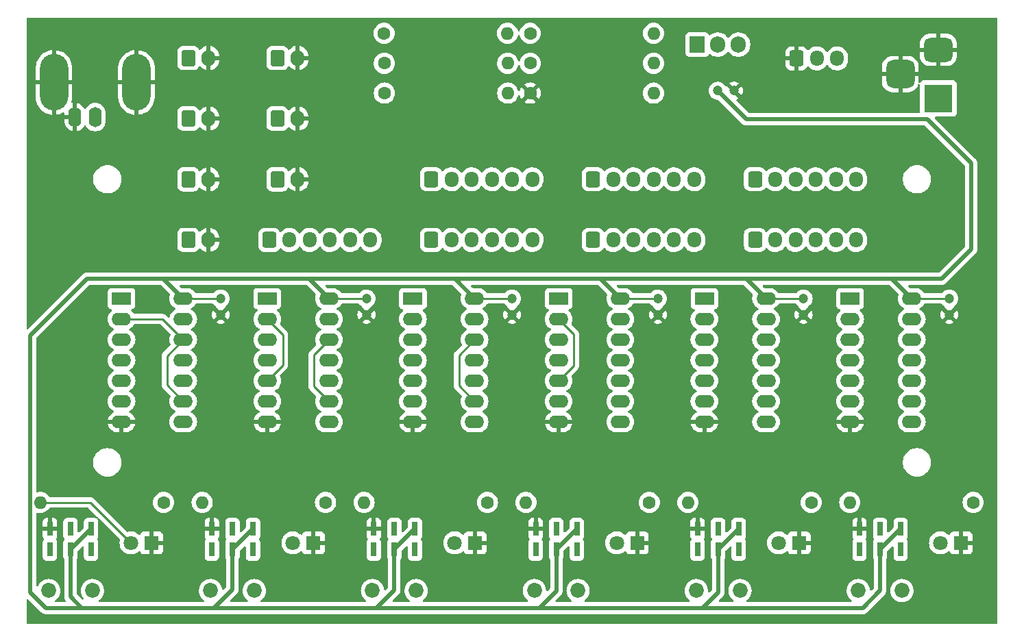
<source format=gbr>
%TF.GenerationSoftware,KiCad,Pcbnew,7.0.8*%
%TF.CreationDate,2024-02-13T18:26:09+01:00*%
%TF.ProjectId,BlankingRelay_Base,426c616e-6b69-46e6-9752-656c61795f42,rev?*%
%TF.SameCoordinates,Original*%
%TF.FileFunction,Copper,L2,Bot*%
%TF.FilePolarity,Positive*%
%FSLAX46Y46*%
G04 Gerber Fmt 4.6, Leading zero omitted, Abs format (unit mm)*
G04 Created by KiCad (PCBNEW 7.0.8) date 2024-02-13 18:26:09*
%MOMM*%
%LPD*%
G01*
G04 APERTURE LIST*
G04 Aperture macros list*
%AMRoundRect*
0 Rectangle with rounded corners*
0 $1 Rounding radius*
0 $2 $3 $4 $5 $6 $7 $8 $9 X,Y pos of 4 corners*
0 Add a 4 corners polygon primitive as box body*
4,1,4,$2,$3,$4,$5,$6,$7,$8,$9,$2,$3,0*
0 Add four circle primitives for the rounded corners*
1,1,$1+$1,$2,$3*
1,1,$1+$1,$4,$5*
1,1,$1+$1,$6,$7*
1,1,$1+$1,$8,$9*
0 Add four rect primitives between the rounded corners*
20,1,$1+$1,$2,$3,$4,$5,0*
20,1,$1+$1,$4,$5,$6,$7,0*
20,1,$1+$1,$6,$7,$8,$9,0*
20,1,$1+$1,$8,$9,$2,$3,0*%
G04 Aperture macros list end*
%TA.AperFunction,ComponentPad*%
%ADD10O,1.700000X2.000000*%
%TD*%
%TA.AperFunction,ComponentPad*%
%ADD11RoundRect,0.250000X-0.600000X-0.750000X0.600000X-0.750000X0.600000X0.750000X-0.600000X0.750000X0*%
%TD*%
%TA.AperFunction,ComponentPad*%
%ADD12O,1.700000X1.950000*%
%TD*%
%TA.AperFunction,ComponentPad*%
%ADD13RoundRect,0.250000X-0.600000X-0.725000X0.600000X-0.725000X0.600000X0.725000X-0.600000X0.725000X0*%
%TD*%
%TA.AperFunction,ComponentPad*%
%ADD14R,2.400000X1.600000*%
%TD*%
%TA.AperFunction,ComponentPad*%
%ADD15O,2.400000X1.600000*%
%TD*%
%TA.AperFunction,ComponentPad*%
%ADD16C,1.850000*%
%TD*%
%TA.AperFunction,ComponentPad*%
%ADD17R,0.750000X1.750000*%
%TD*%
%TA.AperFunction,ComponentPad*%
%ADD18C,1.200000*%
%TD*%
%TA.AperFunction,ComponentPad*%
%ADD19C,1.600000*%
%TD*%
%TA.AperFunction,ComponentPad*%
%ADD20O,1.600000X1.600000*%
%TD*%
%TA.AperFunction,ComponentPad*%
%ADD21R,1.800000X1.800000*%
%TD*%
%TA.AperFunction,ComponentPad*%
%ADD22C,1.800000*%
%TD*%
%TA.AperFunction,ComponentPad*%
%ADD23R,1.905000X2.000000*%
%TD*%
%TA.AperFunction,ComponentPad*%
%ADD24O,1.905000X2.000000*%
%TD*%
%TA.AperFunction,ComponentPad*%
%ADD25O,1.600200X2.499360*%
%TD*%
%TA.AperFunction,ComponentPad*%
%ADD26O,3.500120X7.000240*%
%TD*%
%TA.AperFunction,ComponentPad*%
%ADD27R,3.500000X3.500000*%
%TD*%
%TA.AperFunction,ComponentPad*%
%ADD28RoundRect,0.750000X-1.000000X0.750000X-1.000000X-0.750000X1.000000X-0.750000X1.000000X0.750000X0*%
%TD*%
%TA.AperFunction,ComponentPad*%
%ADD29RoundRect,0.875000X-0.875000X0.875000X-0.875000X-0.875000X0.875000X-0.875000X0.875000X0.875000X0*%
%TD*%
%TA.AperFunction,Conductor*%
%ADD30C,0.250000*%
%TD*%
%TA.AperFunction,Conductor*%
%ADD31C,0.500000*%
%TD*%
G04 APERTURE END LIST*
D10*
%TO.P,J12,2,Pin_2*%
%TO.N,GNDREF*%
X72500000Y-70000000D03*
D11*
%TO.P,J12,1,Pin_1*%
%TO.N,5V*%
X70000000Y-70000000D03*
%TD*%
%TO.P,J13,1,Pin_1*%
%TO.N,5V*%
X81000000Y-70000000D03*
D10*
%TO.P,J13,2,Pin_2*%
%TO.N,GNDREF*%
X83500000Y-70000000D03*
%TD*%
%TO.P,J11,2,Pin_2*%
%TO.N,GNDREF*%
X72500000Y-77500000D03*
D11*
%TO.P,J11,1,Pin_1*%
%TO.N,5V*%
X70000000Y-77500000D03*
%TD*%
D12*
%TO.P,J5,6,Pin_6*%
%TO.N,On_12*%
X112500000Y-70000000D03*
%TO.P,J5,5,Pin_5*%
%TO.N,On_11*%
X110000000Y-70000000D03*
%TO.P,J5,4,Pin_4*%
%TO.N,On_10*%
X107500000Y-70000000D03*
%TO.P,J5,3,Pin_3*%
%TO.N,On_9*%
X105000000Y-70000000D03*
%TO.P,J5,2,Pin_2*%
%TO.N,On_8*%
X102500000Y-70000000D03*
D13*
%TO.P,J5,1,Pin_1*%
%TO.N,On_7*%
X100000000Y-70000000D03*
%TD*%
%TO.P,J6,1,Pin_1*%
%TO.N,Blanking_Out13*%
X120000000Y-77500000D03*
D12*
%TO.P,J6,2,Pin_2*%
%TO.N,Blanking_Out14*%
X122500000Y-77500000D03*
%TO.P,J6,3,Pin_3*%
%TO.N,Blanking_Out15*%
X125000000Y-77500000D03*
%TO.P,J6,4,Pin_4*%
%TO.N,Blanking_Out16*%
X127500000Y-77500000D03*
%TO.P,J6,5,Pin_5*%
%TO.N,Blanking_Out17*%
X130000000Y-77500000D03*
%TO.P,J6,6,Pin_6*%
%TO.N,Blanking_Out18*%
X132500000Y-77500000D03*
%TD*%
D13*
%TO.P,J8,1,Pin_1*%
%TO.N,Blanking_Out19*%
X140000000Y-77500000D03*
D12*
%TO.P,J8,2,Pin_2*%
%TO.N,Blanking_Out20*%
X142500000Y-77500000D03*
%TO.P,J8,3,Pin_3*%
%TO.N,Blanking_Out21*%
X145000000Y-77500000D03*
%TO.P,J8,4,Pin_4*%
%TO.N,Blanking_Out22*%
X147500000Y-77500000D03*
%TO.P,J8,5,Pin_5*%
%TO.N,Blanking_Out23*%
X150000000Y-77500000D03*
%TO.P,J8,6,Pin_6*%
%TO.N,Blanking_Out24*%
X152500000Y-77500000D03*
%TD*%
D10*
%TO.P,J17,2,Pin_2*%
%TO.N,GNDREF*%
X83500000Y-55000000D03*
D11*
%TO.P,J17,1,Pin_1*%
%TO.N,5V*%
X81000000Y-55000000D03*
%TD*%
D10*
%TO.P,J16,2,Pin_2*%
%TO.N,GNDREF*%
X72500000Y-55000000D03*
D11*
%TO.P,J16,1,Pin_1*%
%TO.N,5V*%
X70000000Y-55000000D03*
%TD*%
D10*
%TO.P,J15,2,Pin_2*%
%TO.N,GNDREF*%
X83500000Y-62500000D03*
D11*
%TO.P,J15,1,Pin_1*%
%TO.N,5V*%
X81000000Y-62500000D03*
%TD*%
%TO.P,J14,1,Pin_1*%
%TO.N,5V*%
X70000000Y-62500000D03*
D10*
%TO.P,J14,2,Pin_2*%
%TO.N,GNDREF*%
X72500000Y-62500000D03*
%TD*%
D13*
%TO.P,J9,1,Pin_1*%
%TO.N,On_19*%
X140000000Y-70000000D03*
D12*
%TO.P,J9,2,Pin_2*%
%TO.N,On_20*%
X142500000Y-70000000D03*
%TO.P,J9,3,Pin_3*%
%TO.N,On_21*%
X145000000Y-70000000D03*
%TO.P,J9,4,Pin_4*%
%TO.N,On_22*%
X147500000Y-70000000D03*
%TO.P,J9,5,Pin_5*%
%TO.N,On_23*%
X150000000Y-70000000D03*
%TO.P,J9,6,Pin_6*%
%TO.N,On_24*%
X152500000Y-70000000D03*
%TD*%
D13*
%TO.P,J7,1,Pin_1*%
%TO.N,On_13*%
X120000000Y-70000000D03*
D12*
%TO.P,J7,2,Pin_2*%
%TO.N,On_14*%
X122500000Y-70000000D03*
%TO.P,J7,3,Pin_3*%
%TO.N,On_15*%
X125000000Y-70000000D03*
%TO.P,J7,4,Pin_4*%
%TO.N,On_16*%
X127500000Y-70000000D03*
%TO.P,J7,5,Pin_5*%
%TO.N,On_17*%
X130000000Y-70000000D03*
%TO.P,J7,6,Pin_6*%
%TO.N,On_18*%
X132500000Y-70000000D03*
%TD*%
D13*
%TO.P,J4,1,Pin_1*%
%TO.N,Blanking_Out7*%
X100000000Y-77500000D03*
D12*
%TO.P,J4,2,Pin_2*%
%TO.N,Blanking_Out8*%
X102500000Y-77500000D03*
%TO.P,J4,3,Pin_3*%
%TO.N,Blanking_Out9*%
X105000000Y-77500000D03*
%TO.P,J4,4,Pin_4*%
%TO.N,Blanking_Out10*%
X107500000Y-77500000D03*
%TO.P,J4,5,Pin_5*%
%TO.N,Blanking_Out11*%
X110000000Y-77500000D03*
%TO.P,J4,6,Pin_6*%
%TO.N,Blanking_Out12*%
X112500000Y-77500000D03*
%TD*%
D13*
%TO.P,J3,1,Pin_1*%
%TO.N,Blanking_Out1*%
X80000000Y-77500000D03*
D12*
%TO.P,J3,2,Pin_2*%
%TO.N,Blanking_Out2*%
X82500000Y-77500000D03*
%TO.P,J3,3,Pin_3*%
%TO.N,Blanking_Out3*%
X85000000Y-77500000D03*
%TO.P,J3,4,Pin_4*%
%TO.N,Blanking_Out4*%
X87500000Y-77500000D03*
%TO.P,J3,5,Pin_5*%
%TO.N,Blanking_Out5*%
X90000000Y-77500000D03*
%TO.P,J3,6,Pin_6*%
%TO.N,Blanking_Out6*%
X92500000Y-77500000D03*
%TD*%
D14*
%TO.P,U4,1*%
%TO.N,On_13*%
X115750000Y-84750000D03*
D15*
%TO.P,U4,2*%
%TO.N,Blanking_In*%
X115750000Y-87290000D03*
%TO.P,U4,3*%
%TO.N,Blanking_Out13*%
X115750000Y-89830000D03*
%TO.P,U4,4*%
%TO.N,On_14*%
X115750000Y-92370000D03*
%TO.P,U4,5*%
%TO.N,Blanking_In*%
X115750000Y-94910000D03*
%TO.P,U4,6*%
%TO.N,Blanking_Out14*%
X115750000Y-97450000D03*
%TO.P,U4,7,GND*%
%TO.N,GNDREF*%
X115750000Y-99990000D03*
%TO.P,U4,8*%
%TO.N,Blanking_Out15*%
X123370000Y-99990000D03*
%TO.P,U4,9*%
%TO.N,Blanking_In*%
X123370000Y-97450000D03*
%TO.P,U4,10*%
%TO.N,On_15*%
X123370000Y-94910000D03*
%TO.P,U4,11*%
%TO.N,Blanking_Out16*%
X123370000Y-92370000D03*
%TO.P,U4,12*%
%TO.N,Blanking_In*%
X123370000Y-89830000D03*
%TO.P,U4,13*%
%TO.N,On_16*%
X123370000Y-87290000D03*
%TO.P,U4,14,VCC*%
%TO.N,5V*%
X123370000Y-84750000D03*
%TD*%
D14*
%TO.P,U6,1*%
%TO.N,On_21*%
X151750000Y-84750000D03*
D15*
%TO.P,U6,2*%
%TO.N,Blanking_In*%
X151750000Y-87290000D03*
%TO.P,U6,3*%
%TO.N,Blanking_Out21*%
X151750000Y-89830000D03*
%TO.P,U6,4*%
%TO.N,On_22*%
X151750000Y-92370000D03*
%TO.P,U6,5*%
%TO.N,Blanking_In*%
X151750000Y-94910000D03*
%TO.P,U6,6*%
%TO.N,Blanking_Out22*%
X151750000Y-97450000D03*
%TO.P,U6,7,GND*%
%TO.N,GNDREF*%
X151750000Y-99990000D03*
%TO.P,U6,8*%
%TO.N,Blanking_Out23*%
X159370000Y-99990000D03*
%TO.P,U6,9*%
%TO.N,Blanking_In*%
X159370000Y-97450000D03*
%TO.P,U6,10*%
%TO.N,On_23*%
X159370000Y-94910000D03*
%TO.P,U6,11*%
%TO.N,Blanking_Out24*%
X159370000Y-92370000D03*
%TO.P,U6,12*%
%TO.N,Blanking_In*%
X159370000Y-89830000D03*
%TO.P,U6,13*%
%TO.N,On_24*%
X159370000Y-87290000D03*
%TO.P,U6,14,VCC*%
%TO.N,5V*%
X159370000Y-84750000D03*
%TD*%
D14*
%TO.P,U5,1*%
%TO.N,On_17*%
X133750000Y-84750000D03*
D15*
%TO.P,U5,2*%
%TO.N,Blanking_In*%
X133750000Y-87290000D03*
%TO.P,U5,3*%
%TO.N,Blanking_Out17*%
X133750000Y-89830000D03*
%TO.P,U5,4*%
%TO.N,On_18*%
X133750000Y-92370000D03*
%TO.P,U5,5*%
%TO.N,Blanking_In*%
X133750000Y-94910000D03*
%TO.P,U5,6*%
%TO.N,Blanking_Out18*%
X133750000Y-97450000D03*
%TO.P,U5,7,GND*%
%TO.N,GNDREF*%
X133750000Y-99990000D03*
%TO.P,U5,8*%
%TO.N,Blanking_Out19*%
X141370000Y-99990000D03*
%TO.P,U5,9*%
%TO.N,Blanking_In*%
X141370000Y-97450000D03*
%TO.P,U5,10*%
%TO.N,On_19*%
X141370000Y-94910000D03*
%TO.P,U5,11*%
%TO.N,Blanking_Out20*%
X141370000Y-92370000D03*
%TO.P,U5,12*%
%TO.N,Blanking_In*%
X141370000Y-89830000D03*
%TO.P,U5,13*%
%TO.N,On_20*%
X141370000Y-87290000D03*
%TO.P,U5,14,VCC*%
%TO.N,5V*%
X141370000Y-84750000D03*
%TD*%
D16*
%TO.P,Switch6,*%
%TO.N,*%
X152750000Y-120850000D03*
X158150000Y-120850000D03*
D17*
%TO.P,Switch6,1,A*%
%TO.N,GNDREF*%
X152910000Y-113230000D03*
%TO.P,Switch6,2,B*%
%TO.N,On_6*%
X155450000Y-113230000D03*
%TO.P,Switch6,3,C*%
%TO.N,5V*%
X157990000Y-113230000D03*
%TO.P,Switch6,4,A*%
%TO.N,Net-(R6-Pad1)*%
X152910000Y-115770000D03*
%TO.P,Switch6,5,B*%
%TO.N,5V*%
X155450000Y-115770000D03*
%TO.P,Switch6,6,C*%
%TO.N,unconnected-(Switch6-C-Pad6)*%
X157990000Y-115770000D03*
%TD*%
D14*
%TO.P,U3,1*%
%TO.N,On_9*%
X97750000Y-84750000D03*
D15*
%TO.P,U3,2*%
%TO.N,Blanking_In*%
X97750000Y-87290000D03*
%TO.P,U3,3*%
%TO.N,Blanking_Out9*%
X97750000Y-89830000D03*
%TO.P,U3,4*%
%TO.N,On_10*%
X97750000Y-92370000D03*
%TO.P,U3,5*%
%TO.N,Blanking_In*%
X97750000Y-94910000D03*
%TO.P,U3,6*%
%TO.N,Blanking_Out10*%
X97750000Y-97450000D03*
%TO.P,U3,7,GND*%
%TO.N,GNDREF*%
X97750000Y-99990000D03*
%TO.P,U3,8*%
%TO.N,Blanking_Out11*%
X105370000Y-99990000D03*
%TO.P,U3,9*%
%TO.N,Blanking_In*%
X105370000Y-97450000D03*
%TO.P,U3,10*%
%TO.N,On_11*%
X105370000Y-94910000D03*
%TO.P,U3,11*%
%TO.N,Blanking_Out12*%
X105370000Y-92370000D03*
%TO.P,U3,12*%
%TO.N,Blanking_In*%
X105370000Y-89830000D03*
%TO.P,U3,13*%
%TO.N,On_12*%
X105370000Y-87290000D03*
%TO.P,U3,14,VCC*%
%TO.N,5V*%
X105370000Y-84750000D03*
%TD*%
D14*
%TO.P,U2,1*%
%TO.N,On_5*%
X79750000Y-84750000D03*
D15*
%TO.P,U2,2*%
%TO.N,Blanking_In*%
X79750000Y-87290000D03*
%TO.P,U2,3*%
%TO.N,Blanking_Out5*%
X79750000Y-89830000D03*
%TO.P,U2,4*%
%TO.N,On_6*%
X79750000Y-92370000D03*
%TO.P,U2,5*%
%TO.N,Blanking_In*%
X79750000Y-94910000D03*
%TO.P,U2,6*%
%TO.N,Blanking_Out6*%
X79750000Y-97450000D03*
%TO.P,U2,7,GND*%
%TO.N,GNDREF*%
X79750000Y-99990000D03*
%TO.P,U2,8*%
%TO.N,Blanking_Out7*%
X87370000Y-99990000D03*
%TO.P,U2,9*%
%TO.N,Blanking_In*%
X87370000Y-97450000D03*
%TO.P,U2,10*%
%TO.N,On_7*%
X87370000Y-94910000D03*
%TO.P,U2,11*%
%TO.N,Blanking_Out8*%
X87370000Y-92370000D03*
%TO.P,U2,12*%
%TO.N,Blanking_In*%
X87370000Y-89830000D03*
%TO.P,U2,13*%
%TO.N,On_8*%
X87370000Y-87290000D03*
%TO.P,U2,14,VCC*%
%TO.N,5V*%
X87370000Y-84750000D03*
%TD*%
D14*
%TO.P,U1,1*%
%TO.N,On_1*%
X61750000Y-84750000D03*
D15*
%TO.P,U1,2*%
%TO.N,Blanking_In*%
X61750000Y-87290000D03*
%TO.P,U1,3*%
%TO.N,Blanking_Out1*%
X61750000Y-89830000D03*
%TO.P,U1,4*%
%TO.N,On_2*%
X61750000Y-92370000D03*
%TO.P,U1,5*%
%TO.N,Blanking_In*%
X61750000Y-94910000D03*
%TO.P,U1,6*%
%TO.N,Blanking_Out2*%
X61750000Y-97450000D03*
%TO.P,U1,7,GND*%
%TO.N,GNDREF*%
X61750000Y-99990000D03*
%TO.P,U1,8*%
%TO.N,Blanking_Out3*%
X69370000Y-99990000D03*
%TO.P,U1,9*%
%TO.N,Blanking_In*%
X69370000Y-97450000D03*
%TO.P,U1,10*%
%TO.N,On_3*%
X69370000Y-94910000D03*
%TO.P,U1,11*%
%TO.N,Blanking_Out4*%
X69370000Y-92370000D03*
%TO.P,U1,12*%
%TO.N,Blanking_In*%
X69370000Y-89830000D03*
%TO.P,U1,13*%
%TO.N,On_4*%
X69370000Y-87290000D03*
%TO.P,U1,14,VCC*%
%TO.N,5V*%
X69370000Y-84750000D03*
%TD*%
D18*
%TO.P,C7,1*%
%TO.N,5V*%
X164000000Y-84750000D03*
%TO.P,C7,2*%
%TO.N,GNDREF*%
X164000000Y-86750000D03*
%TD*%
%TO.P,C6,1*%
%TO.N,5V*%
X146000000Y-84750000D03*
%TO.P,C6,2*%
%TO.N,GNDREF*%
X146000000Y-86750000D03*
%TD*%
%TO.P,C5,1*%
%TO.N,5V*%
X128000000Y-84750000D03*
%TO.P,C5,2*%
%TO.N,GNDREF*%
X128000000Y-86750000D03*
%TD*%
%TO.P,C4,1*%
%TO.N,5V*%
X110000000Y-84750000D03*
%TO.P,C4,2*%
%TO.N,GNDREF*%
X110000000Y-86750000D03*
%TD*%
%TO.P,C3,1*%
%TO.N,5V*%
X92000000Y-84750000D03*
%TO.P,C3,2*%
%TO.N,GNDREF*%
X92000000Y-86750000D03*
%TD*%
%TO.P,C2,1*%
%TO.N,5V*%
X74000000Y-84750000D03*
%TO.P,C2,2*%
%TO.N,GNDREF*%
X74000000Y-86750000D03*
%TD*%
D19*
%TO.P,R2,1*%
%TO.N,Net-(R2-Pad1)*%
X86950000Y-109950000D03*
D20*
%TO.P,R2,2*%
%TO.N,Net-(D2-A)*%
X71710000Y-109950000D03*
%TD*%
D21*
%TO.P,D2,1,K*%
%TO.N,GNDREF*%
X85450000Y-114950000D03*
D22*
%TO.P,D2,2,A*%
%TO.N,Net-(D2-A)*%
X82910000Y-114950000D03*
%TD*%
D19*
%TO.P,R10,1*%
%TO.N,Net-(R10-Pad1)*%
X94210000Y-55650000D03*
D20*
%TO.P,R10,2*%
%TO.N,Net-(R10-Pad2)*%
X109450000Y-55650000D03*
%TD*%
D16*
%TO.P,Switch5,*%
%TO.N,*%
X132750000Y-120850000D03*
X138150000Y-120850000D03*
D17*
%TO.P,Switch5,1,A*%
%TO.N,GNDREF*%
X132910000Y-113230000D03*
%TO.P,Switch5,2,B*%
%TO.N,On_5*%
X135450000Y-113230000D03*
%TO.P,Switch5,3,C*%
%TO.N,5V*%
X137990000Y-113230000D03*
%TO.P,Switch5,4,A*%
%TO.N,Net-(R5-Pad1)*%
X132910000Y-115770000D03*
%TO.P,Switch5,5,B*%
%TO.N,5V*%
X135450000Y-115770000D03*
%TO.P,Switch5,6,C*%
%TO.N,unconnected-(Switch5-C-Pad6)*%
X137990000Y-115770000D03*
%TD*%
D23*
%TO.P,U7,1,ADJ*%
%TO.N,Net-(U7-ADJ)*%
X132870000Y-53350000D03*
D24*
%TO.P,U7,2,VO*%
%TO.N,5V*%
X135410000Y-53350000D03*
%TO.P,U7,3,VI*%
%TO.N,+12V*%
X137950000Y-53350000D03*
%TD*%
D21*
%TO.P,D5,1,K*%
%TO.N,GNDREF*%
X145450000Y-114950000D03*
D22*
%TO.P,D5,2,A*%
%TO.N,Net-(D5-A)*%
X142910000Y-114950000D03*
%TD*%
D19*
%TO.P,R9,1*%
%TO.N,Net-(R11-Pad2)*%
X112230000Y-55650000D03*
D20*
%TO.P,R9,2*%
%TO.N,Net-(R7-Pad2)*%
X127470000Y-55650000D03*
%TD*%
D21*
%TO.P,D6,1,K*%
%TO.N,GNDREF*%
X165450000Y-114950000D03*
D22*
%TO.P,D6,2,A*%
%TO.N,Net-(D6-A)*%
X162910000Y-114950000D03*
%TD*%
D13*
%TO.P,J1,1,Pin_1*%
%TO.N,GNDREF*%
X145150000Y-55050000D03*
D12*
%TO.P,J1,2,Pin_2*%
%TO.N,Net-(J1-Pin_2)*%
X147650000Y-55050000D03*
%TO.P,J1,3,Pin_3*%
%TO.N,+12V*%
X150150000Y-55050000D03*
%TD*%
D25*
%TO.P,J2,1,In*%
%TO.N,Blanking_In*%
X58500000Y-62301050D03*
D26*
%TO.P,J2,2,Ext*%
%TO.N,GNDREF*%
X53402220Y-58036390D03*
D25*
X56000640Y-62301050D03*
D26*
X63600320Y-58036390D03*
%TD*%
D27*
%TO.P,J10,1*%
%TO.N,Net-(J1-Pin_2)*%
X162650000Y-60000000D03*
D28*
%TO.P,J10,2*%
%TO.N,GNDREF*%
X162650000Y-54000000D03*
D29*
X157950000Y-57000000D03*
%TD*%
D18*
%TO.P,C1,2*%
%TO.N,GNDREF*%
X137400000Y-59050000D03*
%TO.P,C1,1*%
%TO.N,5V*%
X135400000Y-59050000D03*
%TD*%
D16*
%TO.P,Switch2,*%
%TO.N,*%
X72750000Y-120850000D03*
X78150000Y-120850000D03*
D17*
%TO.P,Switch2,1,A*%
%TO.N,GNDREF*%
X72910000Y-113230000D03*
%TO.P,Switch2,2,B*%
%TO.N,On_2*%
X75450000Y-113230000D03*
%TO.P,Switch2,3,C*%
%TO.N,5V*%
X77990000Y-113230000D03*
%TO.P,Switch2,4,A*%
%TO.N,Net-(R2-Pad1)*%
X72910000Y-115770000D03*
%TO.P,Switch2,5,B*%
%TO.N,5V*%
X75450000Y-115770000D03*
%TO.P,Switch2,6,C*%
%TO.N,unconnected-(Switch2-C-Pad6)*%
X77990000Y-115770000D03*
%TD*%
D16*
%TO.P,Switch4,*%
%TO.N,*%
X112750000Y-120850000D03*
X118150000Y-120850000D03*
D17*
%TO.P,Switch4,1,A*%
%TO.N,GNDREF*%
X112910000Y-113230000D03*
%TO.P,Switch4,2,B*%
%TO.N,On_4*%
X115450000Y-113230000D03*
%TO.P,Switch4,3,C*%
%TO.N,5V*%
X117990000Y-113230000D03*
%TO.P,Switch4,4,A*%
%TO.N,Net-(R4-Pad1)*%
X112910000Y-115770000D03*
%TO.P,Switch4,5,B*%
%TO.N,5V*%
X115450000Y-115770000D03*
%TO.P,Switch4,6,C*%
%TO.N,unconnected-(Switch4-C-Pad6)*%
X117990000Y-115770000D03*
%TD*%
D16*
%TO.P,Switch3,*%
%TO.N,*%
X92750000Y-120850000D03*
X98150000Y-120850000D03*
D17*
%TO.P,Switch3,1,A*%
%TO.N,GNDREF*%
X92910000Y-113230000D03*
%TO.P,Switch3,2,B*%
%TO.N,On_3*%
X95450000Y-113230000D03*
%TO.P,Switch3,3,C*%
%TO.N,5V*%
X97990000Y-113230000D03*
%TO.P,Switch3,4,A*%
%TO.N,Net-(R3-Pad1)*%
X92910000Y-115770000D03*
%TO.P,Switch3,5,B*%
%TO.N,5V*%
X95450000Y-115770000D03*
%TO.P,Switch3,6,C*%
%TO.N,unconnected-(Switch3-C-Pad6)*%
X97990000Y-115770000D03*
%TD*%
D19*
%TO.P,R4,1*%
%TO.N,Net-(R4-Pad1)*%
X126950000Y-109950000D03*
D20*
%TO.P,R4,2*%
%TO.N,Net-(D4-A)*%
X111710000Y-109950000D03*
%TD*%
D19*
%TO.P,R3,1*%
%TO.N,Net-(R3-Pad1)*%
X106950000Y-109950000D03*
D20*
%TO.P,R3,2*%
%TO.N,Net-(D3-A)*%
X91710000Y-109950000D03*
%TD*%
D21*
%TO.P,D1,1,K*%
%TO.N,GNDREF*%
X65450000Y-114950000D03*
D22*
%TO.P,D1,2,A*%
%TO.N,Net-(D1-A)*%
X62910000Y-114950000D03*
%TD*%
D19*
%TO.P,R5,1*%
%TO.N,Net-(R5-Pad1)*%
X146950000Y-109950000D03*
D20*
%TO.P,R5,2*%
%TO.N,Net-(D5-A)*%
X131710000Y-109950000D03*
%TD*%
D16*
%TO.P,Switch1,*%
%TO.N,*%
X52750000Y-120850000D03*
X58150000Y-120850000D03*
D17*
%TO.P,Switch1,1,A*%
%TO.N,GNDREF*%
X52910000Y-113230000D03*
%TO.P,Switch1,2,B*%
%TO.N,On_1*%
X55450000Y-113230000D03*
%TO.P,Switch1,3,C*%
%TO.N,5V*%
X57990000Y-113230000D03*
%TO.P,Switch1,4,A*%
%TO.N,Net-(R1-Pad1)*%
X52910000Y-115770000D03*
%TO.P,Switch1,5,B*%
%TO.N,5V*%
X55450000Y-115770000D03*
%TO.P,Switch1,6,C*%
%TO.N,unconnected-(Switch1-C-Pad6)*%
X57990000Y-115770000D03*
%TD*%
D19*
%TO.P,R12,1*%
%TO.N,5V*%
X94190000Y-51950000D03*
D20*
%TO.P,R12,2*%
%TO.N,Net-(R10-Pad1)*%
X109430000Y-51950000D03*
%TD*%
D19*
%TO.P,R7,1*%
%TO.N,Net-(U7-ADJ)*%
X112230000Y-51950000D03*
D20*
%TO.P,R7,2*%
%TO.N,Net-(R7-Pad2)*%
X127470000Y-51950000D03*
%TD*%
D21*
%TO.P,D4,1,K*%
%TO.N,GNDREF*%
X125450000Y-114950000D03*
D22*
%TO.P,D4,2,A*%
%TO.N,Net-(D4-A)*%
X122910000Y-114950000D03*
%TD*%
D19*
%TO.P,R6,1*%
%TO.N,Net-(R6-Pad1)*%
X166950000Y-109950000D03*
D20*
%TO.P,R6,2*%
%TO.N,Net-(D6-A)*%
X151710000Y-109950000D03*
%TD*%
D19*
%TO.P,R8,1*%
%TO.N,Net-(R10-Pad2)*%
X94230000Y-59350000D03*
D20*
%TO.P,R8,2*%
%TO.N,Net-(U7-ADJ)*%
X109470000Y-59350000D03*
%TD*%
D21*
%TO.P,D3,1,K*%
%TO.N,GNDREF*%
X105450000Y-114950000D03*
D22*
%TO.P,D3,2,A*%
%TO.N,Net-(D3-A)*%
X102910000Y-114950000D03*
%TD*%
D19*
%TO.P,R11,1*%
%TO.N,GNDREF*%
X112230000Y-59350000D03*
D20*
%TO.P,R11,2*%
%TO.N,Net-(R11-Pad2)*%
X127470000Y-59350000D03*
%TD*%
D19*
%TO.P,R1,1*%
%TO.N,Net-(R1-Pad1)*%
X66950000Y-109950000D03*
D20*
%TO.P,R1,2*%
%TO.N,Net-(D1-A)*%
X51710000Y-109950000D03*
%TD*%
D30*
%TO.N,Blanking_In*%
X117625000Y-93035000D02*
X115750000Y-94910000D01*
X115750000Y-87290000D02*
X117625000Y-89165000D01*
X117625000Y-89165000D02*
X117625000Y-93035000D01*
X103425000Y-95505000D02*
X105370000Y-97450000D01*
X103425000Y-91775000D02*
X103425000Y-95505000D01*
X105370000Y-89830000D02*
X103425000Y-91775000D01*
X85475000Y-91725000D02*
X87370000Y-89830000D01*
X85475000Y-95555000D02*
X85475000Y-91725000D01*
X87370000Y-97450000D02*
X85475000Y-95555000D01*
X81675000Y-89215000D02*
X81675000Y-92985000D01*
X81675000Y-92985000D02*
X79750000Y-94910000D01*
X79750000Y-87290000D02*
X81675000Y-89215000D01*
X67375000Y-95455000D02*
X69370000Y-97450000D01*
X67375000Y-91825000D02*
X67375000Y-95455000D01*
X69370000Y-89830000D02*
X67375000Y-91825000D01*
D31*
%TO.N,5V*%
X166700000Y-68000000D02*
X161300000Y-62600000D01*
X163050000Y-82300000D02*
X163800000Y-81550000D01*
X155300000Y-82300000D02*
X163050000Y-82300000D01*
X161300000Y-62600000D02*
X138950000Y-62600000D01*
X163800000Y-81550000D02*
X166700000Y-78650000D01*
X138950000Y-62600000D02*
X135400000Y-59050000D01*
X166700000Y-78650000D02*
X166700000Y-68000000D01*
X119900000Y-82300000D02*
X137750000Y-82300000D01*
D30*
%TO.N,Blanking_In*%
X66830000Y-87290000D02*
X69370000Y-89830000D01*
X61750000Y-87290000D02*
X66830000Y-87290000D01*
%TO.N,Net-(D1-A)*%
X57910000Y-109950000D02*
X62910000Y-114950000D01*
X51710000Y-109950000D02*
X57910000Y-109950000D01*
D31*
%TO.N,5V*%
X50450000Y-121075000D02*
X50450000Y-89350000D01*
X52375000Y-123000000D02*
X50450000Y-121075000D01*
X50450000Y-89350000D02*
X57500000Y-82300000D01*
X56850000Y-123000000D02*
X52375000Y-123000000D01*
X55450000Y-115770000D02*
X57990000Y-113230000D01*
X75450000Y-115770000D02*
X77990000Y-113230000D01*
X95450000Y-115770000D02*
X97990000Y-113230000D01*
X115450000Y-115770000D02*
X117990000Y-113230000D01*
X135450000Y-115770000D02*
X137990000Y-113230000D01*
X155450000Y-115770000D02*
X157990000Y-113230000D01*
D30*
X164000000Y-84750000D02*
X159370000Y-84750000D01*
D31*
X155300000Y-82300000D02*
X156920000Y-82300000D01*
X156920000Y-82300000D02*
X159370000Y-84750000D01*
D30*
X146000000Y-84750000D02*
X141370000Y-84750000D01*
D31*
X138920000Y-82300000D02*
X141370000Y-84750000D01*
X137750000Y-82300000D02*
X138920000Y-82300000D01*
D30*
X128000000Y-84750000D02*
X123370000Y-84750000D01*
D31*
X120920000Y-82300000D02*
X123370000Y-84750000D01*
X119900000Y-82300000D02*
X120920000Y-82300000D01*
D30*
X110000000Y-84750000D02*
X105370000Y-84750000D01*
D31*
X102920000Y-82300000D02*
X105370000Y-84750000D01*
X101950000Y-82300000D02*
X102920000Y-82300000D01*
X66920000Y-82300000D02*
X69370000Y-84750000D01*
X66350000Y-82300000D02*
X66920000Y-82300000D01*
D30*
X92000000Y-84750000D02*
X87370000Y-84750000D01*
D31*
X83950000Y-82300000D02*
X84920000Y-82300000D01*
X84920000Y-82300000D02*
X87370000Y-84750000D01*
X65500000Y-82300000D02*
X66350000Y-82300000D01*
X61100000Y-82300000D02*
X65500000Y-82300000D01*
D30*
X69370000Y-84750000D02*
X74000000Y-84750000D01*
D31*
X101950000Y-82300000D02*
X119900000Y-82300000D01*
X137750000Y-82300000D02*
X155300000Y-82300000D01*
X83950000Y-82300000D02*
X101950000Y-82300000D01*
X135450000Y-115770000D02*
X135450000Y-120165254D01*
X113350000Y-123000000D02*
X112350000Y-123000000D01*
X56850000Y-123000000D02*
X55450000Y-121600000D01*
X72600000Y-123000000D02*
X56850000Y-123000000D01*
X95450000Y-115770000D02*
X95450000Y-120800000D01*
X66350000Y-82300000D02*
X83950000Y-82300000D01*
X95450000Y-120800000D02*
X93250000Y-123000000D01*
X132615254Y-123000000D02*
X132600000Y-123000000D01*
X115450000Y-115770000D02*
X115450000Y-120165254D01*
X55450000Y-121600000D02*
X55450000Y-115770000D01*
X115450000Y-120900000D02*
X113350000Y-123000000D01*
X155450000Y-115770000D02*
X155450000Y-120850000D01*
X135450000Y-115770000D02*
X135450000Y-121100000D01*
X93250000Y-123000000D02*
X72600000Y-123000000D01*
X112615254Y-123000000D02*
X112350000Y-123000000D01*
X60350000Y-82300000D02*
X61100000Y-82300000D01*
X55450000Y-84350000D02*
X57500000Y-82300000D01*
X132600000Y-123000000D02*
X113350000Y-123000000D01*
X115450000Y-115770000D02*
X115450000Y-120900000D01*
X75450000Y-115770000D02*
X75450000Y-120700000D01*
X155450000Y-120850000D02*
X153300000Y-123000000D01*
X75450000Y-120700000D02*
X73150000Y-123000000D01*
X153300000Y-123000000D02*
X133550000Y-123000000D01*
X73150000Y-123000000D02*
X72600000Y-123000000D01*
X135450000Y-121100000D02*
X133550000Y-123000000D01*
X57500000Y-82300000D02*
X61100000Y-82300000D01*
X112350000Y-123000000D02*
X93250000Y-123000000D01*
X133550000Y-123000000D02*
X132600000Y-123000000D01*
%TD*%
%TA.AperFunction,Conductor*%
%TO.N,GNDREF*%
G36*
X169892121Y-50020502D02*
G01*
X169938614Y-50074158D01*
X169950000Y-50126500D01*
X169950000Y-124824000D01*
X169929998Y-124892121D01*
X169876342Y-124938614D01*
X169824000Y-124950000D01*
X50126500Y-124950000D01*
X50058379Y-124929998D01*
X50011886Y-124876342D01*
X50000500Y-124824000D01*
X50000500Y-122002371D01*
X50020502Y-121934250D01*
X50074158Y-121887757D01*
X50144432Y-121877653D01*
X50209012Y-121907147D01*
X50215595Y-121913276D01*
X51793092Y-123490773D01*
X51805065Y-123504627D01*
X51819530Y-123524057D01*
X51859975Y-123557994D01*
X51864021Y-123561702D01*
X51869899Y-123567580D01*
X51895896Y-123588136D01*
X51955360Y-123638032D01*
X51955366Y-123638035D01*
X51961495Y-123642067D01*
X51961457Y-123642123D01*
X51967811Y-123646171D01*
X51967847Y-123646114D01*
X51974089Y-123649964D01*
X51974091Y-123649965D01*
X51974094Y-123649967D01*
X52044447Y-123682773D01*
X52113812Y-123717609D01*
X52113814Y-123717609D01*
X52120713Y-123720121D01*
X52120689Y-123720184D01*
X52127806Y-123722658D01*
X52127828Y-123722594D01*
X52134792Y-123724902D01*
X52210818Y-123740599D01*
X52286343Y-123758500D01*
X52293632Y-123759352D01*
X52293624Y-123759418D01*
X52301123Y-123760184D01*
X52301129Y-123760118D01*
X52308434Y-123760756D01*
X52308442Y-123760758D01*
X52386061Y-123758500D01*
X56759628Y-123758500D01*
X56776122Y-123760185D01*
X56776128Y-123760119D01*
X56783435Y-123760757D01*
X56783442Y-123760759D01*
X56861080Y-123758500D01*
X72511344Y-123758500D01*
X73085559Y-123758500D01*
X73103819Y-123759830D01*
X73108715Y-123760547D01*
X73127789Y-123763341D01*
X73161146Y-123760422D01*
X73180385Y-123758740D01*
X73185878Y-123758500D01*
X73194180Y-123758500D01*
X93161344Y-123758500D01*
X93185559Y-123758500D01*
X93203819Y-123759830D01*
X93208715Y-123760547D01*
X93227789Y-123763341D01*
X93261146Y-123760422D01*
X93280385Y-123758740D01*
X93285878Y-123758500D01*
X112261344Y-123758500D01*
X112659434Y-123758500D01*
X113261344Y-123758500D01*
X113285559Y-123758500D01*
X113303819Y-123759830D01*
X113308715Y-123760547D01*
X113327789Y-123763341D01*
X113361146Y-123760422D01*
X113380385Y-123758740D01*
X113385878Y-123758500D01*
X132511344Y-123758500D01*
X133461344Y-123758500D01*
X133485559Y-123758500D01*
X133503819Y-123759830D01*
X133508715Y-123760547D01*
X133527789Y-123763341D01*
X133561146Y-123760422D01*
X133580385Y-123758740D01*
X133585878Y-123758500D01*
X153235559Y-123758500D01*
X153253819Y-123759830D01*
X153258715Y-123760547D01*
X153277789Y-123763341D01*
X153311146Y-123760422D01*
X153330385Y-123758740D01*
X153335878Y-123758500D01*
X153344176Y-123758500D01*
X153344180Y-123758500D01*
X153370512Y-123755421D01*
X153377096Y-123754652D01*
X153383861Y-123754060D01*
X153454426Y-123747887D01*
X153454432Y-123747884D01*
X153461618Y-123746402D01*
X153461631Y-123746468D01*
X153468987Y-123744836D01*
X153468972Y-123744771D01*
X153476104Y-123743079D01*
X153476113Y-123743079D01*
X153549065Y-123716526D01*
X153622738Y-123692114D01*
X153622740Y-123692112D01*
X153629389Y-123689012D01*
X153629418Y-123689074D01*
X153636203Y-123685789D01*
X153636173Y-123685729D01*
X153642728Y-123682436D01*
X153642732Y-123682435D01*
X153707605Y-123639766D01*
X153773651Y-123599030D01*
X153773660Y-123599020D01*
X153779408Y-123594477D01*
X153779450Y-123594531D01*
X153785289Y-123589775D01*
X153785246Y-123589723D01*
X153790865Y-123585006D01*
X153790874Y-123585001D01*
X153844163Y-123528517D01*
X155940778Y-121431901D01*
X155954617Y-121419941D01*
X155974058Y-121405469D01*
X156008001Y-121365015D01*
X156011700Y-121360979D01*
X156017580Y-121355101D01*
X156038136Y-121329103D01*
X156043489Y-121322724D01*
X156088035Y-121269637D01*
X156092066Y-121263508D01*
X156092122Y-121263545D01*
X156096171Y-121257190D01*
X156096113Y-121257155D01*
X156099966Y-121250908D01*
X156132773Y-121180553D01*
X156149525Y-121147196D01*
X156167609Y-121111188D01*
X156167610Y-121111184D01*
X156170119Y-121104291D01*
X156170183Y-121104314D01*
X156172658Y-121097193D01*
X156172593Y-121097172D01*
X156174898Y-121090213D01*
X156174902Y-121090206D01*
X156175615Y-121086755D01*
X156190599Y-121014182D01*
X156208500Y-120938656D01*
X156209352Y-120931368D01*
X156209418Y-120931375D01*
X156210184Y-120923877D01*
X156210118Y-120923872D01*
X156210756Y-120916565D01*
X156210758Y-120916558D01*
X156208821Y-120849999D01*
X156711587Y-120849999D01*
X156716285Y-120906697D01*
X156716500Y-120911902D01*
X156716500Y-120968783D01*
X156717349Y-120973872D01*
X156725863Y-121024901D01*
X156726506Y-121030066D01*
X156731204Y-121086751D01*
X156731205Y-121086760D01*
X156745170Y-121141909D01*
X156746238Y-121147004D01*
X156751328Y-121177498D01*
X156755602Y-121203110D01*
X156755602Y-121203112D01*
X156755603Y-121203113D01*
X156774074Y-121256918D01*
X156775560Y-121261910D01*
X156789524Y-121317053D01*
X156789525Y-121317057D01*
X156812376Y-121369149D01*
X156814269Y-121374002D01*
X156832740Y-121427803D01*
X156832742Y-121427808D01*
X156859814Y-121477833D01*
X156862101Y-121482511D01*
X156884954Y-121534609D01*
X156884955Y-121534610D01*
X156884958Y-121534616D01*
X156891573Y-121544741D01*
X156916075Y-121582245D01*
X156918725Y-121586692D01*
X156931862Y-121610965D01*
X156945806Y-121636732D01*
X156945814Y-121636745D01*
X156960385Y-121655465D01*
X156980750Y-121681630D01*
X156983765Y-121685853D01*
X157014890Y-121733492D01*
X157053423Y-121775350D01*
X157056778Y-121779312D01*
X157091724Y-121824211D01*
X157091728Y-121824215D01*
X157133576Y-121862737D01*
X157137261Y-121866422D01*
X157175784Y-121908271D01*
X157175788Y-121908274D01*
X157175789Y-121908275D01*
X157220689Y-121943222D01*
X157224650Y-121946577D01*
X157266508Y-121985110D01*
X157314145Y-122016233D01*
X157318361Y-122019243D01*
X157363263Y-122054191D01*
X157413299Y-122081269D01*
X157417765Y-122083931D01*
X157465391Y-122115046D01*
X157465399Y-122115049D01*
X157465400Y-122115050D01*
X157517476Y-122137893D01*
X157522156Y-122140180D01*
X157572186Y-122167255D01*
X157572189Y-122167256D01*
X157572196Y-122167260D01*
X157595130Y-122175133D01*
X157625998Y-122185730D01*
X157630852Y-122187624D01*
X157652275Y-122197021D01*
X157682948Y-122210476D01*
X157738107Y-122224443D01*
X157743071Y-122225921D01*
X157796890Y-122244398D01*
X157853025Y-122253765D01*
X157858087Y-122254827D01*
X157913245Y-122268795D01*
X157969962Y-122273493D01*
X157975084Y-122274132D01*
X158031217Y-122283500D01*
X158031219Y-122283500D01*
X158268781Y-122283500D01*
X158268783Y-122283500D01*
X158324917Y-122274131D01*
X158330033Y-122273494D01*
X158386755Y-122268795D01*
X158441910Y-122254827D01*
X158446993Y-122253762D01*
X158447655Y-122253651D01*
X158503110Y-122244398D01*
X158556942Y-122225916D01*
X158561888Y-122224444D01*
X158617052Y-122210476D01*
X158669168Y-122187613D01*
X158673975Y-122185738D01*
X158727804Y-122167260D01*
X158777840Y-122140180D01*
X158782513Y-122137897D01*
X158828255Y-122117833D01*
X158834609Y-122115046D01*
X158882234Y-122083931D01*
X158886710Y-122081264D01*
X158936737Y-122054191D01*
X158981642Y-122019239D01*
X158985838Y-122016242D01*
X159033492Y-121985110D01*
X159075356Y-121946570D01*
X159079312Y-121943219D01*
X159124211Y-121908275D01*
X159162754Y-121866404D01*
X159166404Y-121862754D01*
X159208275Y-121824211D01*
X159243219Y-121779312D01*
X159246570Y-121775356D01*
X159285110Y-121733492D01*
X159316242Y-121685838D01*
X159319239Y-121681642D01*
X159354191Y-121636737D01*
X159381267Y-121586705D01*
X159383931Y-121582234D01*
X159402495Y-121553819D01*
X159415046Y-121534609D01*
X159437898Y-121482511D01*
X159440185Y-121477833D01*
X159467260Y-121427804D01*
X159485738Y-121373975D01*
X159487613Y-121369168D01*
X159510476Y-121317052D01*
X159524444Y-121261888D01*
X159525916Y-121256942D01*
X159544398Y-121203110D01*
X159553762Y-121146993D01*
X159554828Y-121141909D01*
X159568795Y-121086755D01*
X159573493Y-121030046D01*
X159574137Y-121024893D01*
X159578174Y-121000699D01*
X159583500Y-120968783D01*
X159583500Y-120911902D01*
X159583715Y-120906697D01*
X159585185Y-120888954D01*
X159588413Y-120850000D01*
X159583715Y-120793301D01*
X159583500Y-120788096D01*
X159583500Y-120731220D01*
X159583500Y-120731217D01*
X159574137Y-120675105D01*
X159573493Y-120669952D01*
X159568795Y-120613245D01*
X159554827Y-120558087D01*
X159553765Y-120553025D01*
X159544398Y-120496890D01*
X159525921Y-120443071D01*
X159524441Y-120438099D01*
X159510476Y-120382948D01*
X159488841Y-120333627D01*
X159487624Y-120330852D01*
X159485730Y-120325998D01*
X159467262Y-120272203D01*
X159467261Y-120272200D01*
X159467260Y-120272196D01*
X159440180Y-120222156D01*
X159437893Y-120217476D01*
X159415050Y-120165400D01*
X159415048Y-120165396D01*
X159415046Y-120165391D01*
X159383931Y-120117765D01*
X159381269Y-120113299D01*
X159354191Y-120063263D01*
X159319243Y-120018361D01*
X159316233Y-120014145D01*
X159285110Y-119966508D01*
X159246577Y-119924650D01*
X159243222Y-119920689D01*
X159208275Y-119875789D01*
X159208273Y-119875787D01*
X159208271Y-119875784D01*
X159166422Y-119837261D01*
X159162737Y-119833576D01*
X159124215Y-119791728D01*
X159124211Y-119791724D01*
X159079312Y-119756778D01*
X159075350Y-119753423D01*
X159033492Y-119714890D01*
X158985853Y-119683765D01*
X158981626Y-119680747D01*
X158965710Y-119668359D01*
X158936745Y-119645814D01*
X158936732Y-119645806D01*
X158921647Y-119637642D01*
X158886692Y-119618725D01*
X158882245Y-119616075D01*
X158853933Y-119597579D01*
X158834616Y-119584958D01*
X158834612Y-119584956D01*
X158834609Y-119584954D01*
X158782511Y-119562101D01*
X158777833Y-119559814D01*
X158727808Y-119532742D01*
X158727806Y-119532741D01*
X158727804Y-119532740D01*
X158713120Y-119527699D01*
X158674002Y-119514269D01*
X158669149Y-119512376D01*
X158617057Y-119489525D01*
X158617053Y-119489524D01*
X158561910Y-119475560D01*
X158556918Y-119474074D01*
X158503113Y-119455603D01*
X158503112Y-119455602D01*
X158503110Y-119455602D01*
X158482937Y-119452235D01*
X158447004Y-119446238D01*
X158441910Y-119445170D01*
X158386756Y-119431205D01*
X158386754Y-119431204D01*
X158330061Y-119426506D01*
X158324894Y-119425862D01*
X158275130Y-119417559D01*
X158268783Y-119416500D01*
X158031217Y-119416500D01*
X158025539Y-119417447D01*
X157975104Y-119425862D01*
X157969938Y-119426506D01*
X157913245Y-119431204D01*
X157913240Y-119431205D01*
X157858093Y-119445169D01*
X157852999Y-119446237D01*
X157796890Y-119455602D01*
X157796886Y-119455603D01*
X157743082Y-119474073D01*
X157738092Y-119475559D01*
X157682946Y-119489524D01*
X157682945Y-119489524D01*
X157641937Y-119507512D01*
X157630851Y-119512376D01*
X157626001Y-119514268D01*
X157572200Y-119532738D01*
X157572195Y-119532740D01*
X157522169Y-119559812D01*
X157517492Y-119562099D01*
X157465396Y-119584950D01*
X157465393Y-119584952D01*
X157417771Y-119616064D01*
X157413300Y-119618728D01*
X157363270Y-119645804D01*
X157363262Y-119645809D01*
X157318373Y-119680747D01*
X157314136Y-119683772D01*
X157266506Y-119714891D01*
X157224657Y-119753414D01*
X157220685Y-119756778D01*
X157175793Y-119791721D01*
X157175787Y-119791726D01*
X157137259Y-119833578D01*
X157133578Y-119837259D01*
X157091726Y-119875787D01*
X157091721Y-119875793D01*
X157056778Y-119920685D01*
X157053414Y-119924657D01*
X157014891Y-119966506D01*
X156983772Y-120014136D01*
X156980747Y-120018373D01*
X156945809Y-120063262D01*
X156945804Y-120063270D01*
X156918728Y-120113300D01*
X156916064Y-120117771D01*
X156884952Y-120165393D01*
X156884950Y-120165396D01*
X156862099Y-120217492D01*
X156859812Y-120222169D01*
X156832740Y-120272195D01*
X156832738Y-120272200D01*
X156814268Y-120326001D01*
X156812377Y-120330846D01*
X156807512Y-120341937D01*
X156789524Y-120382945D01*
X156789524Y-120382946D01*
X156775559Y-120438092D01*
X156774073Y-120443082D01*
X156755603Y-120496886D01*
X156755602Y-120496890D01*
X156746237Y-120552999D01*
X156745169Y-120558093D01*
X156731207Y-120613234D01*
X156731203Y-120613253D01*
X156726506Y-120669932D01*
X156725863Y-120675097D01*
X156716500Y-120731217D01*
X156716500Y-120788096D01*
X156716285Y-120793301D01*
X156711587Y-120849999D01*
X156208821Y-120849999D01*
X156208500Y-120838954D01*
X156208500Y-117023161D01*
X156228502Y-116955040D01*
X156233632Y-116947652D01*
X156275889Y-116891204D01*
X156326989Y-116754201D01*
X156333500Y-116693638D01*
X156333500Y-116011371D01*
X156353502Y-115943250D01*
X156370405Y-115922276D01*
X156891405Y-115401276D01*
X156953717Y-115367250D01*
X157024532Y-115372315D01*
X157081368Y-115414862D01*
X157106179Y-115481382D01*
X157106500Y-115490371D01*
X157106500Y-116693649D01*
X157113009Y-116754196D01*
X157113011Y-116754204D01*
X157164110Y-116891202D01*
X157164112Y-116891207D01*
X157251738Y-117008261D01*
X157368792Y-117095887D01*
X157368794Y-117095888D01*
X157368796Y-117095889D01*
X157427875Y-117117924D01*
X157505795Y-117146988D01*
X157505803Y-117146990D01*
X157566350Y-117153499D01*
X157566355Y-117153499D01*
X157566362Y-117153500D01*
X157566368Y-117153500D01*
X158413632Y-117153500D01*
X158413638Y-117153500D01*
X158413645Y-117153499D01*
X158413649Y-117153499D01*
X158474196Y-117146990D01*
X158474199Y-117146989D01*
X158474201Y-117146989D01*
X158611204Y-117095889D01*
X158728261Y-117008261D01*
X158768102Y-116955040D01*
X158815887Y-116891207D01*
X158815887Y-116891206D01*
X158815889Y-116891204D01*
X158866989Y-116754201D01*
X158873500Y-116693638D01*
X158873500Y-114950000D01*
X161496673Y-114950000D01*
X161515950Y-115182633D01*
X161573249Y-115408903D01*
X161573252Y-115408910D01*
X161667015Y-115622668D01*
X161794685Y-115818083D01*
X161952774Y-115989813D01*
X161952778Y-115989817D01*
X161962670Y-115997516D01*
X162136983Y-116133190D01*
X162342273Y-116244287D01*
X162563049Y-116320080D01*
X162793288Y-116358500D01*
X162793292Y-116358500D01*
X163026708Y-116358500D01*
X163026712Y-116358500D01*
X163256951Y-116320080D01*
X163477727Y-116244287D01*
X163683017Y-116133190D01*
X163867220Y-115989818D01*
X163867225Y-115989813D01*
X163871054Y-115986289D01*
X163872321Y-115987665D01*
X163926166Y-115955275D01*
X163997131Y-115957379D01*
X164055694Y-115997516D01*
X164076121Y-116033137D01*
X164099553Y-116095961D01*
X164099555Y-116095965D01*
X164187095Y-116212904D01*
X164304034Y-116300444D01*
X164440906Y-116351494D01*
X164501402Y-116357999D01*
X164501415Y-116358000D01*
X165196000Y-116358000D01*
X165196000Y-115321462D01*
X165252547Y-115360016D01*
X165382173Y-115400000D01*
X165483724Y-115400000D01*
X165584138Y-115384865D01*
X165704000Y-115327142D01*
X165704000Y-116358000D01*
X166398585Y-116358000D01*
X166398597Y-116357999D01*
X166459093Y-116351494D01*
X166595964Y-116300444D01*
X166595965Y-116300444D01*
X166712904Y-116212904D01*
X166800444Y-116095965D01*
X166800444Y-116095964D01*
X166851494Y-115959093D01*
X166857999Y-115898597D01*
X166858000Y-115898585D01*
X166858000Y-115204000D01*
X165822968Y-115204000D01*
X165873625Y-115116260D01*
X165903810Y-114984008D01*
X165893673Y-114848735D01*
X165844113Y-114722459D01*
X165823013Y-114696000D01*
X166858000Y-114696000D01*
X166858000Y-114001414D01*
X166857999Y-114001402D01*
X166851494Y-113940906D01*
X166800444Y-113804035D01*
X166800444Y-113804034D01*
X166712904Y-113687095D01*
X166595965Y-113599555D01*
X166459093Y-113548505D01*
X166398597Y-113542000D01*
X165704000Y-113542000D01*
X165704000Y-114578537D01*
X165647453Y-114539984D01*
X165517827Y-114500000D01*
X165416276Y-114500000D01*
X165315862Y-114515135D01*
X165196000Y-114572857D01*
X165196000Y-113542000D01*
X164501402Y-113542000D01*
X164440906Y-113548505D01*
X164304035Y-113599555D01*
X164304034Y-113599555D01*
X164187095Y-113687095D01*
X164099555Y-113804034D01*
X164099554Y-113804037D01*
X164076121Y-113866863D01*
X164033574Y-113923698D01*
X163967054Y-113948508D01*
X163897680Y-113933416D01*
X163871644Y-113913069D01*
X163871054Y-113913711D01*
X163867221Y-113910182D01*
X163773582Y-113837300D01*
X163683017Y-113766810D01*
X163477727Y-113655713D01*
X163477724Y-113655712D01*
X163477723Y-113655711D01*
X163256955Y-113579921D01*
X163256948Y-113579919D01*
X163158411Y-113563476D01*
X163026712Y-113541500D01*
X162793288Y-113541500D01*
X162678066Y-113560727D01*
X162563051Y-113579919D01*
X162563044Y-113579921D01*
X162342276Y-113655711D01*
X162342273Y-113655713D01*
X162136985Y-113766809D01*
X162136983Y-113766810D01*
X161952778Y-113910182D01*
X161952774Y-113910186D01*
X161794685Y-114081916D01*
X161667015Y-114277331D01*
X161573252Y-114491089D01*
X161573249Y-114491096D01*
X161515950Y-114717366D01*
X161515950Y-114717370D01*
X161515949Y-114717374D01*
X161510279Y-114785799D01*
X161496673Y-114950000D01*
X158873500Y-114950000D01*
X158873500Y-114846362D01*
X158873499Y-114846350D01*
X158866990Y-114785803D01*
X158866988Y-114785795D01*
X158815889Y-114648797D01*
X158815889Y-114648796D01*
X158761026Y-114575508D01*
X158736215Y-114508990D01*
X158751306Y-114439616D01*
X158761023Y-114424496D01*
X158815889Y-114351204D01*
X158866989Y-114214201D01*
X158873500Y-114153638D01*
X158873500Y-112306362D01*
X158867001Y-112245906D01*
X158866990Y-112245803D01*
X158866988Y-112245795D01*
X158815978Y-112109035D01*
X158815889Y-112108796D01*
X158815888Y-112108794D01*
X158815887Y-112108792D01*
X158728261Y-111991738D01*
X158611207Y-111904112D01*
X158611202Y-111904110D01*
X158474204Y-111853011D01*
X158474196Y-111853009D01*
X158413649Y-111846500D01*
X158413638Y-111846500D01*
X157566362Y-111846500D01*
X157566350Y-111846500D01*
X157505803Y-111853009D01*
X157505795Y-111853011D01*
X157368797Y-111904110D01*
X157368792Y-111904112D01*
X157251738Y-111991738D01*
X157164112Y-112108792D01*
X157164110Y-112108797D01*
X157113011Y-112245795D01*
X157113009Y-112245803D01*
X157106500Y-112306350D01*
X157106500Y-112988629D01*
X157086498Y-113056750D01*
X157069595Y-113077724D01*
X156548595Y-113598724D01*
X156486283Y-113632750D01*
X156415468Y-113627685D01*
X156358632Y-113585138D01*
X156333821Y-113518618D01*
X156333500Y-113509629D01*
X156333500Y-112306367D01*
X156333499Y-112306350D01*
X156326990Y-112245803D01*
X156326988Y-112245795D01*
X156275978Y-112109035D01*
X156275889Y-112108796D01*
X156275888Y-112108794D01*
X156275887Y-112108792D01*
X156188261Y-111991738D01*
X156071207Y-111904112D01*
X156071202Y-111904110D01*
X155934204Y-111853011D01*
X155934196Y-111853009D01*
X155873649Y-111846500D01*
X155873638Y-111846500D01*
X155026362Y-111846500D01*
X155026350Y-111846500D01*
X154965803Y-111853009D01*
X154965795Y-111853011D01*
X154828797Y-111904110D01*
X154828792Y-111904112D01*
X154711738Y-111991738D01*
X154624112Y-112108792D01*
X154624110Y-112108797D01*
X154573011Y-112245795D01*
X154573009Y-112245803D01*
X154566500Y-112306350D01*
X154566500Y-114153649D01*
X154573009Y-114214196D01*
X154573011Y-114214204D01*
X154624110Y-114351202D01*
X154624113Y-114351207D01*
X154678972Y-114424491D01*
X154703783Y-114491012D01*
X154688691Y-114560386D01*
X154678972Y-114575509D01*
X154624113Y-114648792D01*
X154624110Y-114648797D01*
X154573011Y-114785795D01*
X154573009Y-114785803D01*
X154566500Y-114846350D01*
X154566500Y-116693649D01*
X154573009Y-116754196D01*
X154573011Y-116754204D01*
X154624109Y-116891201D01*
X154624110Y-116891202D01*
X154624111Y-116891204D01*
X154666368Y-116947652D01*
X154691179Y-117014172D01*
X154691500Y-117023161D01*
X154691500Y-120483627D01*
X154671498Y-120551748D01*
X154654595Y-120572722D01*
X154398595Y-120828722D01*
X154336283Y-120862748D01*
X154265468Y-120857683D01*
X154208632Y-120815136D01*
X154183821Y-120748616D01*
X154183500Y-120739627D01*
X154183500Y-120731220D01*
X154183500Y-120731217D01*
X154174137Y-120675105D01*
X154173493Y-120669952D01*
X154168795Y-120613245D01*
X154154827Y-120558087D01*
X154153765Y-120553025D01*
X154144398Y-120496890D01*
X154125921Y-120443071D01*
X154124441Y-120438099D01*
X154110476Y-120382948D01*
X154088841Y-120333627D01*
X154087624Y-120330852D01*
X154085730Y-120325998D01*
X154067262Y-120272203D01*
X154067261Y-120272200D01*
X154067260Y-120272196D01*
X154040180Y-120222156D01*
X154037893Y-120217476D01*
X154015050Y-120165400D01*
X154015048Y-120165396D01*
X154015046Y-120165391D01*
X153983931Y-120117765D01*
X153981269Y-120113299D01*
X153954191Y-120063263D01*
X153919243Y-120018361D01*
X153916233Y-120014145D01*
X153885110Y-119966508D01*
X153846577Y-119924650D01*
X153843222Y-119920689D01*
X153808275Y-119875789D01*
X153808273Y-119875787D01*
X153808271Y-119875784D01*
X153766422Y-119837261D01*
X153762737Y-119833576D01*
X153724215Y-119791728D01*
X153724211Y-119791724D01*
X153679312Y-119756778D01*
X153675350Y-119753423D01*
X153633492Y-119714890D01*
X153585853Y-119683765D01*
X153581626Y-119680747D01*
X153565710Y-119668359D01*
X153536745Y-119645814D01*
X153536732Y-119645806D01*
X153521647Y-119637642D01*
X153486692Y-119618725D01*
X153482245Y-119616075D01*
X153453933Y-119597579D01*
X153434616Y-119584958D01*
X153434612Y-119584956D01*
X153434609Y-119584954D01*
X153382511Y-119562101D01*
X153377833Y-119559814D01*
X153327808Y-119532742D01*
X153327806Y-119532741D01*
X153327804Y-119532740D01*
X153313120Y-119527699D01*
X153274002Y-119514269D01*
X153269149Y-119512376D01*
X153217057Y-119489525D01*
X153217053Y-119489524D01*
X153161910Y-119475560D01*
X153156918Y-119474074D01*
X153103113Y-119455603D01*
X153103112Y-119455602D01*
X153103110Y-119455602D01*
X153082937Y-119452235D01*
X153047004Y-119446238D01*
X153041910Y-119445170D01*
X152986756Y-119431205D01*
X152986754Y-119431204D01*
X152930061Y-119426506D01*
X152924894Y-119425862D01*
X152875130Y-119417559D01*
X152868783Y-119416500D01*
X152631217Y-119416500D01*
X152625539Y-119417447D01*
X152575104Y-119425862D01*
X152569938Y-119426506D01*
X152513245Y-119431204D01*
X152513240Y-119431205D01*
X152458093Y-119445169D01*
X152452999Y-119446237D01*
X152396890Y-119455602D01*
X152396886Y-119455603D01*
X152343082Y-119474073D01*
X152338092Y-119475559D01*
X152282946Y-119489524D01*
X152282945Y-119489524D01*
X152241937Y-119507512D01*
X152230851Y-119512376D01*
X152226001Y-119514268D01*
X152172200Y-119532738D01*
X152172195Y-119532740D01*
X152122169Y-119559812D01*
X152117492Y-119562099D01*
X152065396Y-119584950D01*
X152065393Y-119584952D01*
X152017771Y-119616064D01*
X152013300Y-119618728D01*
X151963270Y-119645804D01*
X151963262Y-119645809D01*
X151918373Y-119680747D01*
X151914136Y-119683772D01*
X151866506Y-119714891D01*
X151824657Y-119753414D01*
X151820685Y-119756778D01*
X151775793Y-119791721D01*
X151775787Y-119791726D01*
X151737259Y-119833578D01*
X151733578Y-119837259D01*
X151691726Y-119875787D01*
X151691721Y-119875793D01*
X151656778Y-119920685D01*
X151653414Y-119924657D01*
X151614891Y-119966506D01*
X151583772Y-120014136D01*
X151580747Y-120018373D01*
X151545809Y-120063262D01*
X151545804Y-120063270D01*
X151518728Y-120113300D01*
X151516064Y-120117771D01*
X151484952Y-120165393D01*
X151484950Y-120165396D01*
X151462099Y-120217492D01*
X151459812Y-120222169D01*
X151432740Y-120272195D01*
X151432738Y-120272200D01*
X151414268Y-120326001D01*
X151412377Y-120330846D01*
X151407512Y-120341937D01*
X151389524Y-120382945D01*
X151389524Y-120382946D01*
X151375559Y-120438092D01*
X151374073Y-120443082D01*
X151355603Y-120496886D01*
X151355602Y-120496890D01*
X151346237Y-120552999D01*
X151345169Y-120558093D01*
X151331207Y-120613234D01*
X151331203Y-120613253D01*
X151326506Y-120669932D01*
X151325863Y-120675097D01*
X151316500Y-120731217D01*
X151316500Y-120788096D01*
X151316285Y-120793301D01*
X151311587Y-120849999D01*
X151316285Y-120906697D01*
X151316500Y-120911902D01*
X151316500Y-120968783D01*
X151317349Y-120973872D01*
X151325863Y-121024901D01*
X151326506Y-121030066D01*
X151331204Y-121086751D01*
X151331205Y-121086760D01*
X151345170Y-121141909D01*
X151346238Y-121147004D01*
X151351328Y-121177498D01*
X151355602Y-121203110D01*
X151355602Y-121203112D01*
X151355603Y-121203113D01*
X151374074Y-121256918D01*
X151375560Y-121261910D01*
X151389524Y-121317053D01*
X151389525Y-121317057D01*
X151412376Y-121369149D01*
X151414269Y-121374002D01*
X151432740Y-121427803D01*
X151432742Y-121427808D01*
X151459814Y-121477833D01*
X151462101Y-121482511D01*
X151484954Y-121534609D01*
X151484955Y-121534610D01*
X151484958Y-121534616D01*
X151491573Y-121544741D01*
X151516075Y-121582245D01*
X151518725Y-121586692D01*
X151531862Y-121610965D01*
X151545806Y-121636732D01*
X151545814Y-121636745D01*
X151560385Y-121655465D01*
X151580750Y-121681630D01*
X151583765Y-121685853D01*
X151614890Y-121733492D01*
X151653423Y-121775350D01*
X151656778Y-121779312D01*
X151691724Y-121824211D01*
X151691728Y-121824215D01*
X151733576Y-121862737D01*
X151737261Y-121866422D01*
X151775784Y-121908271D01*
X151775788Y-121908274D01*
X151775789Y-121908275D01*
X151820689Y-121943222D01*
X151824650Y-121946577D01*
X151866508Y-121985110D01*
X151904632Y-122010017D01*
X151950719Y-122064020D01*
X151960295Y-122134367D01*
X151930318Y-122198725D01*
X151870306Y-122236659D01*
X151835716Y-122241500D01*
X139064284Y-122241500D01*
X138996163Y-122221498D01*
X138949670Y-122167842D01*
X138939566Y-122097568D01*
X138969060Y-122032988D01*
X138995367Y-122010017D01*
X139033492Y-121985110D01*
X139075356Y-121946570D01*
X139079312Y-121943219D01*
X139124211Y-121908275D01*
X139162754Y-121866404D01*
X139166404Y-121862754D01*
X139208275Y-121824211D01*
X139243219Y-121779312D01*
X139246570Y-121775356D01*
X139285110Y-121733492D01*
X139316242Y-121685838D01*
X139319239Y-121681642D01*
X139354191Y-121636737D01*
X139381267Y-121586705D01*
X139383931Y-121582234D01*
X139402495Y-121553819D01*
X139415046Y-121534609D01*
X139437898Y-121482511D01*
X139440185Y-121477833D01*
X139467260Y-121427804D01*
X139485738Y-121373975D01*
X139487613Y-121369168D01*
X139510476Y-121317052D01*
X139524444Y-121261888D01*
X139525916Y-121256942D01*
X139544398Y-121203110D01*
X139553762Y-121146993D01*
X139554828Y-121141909D01*
X139568795Y-121086755D01*
X139573493Y-121030046D01*
X139574137Y-121024893D01*
X139578174Y-121000699D01*
X139583500Y-120968783D01*
X139583500Y-120911902D01*
X139583715Y-120906697D01*
X139585185Y-120888954D01*
X139588413Y-120850000D01*
X139583715Y-120793301D01*
X139583500Y-120788096D01*
X139583500Y-120731220D01*
X139583500Y-120731217D01*
X139574137Y-120675105D01*
X139573493Y-120669952D01*
X139568795Y-120613245D01*
X139554827Y-120558087D01*
X139553765Y-120553025D01*
X139544398Y-120496890D01*
X139525921Y-120443071D01*
X139524441Y-120438099D01*
X139510476Y-120382948D01*
X139488841Y-120333627D01*
X139487624Y-120330852D01*
X139485730Y-120325998D01*
X139467262Y-120272203D01*
X139467261Y-120272200D01*
X139467260Y-120272196D01*
X139440180Y-120222156D01*
X139437893Y-120217476D01*
X139415050Y-120165400D01*
X139415048Y-120165396D01*
X139415046Y-120165391D01*
X139383931Y-120117765D01*
X139381269Y-120113299D01*
X139354191Y-120063263D01*
X139319243Y-120018361D01*
X139316233Y-120014145D01*
X139285110Y-119966508D01*
X139246577Y-119924650D01*
X139243222Y-119920689D01*
X139208275Y-119875789D01*
X139208273Y-119875787D01*
X139208271Y-119875784D01*
X139166422Y-119837261D01*
X139162737Y-119833576D01*
X139124215Y-119791728D01*
X139124211Y-119791724D01*
X139079312Y-119756778D01*
X139075350Y-119753423D01*
X139033492Y-119714890D01*
X138985853Y-119683765D01*
X138981626Y-119680747D01*
X138965710Y-119668359D01*
X138936745Y-119645814D01*
X138936732Y-119645806D01*
X138921647Y-119637642D01*
X138886692Y-119618725D01*
X138882245Y-119616075D01*
X138853933Y-119597579D01*
X138834616Y-119584958D01*
X138834612Y-119584956D01*
X138834609Y-119584954D01*
X138782511Y-119562101D01*
X138777833Y-119559814D01*
X138727808Y-119532742D01*
X138727806Y-119532741D01*
X138727804Y-119532740D01*
X138713120Y-119527699D01*
X138674002Y-119514269D01*
X138669149Y-119512376D01*
X138617057Y-119489525D01*
X138617053Y-119489524D01*
X138561910Y-119475560D01*
X138556918Y-119474074D01*
X138503113Y-119455603D01*
X138503112Y-119455602D01*
X138503110Y-119455602D01*
X138482937Y-119452235D01*
X138447004Y-119446238D01*
X138441910Y-119445170D01*
X138386756Y-119431205D01*
X138386754Y-119431204D01*
X138330061Y-119426506D01*
X138324894Y-119425862D01*
X138275130Y-119417559D01*
X138268783Y-119416500D01*
X138031217Y-119416500D01*
X138025539Y-119417447D01*
X137975104Y-119425862D01*
X137969938Y-119426506D01*
X137913245Y-119431204D01*
X137913240Y-119431205D01*
X137858093Y-119445169D01*
X137852999Y-119446237D01*
X137796890Y-119455602D01*
X137796886Y-119455603D01*
X137743082Y-119474073D01*
X137738092Y-119475559D01*
X137682946Y-119489524D01*
X137682945Y-119489524D01*
X137641937Y-119507512D01*
X137630851Y-119512376D01*
X137626001Y-119514268D01*
X137572200Y-119532738D01*
X137572195Y-119532740D01*
X137522169Y-119559812D01*
X137517492Y-119562099D01*
X137465396Y-119584950D01*
X137465393Y-119584952D01*
X137417771Y-119616064D01*
X137413300Y-119618728D01*
X137363270Y-119645804D01*
X137363262Y-119645809D01*
X137318373Y-119680747D01*
X137314136Y-119683772D01*
X137266506Y-119714891D01*
X137224657Y-119753414D01*
X137220685Y-119756778D01*
X137175793Y-119791721D01*
X137175787Y-119791726D01*
X137137259Y-119833578D01*
X137133578Y-119837259D01*
X137091726Y-119875787D01*
X137091721Y-119875793D01*
X137056778Y-119920685D01*
X137053414Y-119924657D01*
X137014891Y-119966506D01*
X136983772Y-120014136D01*
X136980747Y-120018373D01*
X136945809Y-120063262D01*
X136945804Y-120063270D01*
X136918728Y-120113300D01*
X136916064Y-120117771D01*
X136884952Y-120165393D01*
X136884950Y-120165396D01*
X136862099Y-120217492D01*
X136859812Y-120222169D01*
X136832740Y-120272195D01*
X136832738Y-120272200D01*
X136814268Y-120326001D01*
X136812377Y-120330846D01*
X136807512Y-120341937D01*
X136789524Y-120382945D01*
X136789524Y-120382946D01*
X136775559Y-120438092D01*
X136774073Y-120443082D01*
X136755603Y-120496886D01*
X136755602Y-120496890D01*
X136746237Y-120552999D01*
X136745169Y-120558093D01*
X136731207Y-120613234D01*
X136731203Y-120613253D01*
X136726506Y-120669932D01*
X136725863Y-120675097D01*
X136716500Y-120731217D01*
X136716500Y-120788096D01*
X136716285Y-120793301D01*
X136711587Y-120849999D01*
X136716285Y-120906697D01*
X136716500Y-120911902D01*
X136716500Y-120968783D01*
X136717349Y-120973872D01*
X136725863Y-121024901D01*
X136726506Y-121030066D01*
X136731204Y-121086751D01*
X136731205Y-121086760D01*
X136745170Y-121141909D01*
X136746238Y-121147004D01*
X136751328Y-121177498D01*
X136755602Y-121203110D01*
X136755602Y-121203112D01*
X136755603Y-121203113D01*
X136774074Y-121256918D01*
X136775560Y-121261910D01*
X136789524Y-121317053D01*
X136789525Y-121317057D01*
X136812376Y-121369149D01*
X136814269Y-121374002D01*
X136832740Y-121427803D01*
X136832742Y-121427808D01*
X136859814Y-121477833D01*
X136862101Y-121482511D01*
X136884954Y-121534609D01*
X136884955Y-121534610D01*
X136884958Y-121534616D01*
X136891573Y-121544741D01*
X136916075Y-121582245D01*
X136918725Y-121586692D01*
X136931862Y-121610965D01*
X136945806Y-121636732D01*
X136945814Y-121636745D01*
X136960385Y-121655465D01*
X136980750Y-121681630D01*
X136983765Y-121685853D01*
X137014890Y-121733492D01*
X137053423Y-121775350D01*
X137056778Y-121779312D01*
X137091724Y-121824211D01*
X137091728Y-121824215D01*
X137133576Y-121862737D01*
X137137261Y-121866422D01*
X137175784Y-121908271D01*
X137175788Y-121908274D01*
X137175789Y-121908275D01*
X137220689Y-121943222D01*
X137224650Y-121946577D01*
X137266508Y-121985110D01*
X137304632Y-122010017D01*
X137350719Y-122064020D01*
X137360295Y-122134367D01*
X137330318Y-122198725D01*
X137270306Y-122236659D01*
X137235716Y-122241500D01*
X135685372Y-122241500D01*
X135617251Y-122221498D01*
X135570758Y-122167842D01*
X135560654Y-122097568D01*
X135590148Y-122032988D01*
X135596276Y-122026405D01*
X135853705Y-121768975D01*
X135940781Y-121681898D01*
X135954620Y-121669938D01*
X135974058Y-121655469D01*
X136008001Y-121615015D01*
X136011700Y-121610979D01*
X136017581Y-121605100D01*
X136027547Y-121592494D01*
X136038135Y-121579105D01*
X136060481Y-121552472D01*
X136088032Y-121519640D01*
X136088033Y-121519636D01*
X136088036Y-121519634D01*
X136092070Y-121513502D01*
X136092127Y-121513539D01*
X136096171Y-121507191D01*
X136096112Y-121507155D01*
X136099961Y-121500912D01*
X136099967Y-121500905D01*
X136132775Y-121430547D01*
X136167609Y-121361188D01*
X136167610Y-121361182D01*
X136170119Y-121354291D01*
X136170184Y-121354314D01*
X136172658Y-121347197D01*
X136172594Y-121347176D01*
X136174903Y-121340208D01*
X136190607Y-121264150D01*
X136201158Y-121219634D01*
X136208500Y-121188656D01*
X136208500Y-121188649D01*
X136209352Y-121181368D01*
X136209419Y-121181375D01*
X136210185Y-121173877D01*
X136210119Y-121173872D01*
X136210757Y-121166565D01*
X136210759Y-121166558D01*
X136208500Y-121088920D01*
X136208500Y-117023161D01*
X136228502Y-116955040D01*
X136233632Y-116947652D01*
X136275889Y-116891204D01*
X136326989Y-116754201D01*
X136333500Y-116693638D01*
X136333500Y-116011371D01*
X136353502Y-115943250D01*
X136370405Y-115922276D01*
X136891405Y-115401276D01*
X136953717Y-115367250D01*
X137024532Y-115372315D01*
X137081368Y-115414862D01*
X137106179Y-115481382D01*
X137106500Y-115490371D01*
X137106500Y-116693649D01*
X137113009Y-116754196D01*
X137113011Y-116754204D01*
X137164110Y-116891202D01*
X137164112Y-116891207D01*
X137251738Y-117008261D01*
X137368792Y-117095887D01*
X137368794Y-117095888D01*
X137368796Y-117095889D01*
X137427875Y-117117924D01*
X137505795Y-117146988D01*
X137505803Y-117146990D01*
X137566350Y-117153499D01*
X137566355Y-117153499D01*
X137566362Y-117153500D01*
X137566368Y-117153500D01*
X138413632Y-117153500D01*
X138413638Y-117153500D01*
X138413645Y-117153499D01*
X138413649Y-117153499D01*
X138474196Y-117146990D01*
X138474199Y-117146989D01*
X138474201Y-117146989D01*
X138611204Y-117095889D01*
X138728261Y-117008261D01*
X138768102Y-116955040D01*
X138815887Y-116891207D01*
X138815887Y-116891206D01*
X138815889Y-116891204D01*
X138866989Y-116754201D01*
X138873499Y-116693649D01*
X152026500Y-116693649D01*
X152033009Y-116754196D01*
X152033011Y-116754204D01*
X152084110Y-116891202D01*
X152084112Y-116891207D01*
X152171738Y-117008261D01*
X152288792Y-117095887D01*
X152288794Y-117095888D01*
X152288796Y-117095889D01*
X152347875Y-117117924D01*
X152425795Y-117146988D01*
X152425803Y-117146990D01*
X152486350Y-117153499D01*
X152486355Y-117153499D01*
X152486362Y-117153500D01*
X152486368Y-117153500D01*
X153333632Y-117153500D01*
X153333638Y-117153500D01*
X153333645Y-117153499D01*
X153333649Y-117153499D01*
X153394196Y-117146990D01*
X153394199Y-117146989D01*
X153394201Y-117146989D01*
X153531204Y-117095889D01*
X153648261Y-117008261D01*
X153688102Y-116955040D01*
X153735887Y-116891207D01*
X153735887Y-116891206D01*
X153735889Y-116891204D01*
X153786989Y-116754201D01*
X153793500Y-116693638D01*
X153793500Y-114846362D01*
X153793499Y-114846350D01*
X153786990Y-114785803D01*
X153786988Y-114785795D01*
X153735889Y-114648797D01*
X153735889Y-114648796D01*
X153735581Y-114648385D01*
X153680715Y-114575091D01*
X153655904Y-114508571D01*
X153670996Y-114439196D01*
X153680716Y-114424072D01*
X153735443Y-114350966D01*
X153735444Y-114350964D01*
X153786494Y-114214093D01*
X153792999Y-114153597D01*
X153793000Y-114153585D01*
X153793000Y-113484000D01*
X153185000Y-113484000D01*
X153185000Y-112976000D01*
X153793000Y-112976000D01*
X153793000Y-112306414D01*
X153792999Y-112306402D01*
X153786494Y-112245906D01*
X153735444Y-112109035D01*
X153735444Y-112109034D01*
X153647904Y-111992095D01*
X153530965Y-111904555D01*
X153394093Y-111853505D01*
X153333597Y-111847000D01*
X153164000Y-111847000D01*
X153164000Y-112615149D01*
X153108264Y-112531736D01*
X153017300Y-112470955D01*
X152910000Y-112449612D01*
X152802700Y-112470955D01*
X152711736Y-112531736D01*
X152656000Y-112615149D01*
X152656000Y-111847000D01*
X152486402Y-111847000D01*
X152425906Y-111853505D01*
X152289035Y-111904555D01*
X152289034Y-111904555D01*
X152172095Y-111992095D01*
X152084555Y-112109034D01*
X152084555Y-112109035D01*
X152033505Y-112245906D01*
X152027000Y-112306402D01*
X152027000Y-112976000D01*
X152635000Y-112976000D01*
X152635000Y-113484000D01*
X152027000Y-113484000D01*
X152027000Y-114153597D01*
X152033505Y-114214093D01*
X152084555Y-114350964D01*
X152084555Y-114350965D01*
X152139284Y-114424073D01*
X152164095Y-114490593D01*
X152149004Y-114559967D01*
X152139285Y-114575090D01*
X152084112Y-114648793D01*
X152084110Y-114648797D01*
X152033011Y-114785795D01*
X152033009Y-114785803D01*
X152026500Y-114846350D01*
X152026500Y-116693649D01*
X138873499Y-116693649D01*
X138873500Y-116693638D01*
X138873500Y-114950000D01*
X141496673Y-114950000D01*
X141515950Y-115182633D01*
X141573249Y-115408903D01*
X141573252Y-115408910D01*
X141667015Y-115622668D01*
X141794685Y-115818083D01*
X141952774Y-115989813D01*
X141952778Y-115989817D01*
X141962670Y-115997516D01*
X142136983Y-116133190D01*
X142342273Y-116244287D01*
X142563049Y-116320080D01*
X142793288Y-116358500D01*
X142793292Y-116358500D01*
X143026708Y-116358500D01*
X143026712Y-116358500D01*
X143256951Y-116320080D01*
X143477727Y-116244287D01*
X143683017Y-116133190D01*
X143867220Y-115989818D01*
X143867225Y-115989813D01*
X143871054Y-115986289D01*
X143872321Y-115987665D01*
X143926166Y-115955275D01*
X143997131Y-115957379D01*
X144055694Y-115997516D01*
X144076121Y-116033137D01*
X144099553Y-116095961D01*
X144099555Y-116095965D01*
X144187095Y-116212904D01*
X144304034Y-116300444D01*
X144440906Y-116351494D01*
X144501402Y-116357999D01*
X144501415Y-116358000D01*
X145196000Y-116358000D01*
X145196000Y-115321462D01*
X145252547Y-115360016D01*
X145382173Y-115400000D01*
X145483724Y-115400000D01*
X145584138Y-115384865D01*
X145704000Y-115327142D01*
X145704000Y-116358000D01*
X146398585Y-116358000D01*
X146398597Y-116357999D01*
X146459093Y-116351494D01*
X146595964Y-116300444D01*
X146595965Y-116300444D01*
X146712904Y-116212904D01*
X146800444Y-116095965D01*
X146800444Y-116095964D01*
X146851494Y-115959093D01*
X146857999Y-115898597D01*
X146858000Y-115898585D01*
X146858000Y-115204000D01*
X145822968Y-115204000D01*
X145873625Y-115116260D01*
X145903810Y-114984008D01*
X145893673Y-114848735D01*
X145844113Y-114722459D01*
X145823013Y-114696000D01*
X146858000Y-114696000D01*
X146858000Y-114001414D01*
X146857999Y-114001402D01*
X146851494Y-113940906D01*
X146800444Y-113804035D01*
X146800444Y-113804034D01*
X146712904Y-113687095D01*
X146595965Y-113599555D01*
X146459093Y-113548505D01*
X146398597Y-113542000D01*
X145704000Y-113542000D01*
X145704000Y-114578537D01*
X145647453Y-114539984D01*
X145517827Y-114500000D01*
X145416276Y-114500000D01*
X145315862Y-114515135D01*
X145196000Y-114572857D01*
X145196000Y-113542000D01*
X144501402Y-113542000D01*
X144440906Y-113548505D01*
X144304035Y-113599555D01*
X144304034Y-113599555D01*
X144187095Y-113687095D01*
X144099555Y-113804034D01*
X144099554Y-113804037D01*
X144076121Y-113866863D01*
X144033574Y-113923698D01*
X143967054Y-113948508D01*
X143897680Y-113933416D01*
X143871644Y-113913069D01*
X143871054Y-113913711D01*
X143867221Y-113910182D01*
X143773582Y-113837300D01*
X143683017Y-113766810D01*
X143477727Y-113655713D01*
X143477724Y-113655712D01*
X143477723Y-113655711D01*
X143256955Y-113579921D01*
X143256948Y-113579919D01*
X143158411Y-113563476D01*
X143026712Y-113541500D01*
X142793288Y-113541500D01*
X142678066Y-113560727D01*
X142563051Y-113579919D01*
X142563044Y-113579921D01*
X142342276Y-113655711D01*
X142342273Y-113655713D01*
X142136985Y-113766809D01*
X142136983Y-113766810D01*
X141952778Y-113910182D01*
X141952774Y-113910186D01*
X141794685Y-114081916D01*
X141667015Y-114277331D01*
X141573252Y-114491089D01*
X141573249Y-114491096D01*
X141515950Y-114717366D01*
X141515950Y-114717370D01*
X141515949Y-114717374D01*
X141510279Y-114785799D01*
X141496673Y-114950000D01*
X138873500Y-114950000D01*
X138873500Y-114846362D01*
X138873499Y-114846350D01*
X138866990Y-114785803D01*
X138866988Y-114785795D01*
X138815889Y-114648797D01*
X138815889Y-114648796D01*
X138761026Y-114575508D01*
X138736215Y-114508990D01*
X138751306Y-114439616D01*
X138761023Y-114424496D01*
X138815889Y-114351204D01*
X138866989Y-114214201D01*
X138873500Y-114153638D01*
X138873500Y-112306362D01*
X138867001Y-112245906D01*
X138866990Y-112245803D01*
X138866988Y-112245795D01*
X138815978Y-112109035D01*
X138815889Y-112108796D01*
X138815888Y-112108794D01*
X138815887Y-112108792D01*
X138728261Y-111991738D01*
X138611207Y-111904112D01*
X138611202Y-111904110D01*
X138474204Y-111853011D01*
X138474196Y-111853009D01*
X138413649Y-111846500D01*
X138413638Y-111846500D01*
X137566362Y-111846500D01*
X137566350Y-111846500D01*
X137505803Y-111853009D01*
X137505795Y-111853011D01*
X137368797Y-111904110D01*
X137368792Y-111904112D01*
X137251738Y-111991738D01*
X137164112Y-112108792D01*
X137164110Y-112108797D01*
X137113011Y-112245795D01*
X137113009Y-112245803D01*
X137106500Y-112306350D01*
X137106500Y-112988629D01*
X137086498Y-113056750D01*
X137069595Y-113077724D01*
X136548595Y-113598724D01*
X136486283Y-113632750D01*
X136415468Y-113627685D01*
X136358632Y-113585138D01*
X136333821Y-113518618D01*
X136333500Y-113509629D01*
X136333500Y-112306367D01*
X136333499Y-112306350D01*
X136326990Y-112245803D01*
X136326988Y-112245795D01*
X136275978Y-112109035D01*
X136275889Y-112108796D01*
X136275888Y-112108794D01*
X136275887Y-112108792D01*
X136188261Y-111991738D01*
X136071207Y-111904112D01*
X136071202Y-111904110D01*
X135934204Y-111853011D01*
X135934196Y-111853009D01*
X135873649Y-111846500D01*
X135873638Y-111846500D01*
X135026362Y-111846500D01*
X135026350Y-111846500D01*
X134965803Y-111853009D01*
X134965795Y-111853011D01*
X134828797Y-111904110D01*
X134828792Y-111904112D01*
X134711738Y-111991738D01*
X134624112Y-112108792D01*
X134624110Y-112108797D01*
X134573011Y-112245795D01*
X134573009Y-112245803D01*
X134566500Y-112306350D01*
X134566500Y-114153649D01*
X134573009Y-114214196D01*
X134573011Y-114214204D01*
X134624110Y-114351202D01*
X134624113Y-114351207D01*
X134678972Y-114424491D01*
X134703783Y-114491012D01*
X134688691Y-114560386D01*
X134678972Y-114575509D01*
X134624113Y-114648792D01*
X134624110Y-114648797D01*
X134573011Y-114785795D01*
X134573009Y-114785803D01*
X134566500Y-114846350D01*
X134566500Y-116693649D01*
X134573009Y-116754196D01*
X134573011Y-116754204D01*
X134624109Y-116891201D01*
X134624110Y-116891202D01*
X134624111Y-116891204D01*
X134666368Y-116947652D01*
X134691179Y-117014172D01*
X134691500Y-117023161D01*
X134691500Y-120733627D01*
X134671498Y-120801748D01*
X134654595Y-120822723D01*
X134396510Y-121080807D01*
X134334198Y-121114832D01*
X134263382Y-121109767D01*
X134206547Y-121067220D01*
X134181736Y-121000699D01*
X134183135Y-120970967D01*
X134183500Y-120968783D01*
X134183500Y-120911902D01*
X134183715Y-120906697D01*
X134185185Y-120888954D01*
X134188413Y-120850000D01*
X134183715Y-120793301D01*
X134183500Y-120788096D01*
X134183500Y-120731220D01*
X134183500Y-120731217D01*
X134174137Y-120675105D01*
X134173493Y-120669952D01*
X134168795Y-120613245D01*
X134154827Y-120558087D01*
X134153765Y-120553025D01*
X134144398Y-120496890D01*
X134125921Y-120443071D01*
X134124441Y-120438099D01*
X134110476Y-120382948D01*
X134088841Y-120333627D01*
X134087624Y-120330852D01*
X134085730Y-120325998D01*
X134067262Y-120272203D01*
X134067261Y-120272200D01*
X134067260Y-120272196D01*
X134040180Y-120222156D01*
X134037893Y-120217476D01*
X134015050Y-120165400D01*
X134015048Y-120165396D01*
X134015046Y-120165391D01*
X133983931Y-120117765D01*
X133981269Y-120113299D01*
X133954191Y-120063263D01*
X133919243Y-120018361D01*
X133916233Y-120014145D01*
X133885110Y-119966508D01*
X133846577Y-119924650D01*
X133843222Y-119920689D01*
X133808275Y-119875789D01*
X133808273Y-119875787D01*
X133808271Y-119875784D01*
X133766422Y-119837261D01*
X133762737Y-119833576D01*
X133724215Y-119791728D01*
X133724211Y-119791724D01*
X133679312Y-119756778D01*
X133675350Y-119753423D01*
X133633492Y-119714890D01*
X133585853Y-119683765D01*
X133581626Y-119680747D01*
X133565710Y-119668359D01*
X133536745Y-119645814D01*
X133536732Y-119645806D01*
X133521647Y-119637642D01*
X133486692Y-119618725D01*
X133482245Y-119616075D01*
X133453933Y-119597579D01*
X133434616Y-119584958D01*
X133434612Y-119584956D01*
X133434609Y-119584954D01*
X133382511Y-119562101D01*
X133377833Y-119559814D01*
X133327808Y-119532742D01*
X133327806Y-119532741D01*
X133327804Y-119532740D01*
X133313120Y-119527699D01*
X133274002Y-119514269D01*
X133269149Y-119512376D01*
X133217057Y-119489525D01*
X133217053Y-119489524D01*
X133161910Y-119475560D01*
X133156918Y-119474074D01*
X133103113Y-119455603D01*
X133103112Y-119455602D01*
X133103110Y-119455602D01*
X133082937Y-119452235D01*
X133047004Y-119446238D01*
X133041910Y-119445170D01*
X132986756Y-119431205D01*
X132986754Y-119431204D01*
X132930061Y-119426506D01*
X132924894Y-119425862D01*
X132875130Y-119417559D01*
X132868783Y-119416500D01*
X132631217Y-119416500D01*
X132625539Y-119417447D01*
X132575104Y-119425862D01*
X132569938Y-119426506D01*
X132513245Y-119431204D01*
X132513240Y-119431205D01*
X132458093Y-119445169D01*
X132452999Y-119446237D01*
X132396890Y-119455602D01*
X132396886Y-119455603D01*
X132343082Y-119474073D01*
X132338092Y-119475559D01*
X132282946Y-119489524D01*
X132282945Y-119489524D01*
X132241937Y-119507512D01*
X132230851Y-119512376D01*
X132226001Y-119514268D01*
X132172200Y-119532738D01*
X132172195Y-119532740D01*
X132122169Y-119559812D01*
X132117492Y-119562099D01*
X132065396Y-119584950D01*
X132065393Y-119584952D01*
X132017771Y-119616064D01*
X132013300Y-119618728D01*
X131963270Y-119645804D01*
X131963262Y-119645809D01*
X131918373Y-119680747D01*
X131914136Y-119683772D01*
X131866506Y-119714891D01*
X131824657Y-119753414D01*
X131820685Y-119756778D01*
X131775793Y-119791721D01*
X131775787Y-119791726D01*
X131737259Y-119833578D01*
X131733578Y-119837259D01*
X131691726Y-119875787D01*
X131691721Y-119875793D01*
X131656778Y-119920685D01*
X131653414Y-119924657D01*
X131614891Y-119966506D01*
X131583772Y-120014136D01*
X131580747Y-120018373D01*
X131545809Y-120063262D01*
X131545804Y-120063270D01*
X131518728Y-120113300D01*
X131516064Y-120117771D01*
X131484952Y-120165393D01*
X131484950Y-120165396D01*
X131462099Y-120217492D01*
X131459812Y-120222169D01*
X131432740Y-120272195D01*
X131432738Y-120272200D01*
X131414268Y-120326001D01*
X131412377Y-120330846D01*
X131407512Y-120341937D01*
X131389524Y-120382945D01*
X131389524Y-120382946D01*
X131375559Y-120438092D01*
X131374073Y-120443082D01*
X131355603Y-120496886D01*
X131355602Y-120496890D01*
X131346237Y-120552999D01*
X131345169Y-120558093D01*
X131331207Y-120613234D01*
X131331203Y-120613253D01*
X131326506Y-120669932D01*
X131325863Y-120675097D01*
X131316500Y-120731217D01*
X131316500Y-120788096D01*
X131316285Y-120793301D01*
X131311587Y-120849999D01*
X131316285Y-120906697D01*
X131316500Y-120911902D01*
X131316500Y-120968783D01*
X131317349Y-120973872D01*
X131325863Y-121024901D01*
X131326506Y-121030066D01*
X131331204Y-121086751D01*
X131331205Y-121086760D01*
X131345170Y-121141909D01*
X131346238Y-121147004D01*
X131351328Y-121177498D01*
X131355602Y-121203110D01*
X131355602Y-121203112D01*
X131355603Y-121203113D01*
X131374074Y-121256918D01*
X131375560Y-121261910D01*
X131389524Y-121317053D01*
X131389525Y-121317057D01*
X131412376Y-121369149D01*
X131414269Y-121374002D01*
X131432740Y-121427803D01*
X131432742Y-121427808D01*
X131459814Y-121477833D01*
X131462101Y-121482511D01*
X131484954Y-121534609D01*
X131484955Y-121534610D01*
X131484958Y-121534616D01*
X131491573Y-121544741D01*
X131516075Y-121582245D01*
X131518725Y-121586692D01*
X131531862Y-121610965D01*
X131545806Y-121636732D01*
X131545814Y-121636745D01*
X131560385Y-121655465D01*
X131580750Y-121681630D01*
X131583765Y-121685853D01*
X131614890Y-121733492D01*
X131653423Y-121775350D01*
X131656778Y-121779312D01*
X131691724Y-121824211D01*
X131691728Y-121824215D01*
X131733576Y-121862737D01*
X131737261Y-121866422D01*
X131775784Y-121908271D01*
X131775788Y-121908274D01*
X131775789Y-121908275D01*
X131820689Y-121943222D01*
X131824650Y-121946577D01*
X131866508Y-121985110D01*
X131904632Y-122010017D01*
X131950719Y-122064020D01*
X131960295Y-122134367D01*
X131930318Y-122198725D01*
X131870306Y-122236659D01*
X131835716Y-122241500D01*
X119064284Y-122241500D01*
X118996163Y-122221498D01*
X118949670Y-122167842D01*
X118939566Y-122097568D01*
X118969060Y-122032988D01*
X118995367Y-122010017D01*
X119033492Y-121985110D01*
X119075356Y-121946570D01*
X119079312Y-121943219D01*
X119124211Y-121908275D01*
X119162754Y-121866404D01*
X119166404Y-121862754D01*
X119208275Y-121824211D01*
X119243219Y-121779312D01*
X119246570Y-121775356D01*
X119285110Y-121733492D01*
X119316242Y-121685838D01*
X119319239Y-121681642D01*
X119354191Y-121636737D01*
X119381267Y-121586705D01*
X119383931Y-121582234D01*
X119402495Y-121553819D01*
X119415046Y-121534609D01*
X119437898Y-121482511D01*
X119440185Y-121477833D01*
X119467260Y-121427804D01*
X119485738Y-121373975D01*
X119487613Y-121369168D01*
X119510476Y-121317052D01*
X119524444Y-121261888D01*
X119525916Y-121256942D01*
X119544398Y-121203110D01*
X119553762Y-121146993D01*
X119554828Y-121141909D01*
X119568795Y-121086755D01*
X119573493Y-121030046D01*
X119574137Y-121024893D01*
X119578174Y-121000699D01*
X119583500Y-120968783D01*
X119583500Y-120911902D01*
X119583715Y-120906697D01*
X119585185Y-120888954D01*
X119588413Y-120850000D01*
X119583715Y-120793301D01*
X119583500Y-120788096D01*
X119583500Y-120731220D01*
X119583500Y-120731217D01*
X119574137Y-120675105D01*
X119573493Y-120669952D01*
X119568795Y-120613245D01*
X119554827Y-120558087D01*
X119553765Y-120553025D01*
X119544398Y-120496890D01*
X119525921Y-120443071D01*
X119524441Y-120438099D01*
X119510476Y-120382948D01*
X119488841Y-120333627D01*
X119487624Y-120330852D01*
X119485730Y-120325998D01*
X119467262Y-120272203D01*
X119467261Y-120272200D01*
X119467260Y-120272196D01*
X119440180Y-120222156D01*
X119437893Y-120217476D01*
X119415050Y-120165400D01*
X119415048Y-120165396D01*
X119415046Y-120165391D01*
X119383931Y-120117765D01*
X119381269Y-120113299D01*
X119354191Y-120063263D01*
X119319243Y-120018361D01*
X119316233Y-120014145D01*
X119285110Y-119966508D01*
X119246577Y-119924650D01*
X119243222Y-119920689D01*
X119208275Y-119875789D01*
X119208273Y-119875787D01*
X119208271Y-119875784D01*
X119166422Y-119837261D01*
X119162737Y-119833576D01*
X119124215Y-119791728D01*
X119124211Y-119791724D01*
X119079312Y-119756778D01*
X119075350Y-119753423D01*
X119033492Y-119714890D01*
X118985853Y-119683765D01*
X118981626Y-119680747D01*
X118965710Y-119668359D01*
X118936745Y-119645814D01*
X118936732Y-119645806D01*
X118921647Y-119637642D01*
X118886692Y-119618725D01*
X118882245Y-119616075D01*
X118853933Y-119597579D01*
X118834616Y-119584958D01*
X118834612Y-119584956D01*
X118834609Y-119584954D01*
X118782511Y-119562101D01*
X118777833Y-119559814D01*
X118727808Y-119532742D01*
X118727806Y-119532741D01*
X118727804Y-119532740D01*
X118713120Y-119527699D01*
X118674002Y-119514269D01*
X118669149Y-119512376D01*
X118617057Y-119489525D01*
X118617053Y-119489524D01*
X118561910Y-119475560D01*
X118556918Y-119474074D01*
X118503113Y-119455603D01*
X118503112Y-119455602D01*
X118503110Y-119455602D01*
X118482937Y-119452235D01*
X118447004Y-119446238D01*
X118441910Y-119445170D01*
X118386756Y-119431205D01*
X118386754Y-119431204D01*
X118330061Y-119426506D01*
X118324894Y-119425862D01*
X118275130Y-119417559D01*
X118268783Y-119416500D01*
X118031217Y-119416500D01*
X118025539Y-119417447D01*
X117975104Y-119425862D01*
X117969938Y-119426506D01*
X117913245Y-119431204D01*
X117913240Y-119431205D01*
X117858093Y-119445169D01*
X117852999Y-119446237D01*
X117796890Y-119455602D01*
X117796886Y-119455603D01*
X117743082Y-119474073D01*
X117738092Y-119475559D01*
X117682946Y-119489524D01*
X117682945Y-119489524D01*
X117641937Y-119507512D01*
X117630851Y-119512376D01*
X117626001Y-119514268D01*
X117572200Y-119532738D01*
X117572195Y-119532740D01*
X117522169Y-119559812D01*
X117517492Y-119562099D01*
X117465396Y-119584950D01*
X117465393Y-119584952D01*
X117417771Y-119616064D01*
X117413300Y-119618728D01*
X117363270Y-119645804D01*
X117363262Y-119645809D01*
X117318373Y-119680747D01*
X117314136Y-119683772D01*
X117266506Y-119714891D01*
X117224657Y-119753414D01*
X117220685Y-119756778D01*
X117175793Y-119791721D01*
X117175787Y-119791726D01*
X117137259Y-119833578D01*
X117133578Y-119837259D01*
X117091726Y-119875787D01*
X117091721Y-119875793D01*
X117056778Y-119920685D01*
X117053414Y-119924657D01*
X117014891Y-119966506D01*
X116983772Y-120014136D01*
X116980747Y-120018373D01*
X116945809Y-120063262D01*
X116945804Y-120063270D01*
X116918728Y-120113300D01*
X116916064Y-120117771D01*
X116884952Y-120165393D01*
X116884950Y-120165396D01*
X116862099Y-120217492D01*
X116859812Y-120222169D01*
X116832740Y-120272195D01*
X116832738Y-120272200D01*
X116814268Y-120326001D01*
X116812377Y-120330846D01*
X116807512Y-120341937D01*
X116789524Y-120382945D01*
X116789524Y-120382946D01*
X116775559Y-120438092D01*
X116774073Y-120443082D01*
X116755603Y-120496886D01*
X116755602Y-120496890D01*
X116746237Y-120552999D01*
X116745169Y-120558093D01*
X116731207Y-120613234D01*
X116731203Y-120613253D01*
X116726506Y-120669932D01*
X116725863Y-120675097D01*
X116716500Y-120731217D01*
X116716500Y-120788096D01*
X116716285Y-120793301D01*
X116711587Y-120849999D01*
X116716285Y-120906697D01*
X116716500Y-120911902D01*
X116716500Y-120968783D01*
X116717349Y-120973872D01*
X116725863Y-121024901D01*
X116726506Y-121030066D01*
X116731204Y-121086751D01*
X116731205Y-121086760D01*
X116745170Y-121141909D01*
X116746238Y-121147004D01*
X116751328Y-121177498D01*
X116755602Y-121203110D01*
X116755602Y-121203112D01*
X116755603Y-121203113D01*
X116774074Y-121256918D01*
X116775560Y-121261910D01*
X116789524Y-121317053D01*
X116789525Y-121317057D01*
X116812376Y-121369149D01*
X116814269Y-121374002D01*
X116832740Y-121427803D01*
X116832742Y-121427808D01*
X116859814Y-121477833D01*
X116862101Y-121482511D01*
X116884954Y-121534609D01*
X116884955Y-121534610D01*
X116884958Y-121534616D01*
X116891573Y-121544741D01*
X116916075Y-121582245D01*
X116918725Y-121586692D01*
X116931862Y-121610965D01*
X116945806Y-121636732D01*
X116945814Y-121636745D01*
X116960385Y-121655465D01*
X116980750Y-121681630D01*
X116983765Y-121685853D01*
X117014890Y-121733492D01*
X117053423Y-121775350D01*
X117056778Y-121779312D01*
X117091724Y-121824211D01*
X117091728Y-121824215D01*
X117133576Y-121862737D01*
X117137261Y-121866422D01*
X117175784Y-121908271D01*
X117175788Y-121908274D01*
X117175789Y-121908275D01*
X117220689Y-121943222D01*
X117224650Y-121946577D01*
X117266508Y-121985110D01*
X117304632Y-122010017D01*
X117350719Y-122064020D01*
X117360295Y-122134367D01*
X117330318Y-122198725D01*
X117270306Y-122236659D01*
X117235716Y-122241500D01*
X115485372Y-122241500D01*
X115417251Y-122221498D01*
X115370758Y-122167842D01*
X115360654Y-122097568D01*
X115390148Y-122032988D01*
X115396276Y-122026405D01*
X115523648Y-121899033D01*
X115940781Y-121481898D01*
X115954620Y-121469938D01*
X115974058Y-121455469D01*
X116008001Y-121415015D01*
X116011700Y-121410979D01*
X116017580Y-121405101D01*
X116038136Y-121379103D01*
X116088035Y-121319637D01*
X116092066Y-121313508D01*
X116092122Y-121313545D01*
X116096171Y-121307190D01*
X116096113Y-121307154D01*
X116099964Y-121300910D01*
X116099964Y-121300909D01*
X116099967Y-121300906D01*
X116132775Y-121230546D01*
X116167609Y-121161188D01*
X116167609Y-121161185D01*
X116170120Y-121154289D01*
X116170183Y-121154312D01*
X116172657Y-121147196D01*
X116172593Y-121147175D01*
X116174902Y-121140206D01*
X116176897Y-121130547D01*
X116190600Y-121064177D01*
X116208500Y-120988656D01*
X116208500Y-120988655D01*
X116209352Y-120981368D01*
X116209418Y-120981375D01*
X116210184Y-120973877D01*
X116210118Y-120973872D01*
X116210756Y-120966565D01*
X116210758Y-120966558D01*
X116208500Y-120888954D01*
X116208500Y-117023161D01*
X116228502Y-116955040D01*
X116233632Y-116947652D01*
X116275889Y-116891204D01*
X116326989Y-116754201D01*
X116333500Y-116693638D01*
X116333500Y-116011371D01*
X116353502Y-115943250D01*
X116370405Y-115922276D01*
X116891405Y-115401276D01*
X116953717Y-115367250D01*
X117024532Y-115372315D01*
X117081368Y-115414862D01*
X117106179Y-115481382D01*
X117106500Y-115490371D01*
X117106500Y-116693649D01*
X117113009Y-116754196D01*
X117113011Y-116754204D01*
X117164110Y-116891202D01*
X117164112Y-116891207D01*
X117251738Y-117008261D01*
X117368792Y-117095887D01*
X117368794Y-117095888D01*
X117368796Y-117095889D01*
X117427875Y-117117924D01*
X117505795Y-117146988D01*
X117505803Y-117146990D01*
X117566350Y-117153499D01*
X117566355Y-117153499D01*
X117566362Y-117153500D01*
X117566368Y-117153500D01*
X118413632Y-117153500D01*
X118413638Y-117153500D01*
X118413645Y-117153499D01*
X118413649Y-117153499D01*
X118474196Y-117146990D01*
X118474199Y-117146989D01*
X118474201Y-117146989D01*
X118611204Y-117095889D01*
X118728261Y-117008261D01*
X118768102Y-116955040D01*
X118815887Y-116891207D01*
X118815887Y-116891206D01*
X118815889Y-116891204D01*
X118866989Y-116754201D01*
X118873499Y-116693649D01*
X132026500Y-116693649D01*
X132033009Y-116754196D01*
X132033011Y-116754204D01*
X132084110Y-116891202D01*
X132084112Y-116891207D01*
X132171738Y-117008261D01*
X132288792Y-117095887D01*
X132288794Y-117095888D01*
X132288796Y-117095889D01*
X132347875Y-117117924D01*
X132425795Y-117146988D01*
X132425803Y-117146990D01*
X132486350Y-117153499D01*
X132486355Y-117153499D01*
X132486362Y-117153500D01*
X132486368Y-117153500D01*
X133333632Y-117153500D01*
X133333638Y-117153500D01*
X133333645Y-117153499D01*
X133333649Y-117153499D01*
X133394196Y-117146990D01*
X133394199Y-117146989D01*
X133394201Y-117146989D01*
X133531204Y-117095889D01*
X133648261Y-117008261D01*
X133688102Y-116955040D01*
X133735887Y-116891207D01*
X133735887Y-116891206D01*
X133735889Y-116891204D01*
X133786989Y-116754201D01*
X133793500Y-116693638D01*
X133793500Y-114846362D01*
X133793499Y-114846350D01*
X133786990Y-114785803D01*
X133786988Y-114785795D01*
X133735889Y-114648797D01*
X133735889Y-114648796D01*
X133735581Y-114648385D01*
X133680715Y-114575091D01*
X133655904Y-114508571D01*
X133670996Y-114439196D01*
X133680716Y-114424072D01*
X133735443Y-114350966D01*
X133735444Y-114350964D01*
X133786494Y-114214093D01*
X133792999Y-114153597D01*
X133793000Y-114153585D01*
X133793000Y-113484000D01*
X133185000Y-113484000D01*
X133185000Y-112976000D01*
X133793000Y-112976000D01*
X133793000Y-112306414D01*
X133792999Y-112306402D01*
X133786494Y-112245906D01*
X133735444Y-112109035D01*
X133735444Y-112109034D01*
X133647904Y-111992095D01*
X133530965Y-111904555D01*
X133394093Y-111853505D01*
X133333597Y-111847000D01*
X133164000Y-111847000D01*
X133164000Y-112615149D01*
X133108264Y-112531736D01*
X133017300Y-112470955D01*
X132910000Y-112449612D01*
X132802700Y-112470955D01*
X132711736Y-112531736D01*
X132656000Y-112615149D01*
X132656000Y-111847000D01*
X132486402Y-111847000D01*
X132425906Y-111853505D01*
X132289035Y-111904555D01*
X132289034Y-111904555D01*
X132172095Y-111992095D01*
X132084555Y-112109034D01*
X132084555Y-112109035D01*
X132033505Y-112245906D01*
X132027000Y-112306402D01*
X132027000Y-112976000D01*
X132635000Y-112976000D01*
X132635000Y-113484000D01*
X132027000Y-113484000D01*
X132027000Y-114153597D01*
X132033505Y-114214093D01*
X132084555Y-114350964D01*
X132084555Y-114350965D01*
X132139284Y-114424073D01*
X132164095Y-114490593D01*
X132149004Y-114559967D01*
X132139285Y-114575090D01*
X132084112Y-114648793D01*
X132084110Y-114648797D01*
X132033011Y-114785795D01*
X132033009Y-114785803D01*
X132026500Y-114846350D01*
X132026500Y-116693649D01*
X118873499Y-116693649D01*
X118873500Y-116693638D01*
X118873500Y-114950000D01*
X121496673Y-114950000D01*
X121515950Y-115182633D01*
X121573249Y-115408903D01*
X121573252Y-115408910D01*
X121667015Y-115622668D01*
X121794685Y-115818083D01*
X121952774Y-115989813D01*
X121952778Y-115989817D01*
X121962670Y-115997516D01*
X122136983Y-116133190D01*
X122342273Y-116244287D01*
X122563049Y-116320080D01*
X122793288Y-116358500D01*
X122793292Y-116358500D01*
X123026708Y-116358500D01*
X123026712Y-116358500D01*
X123256951Y-116320080D01*
X123477727Y-116244287D01*
X123683017Y-116133190D01*
X123867220Y-115989818D01*
X123867225Y-115989813D01*
X123871054Y-115986289D01*
X123872321Y-115987665D01*
X123926166Y-115955275D01*
X123997131Y-115957379D01*
X124055694Y-115997516D01*
X124076121Y-116033137D01*
X124099553Y-116095961D01*
X124099555Y-116095965D01*
X124187095Y-116212904D01*
X124304034Y-116300444D01*
X124440906Y-116351494D01*
X124501402Y-116357999D01*
X124501415Y-116358000D01*
X125196000Y-116358000D01*
X125196000Y-115321462D01*
X125252547Y-115360016D01*
X125382173Y-115400000D01*
X125483724Y-115400000D01*
X125584138Y-115384865D01*
X125704000Y-115327142D01*
X125704000Y-116358000D01*
X126398585Y-116358000D01*
X126398597Y-116357999D01*
X126459093Y-116351494D01*
X126595964Y-116300444D01*
X126595965Y-116300444D01*
X126712904Y-116212904D01*
X126800444Y-116095965D01*
X126800444Y-116095964D01*
X126851494Y-115959093D01*
X126857999Y-115898597D01*
X126858000Y-115898585D01*
X126858000Y-115204000D01*
X125822968Y-115204000D01*
X125873625Y-115116260D01*
X125903810Y-114984008D01*
X125893673Y-114848735D01*
X125844113Y-114722459D01*
X125823013Y-114696000D01*
X126858000Y-114696000D01*
X126858000Y-114001414D01*
X126857999Y-114001402D01*
X126851494Y-113940906D01*
X126800444Y-113804035D01*
X126800444Y-113804034D01*
X126712904Y-113687095D01*
X126595965Y-113599555D01*
X126459093Y-113548505D01*
X126398597Y-113542000D01*
X125704000Y-113542000D01*
X125704000Y-114578537D01*
X125647453Y-114539984D01*
X125517827Y-114500000D01*
X125416276Y-114500000D01*
X125315862Y-114515135D01*
X125196000Y-114572857D01*
X125196000Y-113542000D01*
X124501402Y-113542000D01*
X124440906Y-113548505D01*
X124304035Y-113599555D01*
X124304034Y-113599555D01*
X124187095Y-113687095D01*
X124099555Y-113804034D01*
X124099554Y-113804037D01*
X124076121Y-113866863D01*
X124033574Y-113923698D01*
X123967054Y-113948508D01*
X123897680Y-113933416D01*
X123871644Y-113913069D01*
X123871054Y-113913711D01*
X123867221Y-113910182D01*
X123773582Y-113837300D01*
X123683017Y-113766810D01*
X123477727Y-113655713D01*
X123477724Y-113655712D01*
X123477723Y-113655711D01*
X123256955Y-113579921D01*
X123256948Y-113579919D01*
X123158411Y-113563476D01*
X123026712Y-113541500D01*
X122793288Y-113541500D01*
X122678066Y-113560727D01*
X122563051Y-113579919D01*
X122563044Y-113579921D01*
X122342276Y-113655711D01*
X122342273Y-113655713D01*
X122136985Y-113766809D01*
X122136983Y-113766810D01*
X121952778Y-113910182D01*
X121952774Y-113910186D01*
X121794685Y-114081916D01*
X121667015Y-114277331D01*
X121573252Y-114491089D01*
X121573249Y-114491096D01*
X121515950Y-114717366D01*
X121515950Y-114717370D01*
X121515949Y-114717374D01*
X121510279Y-114785799D01*
X121496673Y-114950000D01*
X118873500Y-114950000D01*
X118873500Y-114846362D01*
X118873499Y-114846350D01*
X118866990Y-114785803D01*
X118866988Y-114785795D01*
X118815889Y-114648797D01*
X118815889Y-114648796D01*
X118761026Y-114575508D01*
X118736215Y-114508990D01*
X118751306Y-114439616D01*
X118761023Y-114424496D01*
X118815889Y-114351204D01*
X118866989Y-114214201D01*
X118873500Y-114153638D01*
X118873500Y-112306362D01*
X118867001Y-112245906D01*
X118866990Y-112245803D01*
X118866988Y-112245795D01*
X118815978Y-112109035D01*
X118815889Y-112108796D01*
X118815888Y-112108794D01*
X118815887Y-112108792D01*
X118728261Y-111991738D01*
X118611207Y-111904112D01*
X118611202Y-111904110D01*
X118474204Y-111853011D01*
X118474196Y-111853009D01*
X118413649Y-111846500D01*
X118413638Y-111846500D01*
X117566362Y-111846500D01*
X117566350Y-111846500D01*
X117505803Y-111853009D01*
X117505795Y-111853011D01*
X117368797Y-111904110D01*
X117368792Y-111904112D01*
X117251738Y-111991738D01*
X117164112Y-112108792D01*
X117164110Y-112108797D01*
X117113011Y-112245795D01*
X117113009Y-112245803D01*
X117106500Y-112306350D01*
X117106500Y-112988629D01*
X117086498Y-113056750D01*
X117069595Y-113077724D01*
X116548595Y-113598724D01*
X116486283Y-113632750D01*
X116415468Y-113627685D01*
X116358632Y-113585138D01*
X116333821Y-113518618D01*
X116333500Y-113509629D01*
X116333500Y-112306367D01*
X116333499Y-112306350D01*
X116326990Y-112245803D01*
X116326988Y-112245795D01*
X116275978Y-112109035D01*
X116275889Y-112108796D01*
X116275888Y-112108794D01*
X116275887Y-112108792D01*
X116188261Y-111991738D01*
X116071207Y-111904112D01*
X116071202Y-111904110D01*
X115934204Y-111853011D01*
X115934196Y-111853009D01*
X115873649Y-111846500D01*
X115873638Y-111846500D01*
X115026362Y-111846500D01*
X115026350Y-111846500D01*
X114965803Y-111853009D01*
X114965795Y-111853011D01*
X114828797Y-111904110D01*
X114828792Y-111904112D01*
X114711738Y-111991738D01*
X114624112Y-112108792D01*
X114624110Y-112108797D01*
X114573011Y-112245795D01*
X114573009Y-112245803D01*
X114566500Y-112306350D01*
X114566500Y-114153649D01*
X114573009Y-114214196D01*
X114573011Y-114214204D01*
X114624110Y-114351202D01*
X114624113Y-114351207D01*
X114678972Y-114424491D01*
X114703783Y-114491012D01*
X114688691Y-114560386D01*
X114678972Y-114575509D01*
X114624113Y-114648792D01*
X114624110Y-114648797D01*
X114573011Y-114785795D01*
X114573009Y-114785803D01*
X114566500Y-114846350D01*
X114566500Y-116693649D01*
X114573009Y-116754196D01*
X114573011Y-116754204D01*
X114624109Y-116891201D01*
X114624110Y-116891202D01*
X114624111Y-116891204D01*
X114666368Y-116947652D01*
X114691179Y-117014172D01*
X114691500Y-117023161D01*
X114691500Y-120533627D01*
X114671498Y-120601748D01*
X114654595Y-120622722D01*
X114398911Y-120878406D01*
X114336599Y-120912432D01*
X114265784Y-120907367D01*
X114208948Y-120864820D01*
X114184245Y-120799701D01*
X114183715Y-120793290D01*
X114183500Y-120788093D01*
X114183500Y-120731220D01*
X114183500Y-120731217D01*
X114174137Y-120675105D01*
X114173493Y-120669952D01*
X114168795Y-120613245D01*
X114154827Y-120558087D01*
X114153765Y-120553025D01*
X114144398Y-120496890D01*
X114125921Y-120443071D01*
X114124441Y-120438099D01*
X114110476Y-120382948D01*
X114088841Y-120333627D01*
X114087624Y-120330852D01*
X114085730Y-120325998D01*
X114067262Y-120272203D01*
X114067261Y-120272200D01*
X114067260Y-120272196D01*
X114040180Y-120222156D01*
X114037893Y-120217476D01*
X114015050Y-120165400D01*
X114015048Y-120165396D01*
X114015046Y-120165391D01*
X113983931Y-120117765D01*
X113981269Y-120113299D01*
X113954191Y-120063263D01*
X113919243Y-120018361D01*
X113916233Y-120014145D01*
X113885110Y-119966508D01*
X113846577Y-119924650D01*
X113843222Y-119920689D01*
X113808275Y-119875789D01*
X113808273Y-119875787D01*
X113808271Y-119875784D01*
X113766422Y-119837261D01*
X113762737Y-119833576D01*
X113724215Y-119791728D01*
X113724211Y-119791724D01*
X113679312Y-119756778D01*
X113675350Y-119753423D01*
X113633492Y-119714890D01*
X113585853Y-119683765D01*
X113581626Y-119680747D01*
X113565710Y-119668359D01*
X113536745Y-119645814D01*
X113536732Y-119645806D01*
X113521647Y-119637642D01*
X113486692Y-119618725D01*
X113482245Y-119616075D01*
X113453933Y-119597579D01*
X113434616Y-119584958D01*
X113434612Y-119584956D01*
X113434609Y-119584954D01*
X113382511Y-119562101D01*
X113377833Y-119559814D01*
X113327808Y-119532742D01*
X113327806Y-119532741D01*
X113327804Y-119532740D01*
X113313120Y-119527699D01*
X113274002Y-119514269D01*
X113269149Y-119512376D01*
X113217057Y-119489525D01*
X113217053Y-119489524D01*
X113161910Y-119475560D01*
X113156918Y-119474074D01*
X113103113Y-119455603D01*
X113103112Y-119455602D01*
X113103110Y-119455602D01*
X113082937Y-119452235D01*
X113047004Y-119446238D01*
X113041910Y-119445170D01*
X112986756Y-119431205D01*
X112986754Y-119431204D01*
X112930061Y-119426506D01*
X112924894Y-119425862D01*
X112875130Y-119417559D01*
X112868783Y-119416500D01*
X112631217Y-119416500D01*
X112625539Y-119417447D01*
X112575104Y-119425862D01*
X112569938Y-119426506D01*
X112513245Y-119431204D01*
X112513240Y-119431205D01*
X112458093Y-119445169D01*
X112452999Y-119446237D01*
X112396890Y-119455602D01*
X112396886Y-119455603D01*
X112343082Y-119474073D01*
X112338092Y-119475559D01*
X112282946Y-119489524D01*
X112282945Y-119489524D01*
X112241937Y-119507512D01*
X112230851Y-119512376D01*
X112226001Y-119514268D01*
X112172200Y-119532738D01*
X112172195Y-119532740D01*
X112122169Y-119559812D01*
X112117492Y-119562099D01*
X112065396Y-119584950D01*
X112065393Y-119584952D01*
X112017771Y-119616064D01*
X112013300Y-119618728D01*
X111963270Y-119645804D01*
X111963262Y-119645809D01*
X111918373Y-119680747D01*
X111914136Y-119683772D01*
X111866506Y-119714891D01*
X111824657Y-119753414D01*
X111820685Y-119756778D01*
X111775793Y-119791721D01*
X111775787Y-119791726D01*
X111737259Y-119833578D01*
X111733578Y-119837259D01*
X111691726Y-119875787D01*
X111691721Y-119875793D01*
X111656778Y-119920685D01*
X111653414Y-119924657D01*
X111614891Y-119966506D01*
X111583772Y-120014136D01*
X111580747Y-120018373D01*
X111545809Y-120063262D01*
X111545804Y-120063270D01*
X111518728Y-120113300D01*
X111516064Y-120117771D01*
X111484952Y-120165393D01*
X111484950Y-120165396D01*
X111462099Y-120217492D01*
X111459812Y-120222169D01*
X111432740Y-120272195D01*
X111432738Y-120272200D01*
X111414268Y-120326001D01*
X111412377Y-120330846D01*
X111407512Y-120341937D01*
X111389524Y-120382945D01*
X111389524Y-120382946D01*
X111375559Y-120438092D01*
X111374073Y-120443082D01*
X111355603Y-120496886D01*
X111355602Y-120496890D01*
X111346237Y-120552999D01*
X111345169Y-120558093D01*
X111331207Y-120613234D01*
X111331203Y-120613253D01*
X111326506Y-120669932D01*
X111325863Y-120675097D01*
X111316500Y-120731217D01*
X111316500Y-120788096D01*
X111316285Y-120793301D01*
X111311587Y-120849999D01*
X111316285Y-120906697D01*
X111316500Y-120911902D01*
X111316500Y-120968783D01*
X111317349Y-120973872D01*
X111325863Y-121024901D01*
X111326506Y-121030066D01*
X111331204Y-121086751D01*
X111331205Y-121086760D01*
X111345170Y-121141909D01*
X111346238Y-121147004D01*
X111351328Y-121177498D01*
X111355602Y-121203110D01*
X111355602Y-121203112D01*
X111355603Y-121203113D01*
X111374074Y-121256918D01*
X111375560Y-121261910D01*
X111389524Y-121317053D01*
X111389525Y-121317057D01*
X111412376Y-121369149D01*
X111414269Y-121374002D01*
X111432740Y-121427803D01*
X111432742Y-121427808D01*
X111459814Y-121477833D01*
X111462101Y-121482511D01*
X111484954Y-121534609D01*
X111484955Y-121534610D01*
X111484958Y-121534616D01*
X111491573Y-121544741D01*
X111516075Y-121582245D01*
X111518725Y-121586692D01*
X111531862Y-121610965D01*
X111545806Y-121636732D01*
X111545814Y-121636745D01*
X111560385Y-121655465D01*
X111580750Y-121681630D01*
X111583765Y-121685853D01*
X111614890Y-121733492D01*
X111653423Y-121775350D01*
X111656778Y-121779312D01*
X111691724Y-121824211D01*
X111691728Y-121824215D01*
X111733576Y-121862737D01*
X111737261Y-121866422D01*
X111775784Y-121908271D01*
X111775788Y-121908274D01*
X111775789Y-121908275D01*
X111820689Y-121943222D01*
X111824650Y-121946577D01*
X111866508Y-121985110D01*
X111904632Y-122010017D01*
X111950719Y-122064020D01*
X111960295Y-122134367D01*
X111930318Y-122198725D01*
X111870306Y-122236659D01*
X111835716Y-122241500D01*
X99064284Y-122241500D01*
X98996163Y-122221498D01*
X98949670Y-122167842D01*
X98939566Y-122097568D01*
X98969060Y-122032988D01*
X98995367Y-122010017D01*
X99033492Y-121985110D01*
X99075356Y-121946570D01*
X99079312Y-121943219D01*
X99124211Y-121908275D01*
X99162754Y-121866404D01*
X99166404Y-121862754D01*
X99208275Y-121824211D01*
X99243219Y-121779312D01*
X99246570Y-121775356D01*
X99285110Y-121733492D01*
X99316242Y-121685838D01*
X99319239Y-121681642D01*
X99354191Y-121636737D01*
X99381267Y-121586705D01*
X99383931Y-121582234D01*
X99402495Y-121553819D01*
X99415046Y-121534609D01*
X99437898Y-121482511D01*
X99440185Y-121477833D01*
X99467260Y-121427804D01*
X99485738Y-121373975D01*
X99487613Y-121369168D01*
X99510476Y-121317052D01*
X99524444Y-121261888D01*
X99525916Y-121256942D01*
X99544398Y-121203110D01*
X99553762Y-121146993D01*
X99554828Y-121141909D01*
X99568795Y-121086755D01*
X99573493Y-121030046D01*
X99574137Y-121024893D01*
X99578174Y-121000699D01*
X99583500Y-120968783D01*
X99583500Y-120911902D01*
X99583715Y-120906697D01*
X99585185Y-120888954D01*
X99588413Y-120850000D01*
X99583715Y-120793301D01*
X99583500Y-120788096D01*
X99583500Y-120731220D01*
X99583500Y-120731217D01*
X99574137Y-120675105D01*
X99573493Y-120669952D01*
X99568795Y-120613245D01*
X99554827Y-120558087D01*
X99553765Y-120553025D01*
X99544398Y-120496890D01*
X99525921Y-120443071D01*
X99524441Y-120438099D01*
X99510476Y-120382948D01*
X99488841Y-120333627D01*
X99487624Y-120330852D01*
X99485730Y-120325998D01*
X99467262Y-120272203D01*
X99467261Y-120272200D01*
X99467260Y-120272196D01*
X99440180Y-120222156D01*
X99437893Y-120217476D01*
X99415050Y-120165400D01*
X99415048Y-120165396D01*
X99415046Y-120165391D01*
X99383931Y-120117765D01*
X99381269Y-120113299D01*
X99354191Y-120063263D01*
X99319243Y-120018361D01*
X99316233Y-120014145D01*
X99285110Y-119966508D01*
X99246577Y-119924650D01*
X99243222Y-119920689D01*
X99208275Y-119875789D01*
X99208273Y-119875787D01*
X99208271Y-119875784D01*
X99166422Y-119837261D01*
X99162737Y-119833576D01*
X99124215Y-119791728D01*
X99124211Y-119791724D01*
X99079312Y-119756778D01*
X99075350Y-119753423D01*
X99033492Y-119714890D01*
X98985853Y-119683765D01*
X98981626Y-119680747D01*
X98965710Y-119668359D01*
X98936745Y-119645814D01*
X98936732Y-119645806D01*
X98921647Y-119637642D01*
X98886692Y-119618725D01*
X98882245Y-119616075D01*
X98853933Y-119597579D01*
X98834616Y-119584958D01*
X98834612Y-119584956D01*
X98834609Y-119584954D01*
X98782511Y-119562101D01*
X98777833Y-119559814D01*
X98727808Y-119532742D01*
X98727806Y-119532741D01*
X98727804Y-119532740D01*
X98713120Y-119527699D01*
X98674002Y-119514269D01*
X98669149Y-119512376D01*
X98617057Y-119489525D01*
X98617053Y-119489524D01*
X98561910Y-119475560D01*
X98556918Y-119474074D01*
X98503113Y-119455603D01*
X98503112Y-119455602D01*
X98503110Y-119455602D01*
X98482937Y-119452235D01*
X98447004Y-119446238D01*
X98441910Y-119445170D01*
X98386756Y-119431205D01*
X98386754Y-119431204D01*
X98330061Y-119426506D01*
X98324894Y-119425862D01*
X98275130Y-119417559D01*
X98268783Y-119416500D01*
X98031217Y-119416500D01*
X98025539Y-119417447D01*
X97975104Y-119425862D01*
X97969938Y-119426506D01*
X97913245Y-119431204D01*
X97913240Y-119431205D01*
X97858093Y-119445169D01*
X97852999Y-119446237D01*
X97796890Y-119455602D01*
X97796886Y-119455603D01*
X97743082Y-119474073D01*
X97738092Y-119475559D01*
X97682946Y-119489524D01*
X97682945Y-119489524D01*
X97641937Y-119507512D01*
X97630851Y-119512376D01*
X97626001Y-119514268D01*
X97572200Y-119532738D01*
X97572195Y-119532740D01*
X97522169Y-119559812D01*
X97517492Y-119562099D01*
X97465396Y-119584950D01*
X97465393Y-119584952D01*
X97417771Y-119616064D01*
X97413300Y-119618728D01*
X97363270Y-119645804D01*
X97363262Y-119645809D01*
X97318373Y-119680747D01*
X97314136Y-119683772D01*
X97266506Y-119714891D01*
X97224657Y-119753414D01*
X97220685Y-119756778D01*
X97175793Y-119791721D01*
X97175787Y-119791726D01*
X97137259Y-119833578D01*
X97133578Y-119837259D01*
X97091726Y-119875787D01*
X97091721Y-119875793D01*
X97056778Y-119920685D01*
X97053414Y-119924657D01*
X97014891Y-119966506D01*
X96983772Y-120014136D01*
X96980747Y-120018373D01*
X96945809Y-120063262D01*
X96945804Y-120063270D01*
X96918728Y-120113300D01*
X96916064Y-120117771D01*
X96884952Y-120165393D01*
X96884950Y-120165396D01*
X96862099Y-120217492D01*
X96859812Y-120222169D01*
X96832740Y-120272195D01*
X96832738Y-120272200D01*
X96814268Y-120326001D01*
X96812377Y-120330846D01*
X96807512Y-120341937D01*
X96789524Y-120382945D01*
X96789524Y-120382946D01*
X96775559Y-120438092D01*
X96774073Y-120443082D01*
X96755603Y-120496886D01*
X96755602Y-120496890D01*
X96746237Y-120552999D01*
X96745169Y-120558093D01*
X96731207Y-120613234D01*
X96731203Y-120613253D01*
X96726506Y-120669932D01*
X96725863Y-120675097D01*
X96716500Y-120731217D01*
X96716500Y-120788096D01*
X96716285Y-120793301D01*
X96711587Y-120849999D01*
X96716285Y-120906697D01*
X96716500Y-120911902D01*
X96716500Y-120968783D01*
X96717349Y-120973872D01*
X96725863Y-121024901D01*
X96726506Y-121030066D01*
X96731204Y-121086751D01*
X96731205Y-121086760D01*
X96745170Y-121141909D01*
X96746238Y-121147004D01*
X96751328Y-121177498D01*
X96755602Y-121203110D01*
X96755602Y-121203112D01*
X96755603Y-121203113D01*
X96774074Y-121256918D01*
X96775560Y-121261910D01*
X96789524Y-121317053D01*
X96789525Y-121317057D01*
X96812376Y-121369149D01*
X96814269Y-121374002D01*
X96832740Y-121427803D01*
X96832742Y-121427808D01*
X96859814Y-121477833D01*
X96862101Y-121482511D01*
X96884954Y-121534609D01*
X96884955Y-121534610D01*
X96884958Y-121534616D01*
X96891573Y-121544741D01*
X96916075Y-121582245D01*
X96918725Y-121586692D01*
X96931862Y-121610965D01*
X96945806Y-121636732D01*
X96945814Y-121636745D01*
X96960385Y-121655465D01*
X96980750Y-121681630D01*
X96983765Y-121685853D01*
X97014890Y-121733492D01*
X97053423Y-121775350D01*
X97056778Y-121779312D01*
X97091724Y-121824211D01*
X97091728Y-121824215D01*
X97133576Y-121862737D01*
X97137261Y-121866422D01*
X97175784Y-121908271D01*
X97175788Y-121908274D01*
X97175789Y-121908275D01*
X97220689Y-121943222D01*
X97224650Y-121946577D01*
X97266508Y-121985110D01*
X97304632Y-122010017D01*
X97350719Y-122064020D01*
X97360295Y-122134367D01*
X97330318Y-122198725D01*
X97270306Y-122236659D01*
X97235716Y-122241500D01*
X95385372Y-122241500D01*
X95317251Y-122221498D01*
X95270758Y-122167842D01*
X95260654Y-122097568D01*
X95290148Y-122032988D01*
X95296276Y-122026405D01*
X95456259Y-121866422D01*
X95940781Y-121381898D01*
X95954620Y-121369938D01*
X95974058Y-121355469D01*
X96008001Y-121315015D01*
X96011700Y-121310979D01*
X96017581Y-121305100D01*
X96032826Y-121285819D01*
X96038135Y-121279105D01*
X96061796Y-121250906D01*
X96088032Y-121219640D01*
X96088033Y-121219636D01*
X96088036Y-121219634D01*
X96092070Y-121213502D01*
X96092127Y-121213539D01*
X96096171Y-121207191D01*
X96096112Y-121207155D01*
X96099961Y-121200912D01*
X96099967Y-121200905D01*
X96132775Y-121130547D01*
X96167609Y-121061188D01*
X96167610Y-121061182D01*
X96170119Y-121054291D01*
X96170184Y-121054314D01*
X96172658Y-121047197D01*
X96172594Y-121047176D01*
X96174903Y-121040208D01*
X96190607Y-120964150D01*
X96200153Y-120923872D01*
X96208500Y-120888656D01*
X96208500Y-120888649D01*
X96209352Y-120881368D01*
X96209419Y-120881375D01*
X96210185Y-120873877D01*
X96210119Y-120873872D01*
X96210757Y-120866565D01*
X96210759Y-120866558D01*
X96208500Y-120788920D01*
X96208500Y-117023161D01*
X96228502Y-116955040D01*
X96233632Y-116947652D01*
X96275889Y-116891204D01*
X96326989Y-116754201D01*
X96333500Y-116693638D01*
X96333500Y-116011371D01*
X96353502Y-115943250D01*
X96370405Y-115922276D01*
X96891405Y-115401276D01*
X96953717Y-115367250D01*
X97024532Y-115372315D01*
X97081368Y-115414862D01*
X97106179Y-115481382D01*
X97106500Y-115490371D01*
X97106500Y-116693649D01*
X97113009Y-116754196D01*
X97113011Y-116754204D01*
X97164110Y-116891202D01*
X97164112Y-116891207D01*
X97251738Y-117008261D01*
X97368792Y-117095887D01*
X97368794Y-117095888D01*
X97368796Y-117095889D01*
X97427875Y-117117924D01*
X97505795Y-117146988D01*
X97505803Y-117146990D01*
X97566350Y-117153499D01*
X97566355Y-117153499D01*
X97566362Y-117153500D01*
X97566368Y-117153500D01*
X98413632Y-117153500D01*
X98413638Y-117153500D01*
X98413645Y-117153499D01*
X98413649Y-117153499D01*
X98474196Y-117146990D01*
X98474199Y-117146989D01*
X98474201Y-117146989D01*
X98611204Y-117095889D01*
X98728261Y-117008261D01*
X98768102Y-116955040D01*
X98815887Y-116891207D01*
X98815887Y-116891206D01*
X98815889Y-116891204D01*
X98866989Y-116754201D01*
X98873499Y-116693649D01*
X112026500Y-116693649D01*
X112033009Y-116754196D01*
X112033011Y-116754204D01*
X112084110Y-116891202D01*
X112084112Y-116891207D01*
X112171738Y-117008261D01*
X112288792Y-117095887D01*
X112288794Y-117095888D01*
X112288796Y-117095889D01*
X112347875Y-117117924D01*
X112425795Y-117146988D01*
X112425803Y-117146990D01*
X112486350Y-117153499D01*
X112486355Y-117153499D01*
X112486362Y-117153500D01*
X112486368Y-117153500D01*
X113333632Y-117153500D01*
X113333638Y-117153500D01*
X113333645Y-117153499D01*
X113333649Y-117153499D01*
X113394196Y-117146990D01*
X113394199Y-117146989D01*
X113394201Y-117146989D01*
X113531204Y-117095889D01*
X113648261Y-117008261D01*
X113688102Y-116955040D01*
X113735887Y-116891207D01*
X113735887Y-116891206D01*
X113735889Y-116891204D01*
X113786989Y-116754201D01*
X113793500Y-116693638D01*
X113793500Y-114846362D01*
X113793499Y-114846350D01*
X113786990Y-114785803D01*
X113786988Y-114785795D01*
X113735889Y-114648797D01*
X113735889Y-114648796D01*
X113735581Y-114648385D01*
X113680715Y-114575091D01*
X113655904Y-114508571D01*
X113670996Y-114439196D01*
X113680716Y-114424072D01*
X113735443Y-114350966D01*
X113735444Y-114350964D01*
X113786494Y-114214093D01*
X113792999Y-114153597D01*
X113793000Y-114153585D01*
X113793000Y-113484000D01*
X113185000Y-113484000D01*
X113185000Y-112976000D01*
X113793000Y-112976000D01*
X113793000Y-112306414D01*
X113792999Y-112306402D01*
X113786494Y-112245906D01*
X113735444Y-112109035D01*
X113735444Y-112109034D01*
X113647904Y-111992095D01*
X113530965Y-111904555D01*
X113394093Y-111853505D01*
X113333597Y-111847000D01*
X113164000Y-111847000D01*
X113164000Y-112615149D01*
X113108264Y-112531736D01*
X113017300Y-112470955D01*
X112910000Y-112449612D01*
X112802700Y-112470955D01*
X112711736Y-112531736D01*
X112656000Y-112615149D01*
X112656000Y-111847000D01*
X112486402Y-111847000D01*
X112425906Y-111853505D01*
X112289035Y-111904555D01*
X112289034Y-111904555D01*
X112172095Y-111992095D01*
X112084555Y-112109034D01*
X112084555Y-112109035D01*
X112033505Y-112245906D01*
X112027000Y-112306402D01*
X112027000Y-112976000D01*
X112635000Y-112976000D01*
X112635000Y-113484000D01*
X112027000Y-113484000D01*
X112027000Y-114153597D01*
X112033505Y-114214093D01*
X112084555Y-114350964D01*
X112084555Y-114350965D01*
X112139284Y-114424073D01*
X112164095Y-114490593D01*
X112149004Y-114559967D01*
X112139285Y-114575090D01*
X112084112Y-114648793D01*
X112084110Y-114648797D01*
X112033011Y-114785795D01*
X112033009Y-114785803D01*
X112026500Y-114846350D01*
X112026500Y-116693649D01*
X98873499Y-116693649D01*
X98873500Y-116693638D01*
X98873500Y-114950000D01*
X101496673Y-114950000D01*
X101515950Y-115182633D01*
X101573249Y-115408903D01*
X101573252Y-115408910D01*
X101667015Y-115622668D01*
X101794685Y-115818083D01*
X101952774Y-115989813D01*
X101952778Y-115989817D01*
X101962670Y-115997516D01*
X102136983Y-116133190D01*
X102342273Y-116244287D01*
X102563049Y-116320080D01*
X102793288Y-116358500D01*
X102793292Y-116358500D01*
X103026708Y-116358500D01*
X103026712Y-116358500D01*
X103256951Y-116320080D01*
X103477727Y-116244287D01*
X103683017Y-116133190D01*
X103867220Y-115989818D01*
X103867225Y-115989813D01*
X103871054Y-115986289D01*
X103872321Y-115987665D01*
X103926166Y-115955275D01*
X103997131Y-115957379D01*
X104055694Y-115997516D01*
X104076121Y-116033137D01*
X104099553Y-116095961D01*
X104099555Y-116095965D01*
X104187095Y-116212904D01*
X104304034Y-116300444D01*
X104440906Y-116351494D01*
X104501402Y-116357999D01*
X104501415Y-116358000D01*
X105196000Y-116358000D01*
X105196000Y-115321462D01*
X105252547Y-115360016D01*
X105382173Y-115400000D01*
X105483724Y-115400000D01*
X105584138Y-115384865D01*
X105704000Y-115327142D01*
X105704000Y-116358000D01*
X106398585Y-116358000D01*
X106398597Y-116357999D01*
X106459093Y-116351494D01*
X106595964Y-116300444D01*
X106595965Y-116300444D01*
X106712904Y-116212904D01*
X106800444Y-116095965D01*
X106800444Y-116095964D01*
X106851494Y-115959093D01*
X106857999Y-115898597D01*
X106858000Y-115898585D01*
X106858000Y-115204000D01*
X105822968Y-115204000D01*
X105873625Y-115116260D01*
X105903810Y-114984008D01*
X105893673Y-114848735D01*
X105844113Y-114722459D01*
X105823013Y-114696000D01*
X106858000Y-114696000D01*
X106858000Y-114001414D01*
X106857999Y-114001402D01*
X106851494Y-113940906D01*
X106800444Y-113804035D01*
X106800444Y-113804034D01*
X106712904Y-113687095D01*
X106595965Y-113599555D01*
X106459093Y-113548505D01*
X106398597Y-113542000D01*
X105704000Y-113542000D01*
X105704000Y-114578537D01*
X105647453Y-114539984D01*
X105517827Y-114500000D01*
X105416276Y-114500000D01*
X105315862Y-114515135D01*
X105196000Y-114572857D01*
X105196000Y-113542000D01*
X104501402Y-113542000D01*
X104440906Y-113548505D01*
X104304035Y-113599555D01*
X104304034Y-113599555D01*
X104187095Y-113687095D01*
X104099555Y-113804034D01*
X104099554Y-113804037D01*
X104076121Y-113866863D01*
X104033574Y-113923698D01*
X103967054Y-113948508D01*
X103897680Y-113933416D01*
X103871644Y-113913069D01*
X103871054Y-113913711D01*
X103867221Y-113910182D01*
X103773582Y-113837300D01*
X103683017Y-113766810D01*
X103477727Y-113655713D01*
X103477724Y-113655712D01*
X103477723Y-113655711D01*
X103256955Y-113579921D01*
X103256948Y-113579919D01*
X103158411Y-113563476D01*
X103026712Y-113541500D01*
X102793288Y-113541500D01*
X102678066Y-113560727D01*
X102563051Y-113579919D01*
X102563044Y-113579921D01*
X102342276Y-113655711D01*
X102342273Y-113655713D01*
X102136985Y-113766809D01*
X102136983Y-113766810D01*
X101952778Y-113910182D01*
X101952774Y-113910186D01*
X101794685Y-114081916D01*
X101667015Y-114277331D01*
X101573252Y-114491089D01*
X101573249Y-114491096D01*
X101515950Y-114717366D01*
X101515950Y-114717370D01*
X101515949Y-114717374D01*
X101510279Y-114785799D01*
X101496673Y-114950000D01*
X98873500Y-114950000D01*
X98873500Y-114846362D01*
X98873499Y-114846350D01*
X98866990Y-114785803D01*
X98866988Y-114785795D01*
X98815889Y-114648797D01*
X98815889Y-114648796D01*
X98761026Y-114575508D01*
X98736215Y-114508990D01*
X98751306Y-114439616D01*
X98761023Y-114424496D01*
X98815889Y-114351204D01*
X98866989Y-114214201D01*
X98873500Y-114153638D01*
X98873500Y-112306362D01*
X98867001Y-112245906D01*
X98866990Y-112245803D01*
X98866988Y-112245795D01*
X98815978Y-112109035D01*
X98815889Y-112108796D01*
X98815888Y-112108794D01*
X98815887Y-112108792D01*
X98728261Y-111991738D01*
X98611207Y-111904112D01*
X98611202Y-111904110D01*
X98474204Y-111853011D01*
X98474196Y-111853009D01*
X98413649Y-111846500D01*
X98413638Y-111846500D01*
X97566362Y-111846500D01*
X97566350Y-111846500D01*
X97505803Y-111853009D01*
X97505795Y-111853011D01*
X97368797Y-111904110D01*
X97368792Y-111904112D01*
X97251738Y-111991738D01*
X97164112Y-112108792D01*
X97164110Y-112108797D01*
X97113011Y-112245795D01*
X97113009Y-112245803D01*
X97106500Y-112306350D01*
X97106500Y-112988629D01*
X97086498Y-113056750D01*
X97069595Y-113077724D01*
X96548595Y-113598724D01*
X96486283Y-113632750D01*
X96415468Y-113627685D01*
X96358632Y-113585138D01*
X96333821Y-113518618D01*
X96333500Y-113509629D01*
X96333500Y-112306367D01*
X96333499Y-112306350D01*
X96326990Y-112245803D01*
X96326988Y-112245795D01*
X96275978Y-112109035D01*
X96275889Y-112108796D01*
X96275888Y-112108794D01*
X96275887Y-112108792D01*
X96188261Y-111991738D01*
X96071207Y-111904112D01*
X96071202Y-111904110D01*
X95934204Y-111853011D01*
X95934196Y-111853009D01*
X95873649Y-111846500D01*
X95873638Y-111846500D01*
X95026362Y-111846500D01*
X95026350Y-111846500D01*
X94965803Y-111853009D01*
X94965795Y-111853011D01*
X94828797Y-111904110D01*
X94828792Y-111904112D01*
X94711738Y-111991738D01*
X94624112Y-112108792D01*
X94624110Y-112108797D01*
X94573011Y-112245795D01*
X94573009Y-112245803D01*
X94566500Y-112306350D01*
X94566500Y-114153649D01*
X94573009Y-114214196D01*
X94573011Y-114214204D01*
X94624110Y-114351202D01*
X94624113Y-114351207D01*
X94678972Y-114424491D01*
X94703783Y-114491012D01*
X94688691Y-114560386D01*
X94678972Y-114575509D01*
X94624113Y-114648792D01*
X94624110Y-114648797D01*
X94573011Y-114785795D01*
X94573009Y-114785803D01*
X94566500Y-114846350D01*
X94566500Y-116693649D01*
X94573009Y-116754196D01*
X94573011Y-116754204D01*
X94624109Y-116891201D01*
X94624110Y-116891202D01*
X94624111Y-116891204D01*
X94666368Y-116947652D01*
X94691179Y-117014172D01*
X94691500Y-117023161D01*
X94691500Y-120433627D01*
X94671498Y-120501748D01*
X94654595Y-120522723D01*
X94394140Y-120783177D01*
X94331828Y-120817202D01*
X94261012Y-120812137D01*
X94204177Y-120769590D01*
X94180764Y-120714821D01*
X94174137Y-120675105D01*
X94173493Y-120669949D01*
X94168795Y-120613245D01*
X94154827Y-120558087D01*
X94153765Y-120553025D01*
X94144398Y-120496890D01*
X94125921Y-120443071D01*
X94124441Y-120438099D01*
X94110476Y-120382948D01*
X94088841Y-120333627D01*
X94087624Y-120330852D01*
X94085730Y-120325998D01*
X94067262Y-120272203D01*
X94067261Y-120272200D01*
X94067260Y-120272196D01*
X94040180Y-120222156D01*
X94037893Y-120217476D01*
X94015050Y-120165400D01*
X94015048Y-120165396D01*
X94015046Y-120165391D01*
X93983931Y-120117765D01*
X93981269Y-120113299D01*
X93954191Y-120063263D01*
X93919243Y-120018361D01*
X93916233Y-120014145D01*
X93885110Y-119966508D01*
X93846577Y-119924650D01*
X93843222Y-119920689D01*
X93808275Y-119875789D01*
X93808273Y-119875787D01*
X93808271Y-119875784D01*
X93766422Y-119837261D01*
X93762737Y-119833576D01*
X93724215Y-119791728D01*
X93724211Y-119791724D01*
X93679312Y-119756778D01*
X93675350Y-119753423D01*
X93633492Y-119714890D01*
X93585853Y-119683765D01*
X93581626Y-119680747D01*
X93565710Y-119668359D01*
X93536745Y-119645814D01*
X93536732Y-119645806D01*
X93521647Y-119637642D01*
X93486692Y-119618725D01*
X93482245Y-119616075D01*
X93453933Y-119597579D01*
X93434616Y-119584958D01*
X93434612Y-119584956D01*
X93434609Y-119584954D01*
X93382511Y-119562101D01*
X93377833Y-119559814D01*
X93327808Y-119532742D01*
X93327806Y-119532741D01*
X93327804Y-119532740D01*
X93313120Y-119527699D01*
X93274002Y-119514269D01*
X93269149Y-119512376D01*
X93217057Y-119489525D01*
X93217053Y-119489524D01*
X93161910Y-119475560D01*
X93156918Y-119474074D01*
X93103113Y-119455603D01*
X93103112Y-119455602D01*
X93103110Y-119455602D01*
X93082937Y-119452235D01*
X93047004Y-119446238D01*
X93041910Y-119445170D01*
X92986756Y-119431205D01*
X92986754Y-119431204D01*
X92930061Y-119426506D01*
X92924894Y-119425862D01*
X92875130Y-119417559D01*
X92868783Y-119416500D01*
X92631217Y-119416500D01*
X92625539Y-119417447D01*
X92575104Y-119425862D01*
X92569938Y-119426506D01*
X92513245Y-119431204D01*
X92513240Y-119431205D01*
X92458093Y-119445169D01*
X92452999Y-119446237D01*
X92396890Y-119455602D01*
X92396886Y-119455603D01*
X92343082Y-119474073D01*
X92338092Y-119475559D01*
X92282946Y-119489524D01*
X92282945Y-119489524D01*
X92241937Y-119507512D01*
X92230851Y-119512376D01*
X92226001Y-119514268D01*
X92172200Y-119532738D01*
X92172195Y-119532740D01*
X92122169Y-119559812D01*
X92117492Y-119562099D01*
X92065396Y-119584950D01*
X92065393Y-119584952D01*
X92017771Y-119616064D01*
X92013300Y-119618728D01*
X91963270Y-119645804D01*
X91963262Y-119645809D01*
X91918373Y-119680747D01*
X91914136Y-119683772D01*
X91866506Y-119714891D01*
X91824657Y-119753414D01*
X91820685Y-119756778D01*
X91775793Y-119791721D01*
X91775787Y-119791726D01*
X91737259Y-119833578D01*
X91733578Y-119837259D01*
X91691726Y-119875787D01*
X91691721Y-119875793D01*
X91656778Y-119920685D01*
X91653414Y-119924657D01*
X91614891Y-119966506D01*
X91583772Y-120014136D01*
X91580747Y-120018373D01*
X91545809Y-120063262D01*
X91545804Y-120063270D01*
X91518728Y-120113300D01*
X91516064Y-120117771D01*
X91484952Y-120165393D01*
X91484950Y-120165396D01*
X91462099Y-120217492D01*
X91459812Y-120222169D01*
X91432740Y-120272195D01*
X91432738Y-120272200D01*
X91414268Y-120326001D01*
X91412377Y-120330846D01*
X91407512Y-120341937D01*
X91389524Y-120382945D01*
X91389524Y-120382946D01*
X91375559Y-120438092D01*
X91374073Y-120443082D01*
X91355603Y-120496886D01*
X91355602Y-120496890D01*
X91346237Y-120552999D01*
X91345169Y-120558093D01*
X91331207Y-120613234D01*
X91331203Y-120613253D01*
X91326506Y-120669932D01*
X91325863Y-120675097D01*
X91316500Y-120731217D01*
X91316500Y-120788096D01*
X91316285Y-120793301D01*
X91311587Y-120849999D01*
X91316285Y-120906697D01*
X91316500Y-120911902D01*
X91316500Y-120968783D01*
X91317349Y-120973872D01*
X91325863Y-121024901D01*
X91326506Y-121030066D01*
X91331204Y-121086751D01*
X91331205Y-121086760D01*
X91345170Y-121141909D01*
X91346238Y-121147004D01*
X91351328Y-121177498D01*
X91355602Y-121203110D01*
X91355602Y-121203112D01*
X91355603Y-121203113D01*
X91374074Y-121256918D01*
X91375560Y-121261910D01*
X91389524Y-121317053D01*
X91389525Y-121317057D01*
X91412376Y-121369149D01*
X91414269Y-121374002D01*
X91432740Y-121427803D01*
X91432742Y-121427808D01*
X91459814Y-121477833D01*
X91462101Y-121482511D01*
X91484954Y-121534609D01*
X91484955Y-121534610D01*
X91484958Y-121534616D01*
X91491573Y-121544741D01*
X91516075Y-121582245D01*
X91518725Y-121586692D01*
X91531862Y-121610965D01*
X91545806Y-121636732D01*
X91545814Y-121636745D01*
X91560385Y-121655465D01*
X91580750Y-121681630D01*
X91583765Y-121685853D01*
X91614890Y-121733492D01*
X91653423Y-121775350D01*
X91656778Y-121779312D01*
X91691724Y-121824211D01*
X91691728Y-121824215D01*
X91733576Y-121862737D01*
X91737261Y-121866422D01*
X91775784Y-121908271D01*
X91775788Y-121908274D01*
X91775789Y-121908275D01*
X91820689Y-121943222D01*
X91824650Y-121946577D01*
X91866508Y-121985110D01*
X91904632Y-122010017D01*
X91950719Y-122064020D01*
X91960295Y-122134367D01*
X91930318Y-122198725D01*
X91870306Y-122236659D01*
X91835716Y-122241500D01*
X79064284Y-122241500D01*
X78996163Y-122221498D01*
X78949670Y-122167842D01*
X78939566Y-122097568D01*
X78969060Y-122032988D01*
X78995367Y-122010017D01*
X79033492Y-121985110D01*
X79075356Y-121946570D01*
X79079312Y-121943219D01*
X79124211Y-121908275D01*
X79162754Y-121866404D01*
X79166404Y-121862754D01*
X79208275Y-121824211D01*
X79243219Y-121779312D01*
X79246570Y-121775356D01*
X79285110Y-121733492D01*
X79316242Y-121685838D01*
X79319239Y-121681642D01*
X79354191Y-121636737D01*
X79381267Y-121586705D01*
X79383931Y-121582234D01*
X79402495Y-121553819D01*
X79415046Y-121534609D01*
X79437898Y-121482511D01*
X79440185Y-121477833D01*
X79467260Y-121427804D01*
X79485738Y-121373975D01*
X79487613Y-121369168D01*
X79510476Y-121317052D01*
X79524444Y-121261888D01*
X79525916Y-121256942D01*
X79544398Y-121203110D01*
X79553762Y-121146993D01*
X79554828Y-121141909D01*
X79568795Y-121086755D01*
X79573493Y-121030046D01*
X79574137Y-121024893D01*
X79578174Y-121000699D01*
X79583500Y-120968783D01*
X79583500Y-120911902D01*
X79583715Y-120906697D01*
X79585185Y-120888954D01*
X79588413Y-120850000D01*
X79583715Y-120793301D01*
X79583500Y-120788096D01*
X79583500Y-120731220D01*
X79583500Y-120731217D01*
X79574137Y-120675105D01*
X79573493Y-120669952D01*
X79568795Y-120613245D01*
X79554827Y-120558087D01*
X79553765Y-120553025D01*
X79544398Y-120496890D01*
X79525921Y-120443071D01*
X79524441Y-120438099D01*
X79510476Y-120382948D01*
X79488841Y-120333627D01*
X79487624Y-120330852D01*
X79485730Y-120325998D01*
X79467262Y-120272203D01*
X79467261Y-120272200D01*
X79467260Y-120272196D01*
X79440180Y-120222156D01*
X79437893Y-120217476D01*
X79415050Y-120165400D01*
X79415048Y-120165396D01*
X79415046Y-120165391D01*
X79383931Y-120117765D01*
X79381269Y-120113299D01*
X79354191Y-120063263D01*
X79319243Y-120018361D01*
X79316233Y-120014145D01*
X79285110Y-119966508D01*
X79246577Y-119924650D01*
X79243222Y-119920689D01*
X79208275Y-119875789D01*
X79208273Y-119875787D01*
X79208271Y-119875784D01*
X79166422Y-119837261D01*
X79162737Y-119833576D01*
X79124215Y-119791728D01*
X79124211Y-119791724D01*
X79079312Y-119756778D01*
X79075350Y-119753423D01*
X79033492Y-119714890D01*
X78985853Y-119683765D01*
X78981626Y-119680747D01*
X78965710Y-119668359D01*
X78936745Y-119645814D01*
X78936732Y-119645806D01*
X78921647Y-119637642D01*
X78886692Y-119618725D01*
X78882245Y-119616075D01*
X78853933Y-119597579D01*
X78834616Y-119584958D01*
X78834612Y-119584956D01*
X78834609Y-119584954D01*
X78782511Y-119562101D01*
X78777833Y-119559814D01*
X78727808Y-119532742D01*
X78727806Y-119532741D01*
X78727804Y-119532740D01*
X78713120Y-119527699D01*
X78674002Y-119514269D01*
X78669149Y-119512376D01*
X78617057Y-119489525D01*
X78617053Y-119489524D01*
X78561910Y-119475560D01*
X78556918Y-119474074D01*
X78503113Y-119455603D01*
X78503112Y-119455602D01*
X78503110Y-119455602D01*
X78482937Y-119452235D01*
X78447004Y-119446238D01*
X78441910Y-119445170D01*
X78386756Y-119431205D01*
X78386754Y-119431204D01*
X78330061Y-119426506D01*
X78324894Y-119425862D01*
X78275130Y-119417559D01*
X78268783Y-119416500D01*
X78031217Y-119416500D01*
X78025539Y-119417447D01*
X77975104Y-119425862D01*
X77969938Y-119426506D01*
X77913245Y-119431204D01*
X77913240Y-119431205D01*
X77858093Y-119445169D01*
X77852999Y-119446237D01*
X77796890Y-119455602D01*
X77796886Y-119455603D01*
X77743082Y-119474073D01*
X77738092Y-119475559D01*
X77682946Y-119489524D01*
X77682945Y-119489524D01*
X77641937Y-119507512D01*
X77630851Y-119512376D01*
X77626001Y-119514268D01*
X77572200Y-119532738D01*
X77572195Y-119532740D01*
X77522169Y-119559812D01*
X77517492Y-119562099D01*
X77465396Y-119584950D01*
X77465393Y-119584952D01*
X77417771Y-119616064D01*
X77413300Y-119618728D01*
X77363270Y-119645804D01*
X77363262Y-119645809D01*
X77318373Y-119680747D01*
X77314136Y-119683772D01*
X77266506Y-119714891D01*
X77224657Y-119753414D01*
X77220685Y-119756778D01*
X77175793Y-119791721D01*
X77175787Y-119791726D01*
X77137259Y-119833578D01*
X77133578Y-119837259D01*
X77091726Y-119875787D01*
X77091721Y-119875793D01*
X77056778Y-119920685D01*
X77053414Y-119924657D01*
X77014891Y-119966506D01*
X76983772Y-120014136D01*
X76980747Y-120018373D01*
X76945809Y-120063262D01*
X76945804Y-120063270D01*
X76918728Y-120113300D01*
X76916064Y-120117771D01*
X76884952Y-120165393D01*
X76884950Y-120165396D01*
X76862099Y-120217492D01*
X76859812Y-120222169D01*
X76832740Y-120272195D01*
X76832738Y-120272200D01*
X76814268Y-120326001D01*
X76812377Y-120330846D01*
X76807512Y-120341937D01*
X76789524Y-120382945D01*
X76789524Y-120382946D01*
X76775559Y-120438092D01*
X76774073Y-120443082D01*
X76755603Y-120496886D01*
X76755602Y-120496890D01*
X76746237Y-120552999D01*
X76745169Y-120558093D01*
X76731207Y-120613234D01*
X76731203Y-120613253D01*
X76726506Y-120669932D01*
X76725863Y-120675097D01*
X76716500Y-120731217D01*
X76716500Y-120788096D01*
X76716285Y-120793301D01*
X76711587Y-120849999D01*
X76716285Y-120906697D01*
X76716500Y-120911902D01*
X76716500Y-120968783D01*
X76717349Y-120973872D01*
X76725863Y-121024901D01*
X76726506Y-121030066D01*
X76731204Y-121086751D01*
X76731205Y-121086760D01*
X76745170Y-121141909D01*
X76746238Y-121147004D01*
X76751328Y-121177498D01*
X76755602Y-121203110D01*
X76755602Y-121203112D01*
X76755603Y-121203113D01*
X76774074Y-121256918D01*
X76775560Y-121261910D01*
X76789524Y-121317053D01*
X76789525Y-121317057D01*
X76812376Y-121369149D01*
X76814269Y-121374002D01*
X76832740Y-121427803D01*
X76832742Y-121427808D01*
X76859814Y-121477833D01*
X76862101Y-121482511D01*
X76884954Y-121534609D01*
X76884955Y-121534610D01*
X76884958Y-121534616D01*
X76891573Y-121544741D01*
X76916075Y-121582245D01*
X76918725Y-121586692D01*
X76931862Y-121610965D01*
X76945806Y-121636732D01*
X76945814Y-121636745D01*
X76960385Y-121655465D01*
X76980750Y-121681630D01*
X76983765Y-121685853D01*
X77014890Y-121733492D01*
X77053423Y-121775350D01*
X77056778Y-121779312D01*
X77091724Y-121824211D01*
X77091728Y-121824215D01*
X77133576Y-121862737D01*
X77137261Y-121866422D01*
X77175784Y-121908271D01*
X77175788Y-121908274D01*
X77175789Y-121908275D01*
X77220689Y-121943222D01*
X77224650Y-121946577D01*
X77266508Y-121985110D01*
X77304632Y-122010017D01*
X77350719Y-122064020D01*
X77360295Y-122134367D01*
X77330318Y-122198725D01*
X77270306Y-122236659D01*
X77235716Y-122241500D01*
X75285372Y-122241500D01*
X75217251Y-122221498D01*
X75170758Y-122167842D01*
X75160654Y-122097568D01*
X75190148Y-122032988D01*
X75196276Y-122026405D01*
X75373617Y-121849064D01*
X75940781Y-121281898D01*
X75954620Y-121269938D01*
X75974058Y-121255469D01*
X76008001Y-121215015D01*
X76011700Y-121210979D01*
X76017580Y-121205101D01*
X76038136Y-121179103D01*
X76053169Y-121161188D01*
X76088035Y-121119637D01*
X76092066Y-121113508D01*
X76092122Y-121113545D01*
X76096171Y-121107190D01*
X76096113Y-121107155D01*
X76099966Y-121100908D01*
X76132773Y-121030553D01*
X76153814Y-120988656D01*
X76167609Y-120961188D01*
X76167610Y-120961184D01*
X76170119Y-120954291D01*
X76170183Y-120954314D01*
X76172658Y-120947193D01*
X76172593Y-120947172D01*
X76174898Y-120940213D01*
X76174902Y-120940206D01*
X76177527Y-120927493D01*
X76190599Y-120864182D01*
X76208500Y-120788656D01*
X76209352Y-120781368D01*
X76209418Y-120781375D01*
X76210184Y-120773877D01*
X76210118Y-120773872D01*
X76210756Y-120766565D01*
X76210758Y-120766558D01*
X76208500Y-120688954D01*
X76208500Y-117023161D01*
X76228502Y-116955040D01*
X76233632Y-116947652D01*
X76275889Y-116891204D01*
X76326989Y-116754201D01*
X76333500Y-116693638D01*
X76333500Y-116011371D01*
X76353502Y-115943250D01*
X76370405Y-115922276D01*
X76891405Y-115401276D01*
X76953717Y-115367250D01*
X77024532Y-115372315D01*
X77081368Y-115414862D01*
X77106179Y-115481382D01*
X77106500Y-115490371D01*
X77106500Y-116693649D01*
X77113009Y-116754196D01*
X77113011Y-116754204D01*
X77164110Y-116891202D01*
X77164112Y-116891207D01*
X77251738Y-117008261D01*
X77368792Y-117095887D01*
X77368794Y-117095888D01*
X77368796Y-117095889D01*
X77427875Y-117117924D01*
X77505795Y-117146988D01*
X77505803Y-117146990D01*
X77566350Y-117153499D01*
X77566355Y-117153499D01*
X77566362Y-117153500D01*
X77566368Y-117153500D01*
X78413632Y-117153500D01*
X78413638Y-117153500D01*
X78413645Y-117153499D01*
X78413649Y-117153499D01*
X78474196Y-117146990D01*
X78474199Y-117146989D01*
X78474201Y-117146989D01*
X78611204Y-117095889D01*
X78728261Y-117008261D01*
X78768102Y-116955040D01*
X78815887Y-116891207D01*
X78815887Y-116891206D01*
X78815889Y-116891204D01*
X78866989Y-116754201D01*
X78873499Y-116693649D01*
X92026500Y-116693649D01*
X92033009Y-116754196D01*
X92033011Y-116754204D01*
X92084110Y-116891202D01*
X92084112Y-116891207D01*
X92171738Y-117008261D01*
X92288792Y-117095887D01*
X92288794Y-117095888D01*
X92288796Y-117095889D01*
X92347875Y-117117924D01*
X92425795Y-117146988D01*
X92425803Y-117146990D01*
X92486350Y-117153499D01*
X92486355Y-117153499D01*
X92486362Y-117153500D01*
X92486368Y-117153500D01*
X93333632Y-117153500D01*
X93333638Y-117153500D01*
X93333645Y-117153499D01*
X93333649Y-117153499D01*
X93394196Y-117146990D01*
X93394199Y-117146989D01*
X93394201Y-117146989D01*
X93531204Y-117095889D01*
X93648261Y-117008261D01*
X93688102Y-116955040D01*
X93735887Y-116891207D01*
X93735887Y-116891206D01*
X93735889Y-116891204D01*
X93786989Y-116754201D01*
X93793500Y-116693638D01*
X93793500Y-114846362D01*
X93793499Y-114846350D01*
X93786990Y-114785803D01*
X93786988Y-114785795D01*
X93735889Y-114648797D01*
X93735889Y-114648796D01*
X93735581Y-114648385D01*
X93680715Y-114575091D01*
X93655904Y-114508571D01*
X93670996Y-114439196D01*
X93680716Y-114424072D01*
X93735443Y-114350966D01*
X93735444Y-114350964D01*
X93786494Y-114214093D01*
X93792999Y-114153597D01*
X93793000Y-114153585D01*
X93793000Y-113484000D01*
X93185000Y-113484000D01*
X93185000Y-112976000D01*
X93793000Y-112976000D01*
X93793000Y-112306414D01*
X93792999Y-112306402D01*
X93786494Y-112245906D01*
X93735444Y-112109035D01*
X93735444Y-112109034D01*
X93647904Y-111992095D01*
X93530965Y-111904555D01*
X93394093Y-111853505D01*
X93333597Y-111847000D01*
X93164000Y-111847000D01*
X93164000Y-112615149D01*
X93108264Y-112531736D01*
X93017300Y-112470955D01*
X92910000Y-112449612D01*
X92802700Y-112470955D01*
X92711736Y-112531736D01*
X92656000Y-112615149D01*
X92656000Y-111847000D01*
X92486402Y-111847000D01*
X92425906Y-111853505D01*
X92289035Y-111904555D01*
X92289034Y-111904555D01*
X92172095Y-111992095D01*
X92084555Y-112109034D01*
X92084555Y-112109035D01*
X92033505Y-112245906D01*
X92027000Y-112306402D01*
X92027000Y-112976000D01*
X92635000Y-112976000D01*
X92635000Y-113484000D01*
X92027000Y-113484000D01*
X92027000Y-114153597D01*
X92033505Y-114214093D01*
X92084555Y-114350964D01*
X92084555Y-114350965D01*
X92139284Y-114424073D01*
X92164095Y-114490593D01*
X92149004Y-114559967D01*
X92139285Y-114575090D01*
X92084112Y-114648793D01*
X92084110Y-114648797D01*
X92033011Y-114785795D01*
X92033009Y-114785803D01*
X92026500Y-114846350D01*
X92026500Y-116693649D01*
X78873499Y-116693649D01*
X78873500Y-116693638D01*
X78873500Y-114950000D01*
X81496673Y-114950000D01*
X81515950Y-115182633D01*
X81573249Y-115408903D01*
X81573252Y-115408910D01*
X81667015Y-115622668D01*
X81794685Y-115818083D01*
X81952774Y-115989813D01*
X81952778Y-115989817D01*
X81962670Y-115997516D01*
X82136983Y-116133190D01*
X82342273Y-116244287D01*
X82563049Y-116320080D01*
X82793288Y-116358500D01*
X82793292Y-116358500D01*
X83026708Y-116358500D01*
X83026712Y-116358500D01*
X83256951Y-116320080D01*
X83477727Y-116244287D01*
X83683017Y-116133190D01*
X83867220Y-115989818D01*
X83867225Y-115989813D01*
X83871054Y-115986289D01*
X83872321Y-115987665D01*
X83926166Y-115955275D01*
X83997131Y-115957379D01*
X84055694Y-115997516D01*
X84076121Y-116033137D01*
X84099553Y-116095961D01*
X84099555Y-116095965D01*
X84187095Y-116212904D01*
X84304034Y-116300444D01*
X84440906Y-116351494D01*
X84501402Y-116357999D01*
X84501415Y-116358000D01*
X85196000Y-116358000D01*
X85196000Y-115321462D01*
X85252547Y-115360016D01*
X85382173Y-115400000D01*
X85483724Y-115400000D01*
X85584138Y-115384865D01*
X85704000Y-115327142D01*
X85704000Y-116358000D01*
X86398585Y-116358000D01*
X86398597Y-116357999D01*
X86459093Y-116351494D01*
X86595964Y-116300444D01*
X86595965Y-116300444D01*
X86712904Y-116212904D01*
X86800444Y-116095965D01*
X86800444Y-116095964D01*
X86851494Y-115959093D01*
X86857999Y-115898597D01*
X86858000Y-115898585D01*
X86858000Y-115204000D01*
X85822968Y-115204000D01*
X85873625Y-115116260D01*
X85903810Y-114984008D01*
X85893673Y-114848735D01*
X85844113Y-114722459D01*
X85823013Y-114696000D01*
X86858000Y-114696000D01*
X86858000Y-114001414D01*
X86857999Y-114001402D01*
X86851494Y-113940906D01*
X86800444Y-113804035D01*
X86800444Y-113804034D01*
X86712904Y-113687095D01*
X86595965Y-113599555D01*
X86459093Y-113548505D01*
X86398597Y-113542000D01*
X85704000Y-113542000D01*
X85704000Y-114578537D01*
X85647453Y-114539984D01*
X85517827Y-114500000D01*
X85416276Y-114500000D01*
X85315862Y-114515135D01*
X85196000Y-114572857D01*
X85196000Y-113542000D01*
X84501402Y-113542000D01*
X84440906Y-113548505D01*
X84304035Y-113599555D01*
X84304034Y-113599555D01*
X84187095Y-113687095D01*
X84099555Y-113804034D01*
X84099554Y-113804037D01*
X84076121Y-113866863D01*
X84033574Y-113923698D01*
X83967054Y-113948508D01*
X83897680Y-113933416D01*
X83871644Y-113913069D01*
X83871054Y-113913711D01*
X83867221Y-113910182D01*
X83773582Y-113837300D01*
X83683017Y-113766810D01*
X83477727Y-113655713D01*
X83477724Y-113655712D01*
X83477723Y-113655711D01*
X83256955Y-113579921D01*
X83256948Y-113579919D01*
X83158411Y-113563476D01*
X83026712Y-113541500D01*
X82793288Y-113541500D01*
X82678066Y-113560727D01*
X82563051Y-113579919D01*
X82563044Y-113579921D01*
X82342276Y-113655711D01*
X82342273Y-113655713D01*
X82136985Y-113766809D01*
X82136983Y-113766810D01*
X81952778Y-113910182D01*
X81952774Y-113910186D01*
X81794685Y-114081916D01*
X81667015Y-114277331D01*
X81573252Y-114491089D01*
X81573249Y-114491096D01*
X81515950Y-114717366D01*
X81515950Y-114717370D01*
X81515949Y-114717374D01*
X81510279Y-114785799D01*
X81496673Y-114950000D01*
X78873500Y-114950000D01*
X78873500Y-114846362D01*
X78873499Y-114846350D01*
X78866990Y-114785803D01*
X78866988Y-114785795D01*
X78815889Y-114648797D01*
X78815889Y-114648796D01*
X78761026Y-114575508D01*
X78736215Y-114508990D01*
X78751306Y-114439616D01*
X78761023Y-114424496D01*
X78815889Y-114351204D01*
X78866989Y-114214201D01*
X78873500Y-114153638D01*
X78873500Y-112306362D01*
X78867001Y-112245906D01*
X78866990Y-112245803D01*
X78866988Y-112245795D01*
X78815978Y-112109035D01*
X78815889Y-112108796D01*
X78815888Y-112108794D01*
X78815887Y-112108792D01*
X78728261Y-111991738D01*
X78611207Y-111904112D01*
X78611202Y-111904110D01*
X78474204Y-111853011D01*
X78474196Y-111853009D01*
X78413649Y-111846500D01*
X78413638Y-111846500D01*
X77566362Y-111846500D01*
X77566350Y-111846500D01*
X77505803Y-111853009D01*
X77505795Y-111853011D01*
X77368797Y-111904110D01*
X77368792Y-111904112D01*
X77251738Y-111991738D01*
X77164112Y-112108792D01*
X77164110Y-112108797D01*
X77113011Y-112245795D01*
X77113009Y-112245803D01*
X77106500Y-112306350D01*
X77106500Y-112988629D01*
X77086498Y-113056750D01*
X77069595Y-113077724D01*
X76548595Y-113598724D01*
X76486283Y-113632750D01*
X76415468Y-113627685D01*
X76358632Y-113585138D01*
X76333821Y-113518618D01*
X76333500Y-113509629D01*
X76333500Y-112306367D01*
X76333499Y-112306350D01*
X76326990Y-112245803D01*
X76326988Y-112245795D01*
X76275978Y-112109035D01*
X76275889Y-112108796D01*
X76275888Y-112108794D01*
X76275887Y-112108792D01*
X76188261Y-111991738D01*
X76071207Y-111904112D01*
X76071202Y-111904110D01*
X75934204Y-111853011D01*
X75934196Y-111853009D01*
X75873649Y-111846500D01*
X75873638Y-111846500D01*
X75026362Y-111846500D01*
X75026350Y-111846500D01*
X74965803Y-111853009D01*
X74965795Y-111853011D01*
X74828797Y-111904110D01*
X74828792Y-111904112D01*
X74711738Y-111991738D01*
X74624112Y-112108792D01*
X74624110Y-112108797D01*
X74573011Y-112245795D01*
X74573009Y-112245803D01*
X74566500Y-112306350D01*
X74566500Y-114153649D01*
X74573009Y-114214196D01*
X74573011Y-114214204D01*
X74624110Y-114351202D01*
X74624113Y-114351207D01*
X74678972Y-114424491D01*
X74703783Y-114491012D01*
X74688691Y-114560386D01*
X74678972Y-114575509D01*
X74624113Y-114648792D01*
X74624110Y-114648797D01*
X74573011Y-114785795D01*
X74573009Y-114785803D01*
X74566500Y-114846350D01*
X74566500Y-116693649D01*
X74573009Y-116754196D01*
X74573011Y-116754204D01*
X74624109Y-116891201D01*
X74624110Y-116891202D01*
X74624111Y-116891204D01*
X74666368Y-116947652D01*
X74691179Y-117014172D01*
X74691500Y-117023161D01*
X74691500Y-120333627D01*
X74671498Y-120401748D01*
X74654595Y-120422723D01*
X74383606Y-120693711D01*
X74321294Y-120727736D01*
X74250478Y-120722671D01*
X74193643Y-120680124D01*
X74170185Y-120618291D01*
X74169652Y-120618380D01*
X74169207Y-120615713D01*
X74168941Y-120615012D01*
X74168795Y-120613245D01*
X74154827Y-120558087D01*
X74153765Y-120553025D01*
X74144398Y-120496890D01*
X74125921Y-120443071D01*
X74124441Y-120438099D01*
X74110476Y-120382948D01*
X74088841Y-120333627D01*
X74087624Y-120330852D01*
X74085730Y-120325998D01*
X74067262Y-120272203D01*
X74067261Y-120272200D01*
X74067260Y-120272196D01*
X74040180Y-120222156D01*
X74037893Y-120217476D01*
X74015050Y-120165400D01*
X74015048Y-120165396D01*
X74015046Y-120165391D01*
X73983931Y-120117765D01*
X73981269Y-120113299D01*
X73954191Y-120063263D01*
X73919243Y-120018361D01*
X73916233Y-120014145D01*
X73885110Y-119966508D01*
X73846577Y-119924650D01*
X73843222Y-119920689D01*
X73808275Y-119875789D01*
X73808273Y-119875787D01*
X73808271Y-119875784D01*
X73766422Y-119837261D01*
X73762737Y-119833576D01*
X73724215Y-119791728D01*
X73724211Y-119791724D01*
X73679312Y-119756778D01*
X73675350Y-119753423D01*
X73633492Y-119714890D01*
X73585853Y-119683765D01*
X73581626Y-119680747D01*
X73565710Y-119668359D01*
X73536745Y-119645814D01*
X73536732Y-119645806D01*
X73521647Y-119637642D01*
X73486692Y-119618725D01*
X73482245Y-119616075D01*
X73453933Y-119597579D01*
X73434616Y-119584958D01*
X73434612Y-119584956D01*
X73434609Y-119584954D01*
X73382511Y-119562101D01*
X73377833Y-119559814D01*
X73327808Y-119532742D01*
X73327806Y-119532741D01*
X73327804Y-119532740D01*
X73313120Y-119527699D01*
X73274002Y-119514269D01*
X73269149Y-119512376D01*
X73217057Y-119489525D01*
X73217053Y-119489524D01*
X73161910Y-119475560D01*
X73156918Y-119474074D01*
X73103113Y-119455603D01*
X73103112Y-119455602D01*
X73103110Y-119455602D01*
X73082937Y-119452235D01*
X73047004Y-119446238D01*
X73041910Y-119445170D01*
X72986756Y-119431205D01*
X72986754Y-119431204D01*
X72930061Y-119426506D01*
X72924894Y-119425862D01*
X72875130Y-119417559D01*
X72868783Y-119416500D01*
X72631217Y-119416500D01*
X72625539Y-119417447D01*
X72575104Y-119425862D01*
X72569938Y-119426506D01*
X72513245Y-119431204D01*
X72513240Y-119431205D01*
X72458093Y-119445169D01*
X72452999Y-119446237D01*
X72396890Y-119455602D01*
X72396886Y-119455603D01*
X72343082Y-119474073D01*
X72338092Y-119475559D01*
X72282946Y-119489524D01*
X72282945Y-119489524D01*
X72241937Y-119507512D01*
X72230851Y-119512376D01*
X72226001Y-119514268D01*
X72172200Y-119532738D01*
X72172195Y-119532740D01*
X72122169Y-119559812D01*
X72117492Y-119562099D01*
X72065396Y-119584950D01*
X72065393Y-119584952D01*
X72017771Y-119616064D01*
X72013300Y-119618728D01*
X71963270Y-119645804D01*
X71963262Y-119645809D01*
X71918373Y-119680747D01*
X71914136Y-119683772D01*
X71866506Y-119714891D01*
X71824657Y-119753414D01*
X71820685Y-119756778D01*
X71775793Y-119791721D01*
X71775787Y-119791726D01*
X71737259Y-119833578D01*
X71733578Y-119837259D01*
X71691726Y-119875787D01*
X71691721Y-119875793D01*
X71656778Y-119920685D01*
X71653414Y-119924657D01*
X71614891Y-119966506D01*
X71583772Y-120014136D01*
X71580747Y-120018373D01*
X71545809Y-120063262D01*
X71545804Y-120063270D01*
X71518728Y-120113300D01*
X71516064Y-120117771D01*
X71484952Y-120165393D01*
X71484950Y-120165396D01*
X71462099Y-120217492D01*
X71459812Y-120222169D01*
X71432740Y-120272195D01*
X71432738Y-120272200D01*
X71414268Y-120326001D01*
X71412377Y-120330846D01*
X71407512Y-120341937D01*
X71389524Y-120382945D01*
X71389524Y-120382946D01*
X71375559Y-120438092D01*
X71374073Y-120443082D01*
X71355603Y-120496886D01*
X71355602Y-120496890D01*
X71346237Y-120552999D01*
X71345169Y-120558093D01*
X71331207Y-120613234D01*
X71331203Y-120613253D01*
X71326506Y-120669932D01*
X71325863Y-120675097D01*
X71316500Y-120731217D01*
X71316500Y-120788096D01*
X71316285Y-120793301D01*
X71311587Y-120849999D01*
X71316285Y-120906697D01*
X71316500Y-120911902D01*
X71316500Y-120968783D01*
X71317349Y-120973872D01*
X71325863Y-121024901D01*
X71326506Y-121030066D01*
X71331204Y-121086751D01*
X71331205Y-121086760D01*
X71345170Y-121141909D01*
X71346238Y-121147004D01*
X71351328Y-121177498D01*
X71355602Y-121203110D01*
X71355602Y-121203112D01*
X71355603Y-121203113D01*
X71374074Y-121256918D01*
X71375560Y-121261910D01*
X71389524Y-121317053D01*
X71389525Y-121317057D01*
X71412376Y-121369149D01*
X71414269Y-121374002D01*
X71432740Y-121427803D01*
X71432742Y-121427808D01*
X71459814Y-121477833D01*
X71462101Y-121482511D01*
X71484954Y-121534609D01*
X71484955Y-121534610D01*
X71484958Y-121534616D01*
X71491573Y-121544741D01*
X71516075Y-121582245D01*
X71518725Y-121586692D01*
X71531862Y-121610965D01*
X71545806Y-121636732D01*
X71545814Y-121636745D01*
X71560385Y-121655465D01*
X71580750Y-121681630D01*
X71583765Y-121685853D01*
X71614890Y-121733492D01*
X71653423Y-121775350D01*
X71656778Y-121779312D01*
X71691724Y-121824211D01*
X71691728Y-121824215D01*
X71733576Y-121862737D01*
X71737261Y-121866422D01*
X71775784Y-121908271D01*
X71775788Y-121908274D01*
X71775789Y-121908275D01*
X71820689Y-121943222D01*
X71824650Y-121946577D01*
X71866508Y-121985110D01*
X71904632Y-122010017D01*
X71950719Y-122064020D01*
X71960295Y-122134367D01*
X71930318Y-122198725D01*
X71870306Y-122236659D01*
X71835716Y-122241500D01*
X59064284Y-122241500D01*
X58996163Y-122221498D01*
X58949670Y-122167842D01*
X58939566Y-122097568D01*
X58969060Y-122032988D01*
X58995367Y-122010017D01*
X59033492Y-121985110D01*
X59075356Y-121946570D01*
X59079312Y-121943219D01*
X59124211Y-121908275D01*
X59162754Y-121866404D01*
X59166404Y-121862754D01*
X59208275Y-121824211D01*
X59243219Y-121779312D01*
X59246570Y-121775356D01*
X59285110Y-121733492D01*
X59316242Y-121685838D01*
X59319239Y-121681642D01*
X59354191Y-121636737D01*
X59381267Y-121586705D01*
X59383931Y-121582234D01*
X59402495Y-121553819D01*
X59415046Y-121534609D01*
X59437898Y-121482511D01*
X59440185Y-121477833D01*
X59467260Y-121427804D01*
X59485738Y-121373975D01*
X59487613Y-121369168D01*
X59510476Y-121317052D01*
X59524444Y-121261888D01*
X59525916Y-121256942D01*
X59544398Y-121203110D01*
X59553762Y-121146993D01*
X59554828Y-121141909D01*
X59568795Y-121086755D01*
X59573493Y-121030046D01*
X59574137Y-121024893D01*
X59578174Y-121000699D01*
X59583500Y-120968783D01*
X59583500Y-120911902D01*
X59583715Y-120906697D01*
X59585185Y-120888954D01*
X59588413Y-120850000D01*
X59583715Y-120793301D01*
X59583500Y-120788096D01*
X59583500Y-120731220D01*
X59583500Y-120731217D01*
X59574137Y-120675105D01*
X59573493Y-120669952D01*
X59568795Y-120613245D01*
X59554827Y-120558087D01*
X59553765Y-120553025D01*
X59544398Y-120496890D01*
X59525921Y-120443071D01*
X59524441Y-120438099D01*
X59510476Y-120382948D01*
X59488841Y-120333627D01*
X59487624Y-120330852D01*
X59485730Y-120325998D01*
X59467262Y-120272203D01*
X59467261Y-120272200D01*
X59467260Y-120272196D01*
X59440180Y-120222156D01*
X59437893Y-120217476D01*
X59415050Y-120165400D01*
X59415048Y-120165396D01*
X59415046Y-120165391D01*
X59383931Y-120117765D01*
X59381269Y-120113299D01*
X59354191Y-120063263D01*
X59319243Y-120018361D01*
X59316233Y-120014145D01*
X59285110Y-119966508D01*
X59246577Y-119924650D01*
X59243222Y-119920689D01*
X59208275Y-119875789D01*
X59208273Y-119875787D01*
X59208271Y-119875784D01*
X59166422Y-119837261D01*
X59162737Y-119833576D01*
X59124215Y-119791728D01*
X59124211Y-119791724D01*
X59079312Y-119756778D01*
X59075350Y-119753423D01*
X59033492Y-119714890D01*
X58985853Y-119683765D01*
X58981626Y-119680747D01*
X58965710Y-119668359D01*
X58936745Y-119645814D01*
X58936732Y-119645806D01*
X58921647Y-119637642D01*
X58886692Y-119618725D01*
X58882245Y-119616075D01*
X58853933Y-119597579D01*
X58834616Y-119584958D01*
X58834612Y-119584956D01*
X58834609Y-119584954D01*
X58782511Y-119562101D01*
X58777833Y-119559814D01*
X58727808Y-119532742D01*
X58727806Y-119532741D01*
X58727804Y-119532740D01*
X58713120Y-119527699D01*
X58674002Y-119514269D01*
X58669149Y-119512376D01*
X58617057Y-119489525D01*
X58617053Y-119489524D01*
X58561910Y-119475560D01*
X58556918Y-119474074D01*
X58503113Y-119455603D01*
X58503112Y-119455602D01*
X58503110Y-119455602D01*
X58482937Y-119452235D01*
X58447004Y-119446238D01*
X58441910Y-119445170D01*
X58386756Y-119431205D01*
X58386754Y-119431204D01*
X58330061Y-119426506D01*
X58324894Y-119425862D01*
X58275130Y-119417559D01*
X58268783Y-119416500D01*
X58031217Y-119416500D01*
X58025539Y-119417447D01*
X57975104Y-119425862D01*
X57969938Y-119426506D01*
X57913245Y-119431204D01*
X57913240Y-119431205D01*
X57858093Y-119445169D01*
X57852999Y-119446237D01*
X57796890Y-119455602D01*
X57796886Y-119455603D01*
X57743082Y-119474073D01*
X57738092Y-119475559D01*
X57682946Y-119489524D01*
X57682945Y-119489524D01*
X57641937Y-119507512D01*
X57630851Y-119512376D01*
X57626001Y-119514268D01*
X57572200Y-119532738D01*
X57572195Y-119532740D01*
X57522169Y-119559812D01*
X57517492Y-119562099D01*
X57465396Y-119584950D01*
X57465393Y-119584952D01*
X57417771Y-119616064D01*
X57413300Y-119618728D01*
X57363270Y-119645804D01*
X57363262Y-119645809D01*
X57318373Y-119680747D01*
X57314136Y-119683772D01*
X57266506Y-119714891D01*
X57224657Y-119753414D01*
X57220685Y-119756778D01*
X57175793Y-119791721D01*
X57175787Y-119791726D01*
X57137259Y-119833578D01*
X57133578Y-119837259D01*
X57091726Y-119875787D01*
X57091721Y-119875793D01*
X57056778Y-119920685D01*
X57053414Y-119924657D01*
X57014891Y-119966506D01*
X56983772Y-120014136D01*
X56980747Y-120018373D01*
X56945809Y-120063262D01*
X56945804Y-120063270D01*
X56918728Y-120113300D01*
X56916064Y-120117771D01*
X56884952Y-120165393D01*
X56884950Y-120165396D01*
X56862099Y-120217492D01*
X56859812Y-120222169D01*
X56832740Y-120272195D01*
X56832738Y-120272200D01*
X56814268Y-120326001D01*
X56812377Y-120330846D01*
X56807512Y-120341937D01*
X56789524Y-120382945D01*
X56789524Y-120382946D01*
X56775559Y-120438092D01*
X56774073Y-120443082D01*
X56755603Y-120496886D01*
X56755602Y-120496890D01*
X56746237Y-120552999D01*
X56745169Y-120558093D01*
X56731207Y-120613234D01*
X56731203Y-120613253D01*
X56726506Y-120669932D01*
X56725863Y-120675097D01*
X56716500Y-120731217D01*
X56716500Y-120788096D01*
X56716285Y-120793301D01*
X56711587Y-120849999D01*
X56716285Y-120906697D01*
X56716500Y-120911902D01*
X56716500Y-120968783D01*
X56717349Y-120973872D01*
X56725863Y-121024901D01*
X56726506Y-121030066D01*
X56731204Y-121086751D01*
X56731205Y-121086760D01*
X56745170Y-121141909D01*
X56746238Y-121147004D01*
X56751328Y-121177498D01*
X56755602Y-121203110D01*
X56755602Y-121203112D01*
X56755603Y-121203113D01*
X56774074Y-121256918D01*
X56775560Y-121261910D01*
X56789524Y-121317053D01*
X56789525Y-121317057D01*
X56812376Y-121369149D01*
X56814269Y-121374002D01*
X56832740Y-121427803D01*
X56832742Y-121427808D01*
X56859814Y-121477833D01*
X56862101Y-121482511D01*
X56884954Y-121534609D01*
X56884955Y-121534610D01*
X56884958Y-121534616D01*
X56891573Y-121544741D01*
X56916075Y-121582245D01*
X56918725Y-121586692D01*
X56931862Y-121610965D01*
X56945806Y-121636732D01*
X56945814Y-121636745D01*
X56960385Y-121655465D01*
X56980750Y-121681630D01*
X56983765Y-121685853D01*
X57014890Y-121733492D01*
X57043732Y-121764823D01*
X57075153Y-121828487D01*
X57067166Y-121899033D01*
X57022308Y-121954062D01*
X56954819Y-121976103D01*
X56886128Y-121958158D01*
X56861936Y-121939255D01*
X56245405Y-121322724D01*
X56211379Y-121260412D01*
X56208500Y-121233629D01*
X56208500Y-117023161D01*
X56228502Y-116955040D01*
X56233632Y-116947652D01*
X56275889Y-116891204D01*
X56326989Y-116754201D01*
X56333500Y-116693638D01*
X56333500Y-116011371D01*
X56353502Y-115943250D01*
X56370405Y-115922276D01*
X56891405Y-115401276D01*
X56953717Y-115367250D01*
X57024532Y-115372315D01*
X57081368Y-115414862D01*
X57106179Y-115481382D01*
X57106500Y-115490371D01*
X57106500Y-116693649D01*
X57113009Y-116754196D01*
X57113011Y-116754204D01*
X57164110Y-116891202D01*
X57164112Y-116891207D01*
X57251738Y-117008261D01*
X57368792Y-117095887D01*
X57368794Y-117095888D01*
X57368796Y-117095889D01*
X57427875Y-117117924D01*
X57505795Y-117146988D01*
X57505803Y-117146990D01*
X57566350Y-117153499D01*
X57566355Y-117153499D01*
X57566362Y-117153500D01*
X57566368Y-117153500D01*
X58413632Y-117153500D01*
X58413638Y-117153500D01*
X58413645Y-117153499D01*
X58413649Y-117153499D01*
X58474196Y-117146990D01*
X58474199Y-117146989D01*
X58474201Y-117146989D01*
X58611204Y-117095889D01*
X58728261Y-117008261D01*
X58768102Y-116955040D01*
X58815887Y-116891207D01*
X58815887Y-116891206D01*
X58815889Y-116891204D01*
X58866989Y-116754201D01*
X58873499Y-116693649D01*
X72026500Y-116693649D01*
X72033009Y-116754196D01*
X72033011Y-116754204D01*
X72084110Y-116891202D01*
X72084112Y-116891207D01*
X72171738Y-117008261D01*
X72288792Y-117095887D01*
X72288794Y-117095888D01*
X72288796Y-117095889D01*
X72347875Y-117117924D01*
X72425795Y-117146988D01*
X72425803Y-117146990D01*
X72486350Y-117153499D01*
X72486355Y-117153499D01*
X72486362Y-117153500D01*
X72486368Y-117153500D01*
X73333632Y-117153500D01*
X73333638Y-117153500D01*
X73333645Y-117153499D01*
X73333649Y-117153499D01*
X73394196Y-117146990D01*
X73394199Y-117146989D01*
X73394201Y-117146989D01*
X73531204Y-117095889D01*
X73648261Y-117008261D01*
X73688102Y-116955040D01*
X73735887Y-116891207D01*
X73735887Y-116891206D01*
X73735889Y-116891204D01*
X73786989Y-116754201D01*
X73793500Y-116693638D01*
X73793500Y-114846362D01*
X73793499Y-114846350D01*
X73786990Y-114785803D01*
X73786988Y-114785795D01*
X73735889Y-114648797D01*
X73735889Y-114648796D01*
X73735581Y-114648385D01*
X73680715Y-114575091D01*
X73655904Y-114508571D01*
X73670996Y-114439196D01*
X73680716Y-114424072D01*
X73735443Y-114350966D01*
X73735444Y-114350964D01*
X73786494Y-114214093D01*
X73792999Y-114153597D01*
X73793000Y-114153585D01*
X73793000Y-113484000D01*
X73185000Y-113484000D01*
X73185000Y-112976000D01*
X73793000Y-112976000D01*
X73793000Y-112306414D01*
X73792999Y-112306402D01*
X73786494Y-112245906D01*
X73735444Y-112109035D01*
X73735444Y-112109034D01*
X73647904Y-111992095D01*
X73530965Y-111904555D01*
X73394093Y-111853505D01*
X73333597Y-111847000D01*
X73164000Y-111847000D01*
X73164000Y-112615149D01*
X73108264Y-112531736D01*
X73017300Y-112470955D01*
X72910000Y-112449612D01*
X72802700Y-112470955D01*
X72711736Y-112531736D01*
X72656000Y-112615149D01*
X72656000Y-111847000D01*
X72486402Y-111847000D01*
X72425906Y-111853505D01*
X72289035Y-111904555D01*
X72289034Y-111904555D01*
X72172095Y-111992095D01*
X72084555Y-112109034D01*
X72084555Y-112109035D01*
X72033505Y-112245906D01*
X72027000Y-112306402D01*
X72027000Y-112976000D01*
X72635000Y-112976000D01*
X72635000Y-113484000D01*
X72027000Y-113484000D01*
X72027000Y-114153597D01*
X72033505Y-114214093D01*
X72084555Y-114350964D01*
X72084555Y-114350965D01*
X72139284Y-114424073D01*
X72164095Y-114490593D01*
X72149004Y-114559967D01*
X72139285Y-114575090D01*
X72084112Y-114648793D01*
X72084110Y-114648797D01*
X72033011Y-114785795D01*
X72033009Y-114785803D01*
X72026500Y-114846350D01*
X72026500Y-116693649D01*
X58873499Y-116693649D01*
X58873500Y-116693638D01*
X58873500Y-114846362D01*
X58873499Y-114846350D01*
X58866990Y-114785803D01*
X58866988Y-114785795D01*
X58815889Y-114648797D01*
X58815889Y-114648796D01*
X58761026Y-114575508D01*
X58736215Y-114508990D01*
X58751306Y-114439616D01*
X58761023Y-114424496D01*
X58815889Y-114351204D01*
X58866989Y-114214201D01*
X58873500Y-114153638D01*
X58873500Y-112306362D01*
X58867001Y-112245906D01*
X58866990Y-112245803D01*
X58866988Y-112245795D01*
X58815978Y-112109035D01*
X58815889Y-112108796D01*
X58815887Y-112108793D01*
X58815886Y-112108791D01*
X58808638Y-112099109D01*
X58783826Y-112032589D01*
X58798917Y-111963215D01*
X58849118Y-111913012D01*
X58918492Y-111897920D01*
X58985013Y-111922730D01*
X58998600Y-111934504D01*
X61518976Y-114454880D01*
X61553002Y-114517192D01*
X61552026Y-114574905D01*
X61515949Y-114717370D01*
X61496673Y-114950000D01*
X61515950Y-115182633D01*
X61573249Y-115408903D01*
X61573252Y-115408910D01*
X61667015Y-115622668D01*
X61794685Y-115818083D01*
X61952774Y-115989813D01*
X61952778Y-115989817D01*
X61962670Y-115997516D01*
X62136983Y-116133190D01*
X62342273Y-116244287D01*
X62563049Y-116320080D01*
X62793288Y-116358500D01*
X62793292Y-116358500D01*
X63026708Y-116358500D01*
X63026712Y-116358500D01*
X63256951Y-116320080D01*
X63477727Y-116244287D01*
X63683017Y-116133190D01*
X63867220Y-115989818D01*
X63867225Y-115989813D01*
X63871054Y-115986289D01*
X63872321Y-115987665D01*
X63926166Y-115955275D01*
X63997131Y-115957379D01*
X64055694Y-115997516D01*
X64076121Y-116033137D01*
X64099553Y-116095961D01*
X64099555Y-116095965D01*
X64187095Y-116212904D01*
X64304034Y-116300444D01*
X64440906Y-116351494D01*
X64501402Y-116357999D01*
X64501415Y-116358000D01*
X65196000Y-116358000D01*
X65196000Y-115321462D01*
X65252547Y-115360016D01*
X65382173Y-115400000D01*
X65483724Y-115400000D01*
X65584138Y-115384865D01*
X65704000Y-115327142D01*
X65704000Y-116358000D01*
X66398585Y-116358000D01*
X66398597Y-116357999D01*
X66459093Y-116351494D01*
X66595964Y-116300444D01*
X66595965Y-116300444D01*
X66712904Y-116212904D01*
X66800444Y-116095965D01*
X66800444Y-116095964D01*
X66851494Y-115959093D01*
X66857999Y-115898597D01*
X66858000Y-115898585D01*
X66858000Y-115204000D01*
X65822968Y-115204000D01*
X65873625Y-115116260D01*
X65903810Y-114984008D01*
X65893673Y-114848735D01*
X65844113Y-114722459D01*
X65823013Y-114696000D01*
X66858000Y-114696000D01*
X66858000Y-114001414D01*
X66857999Y-114001402D01*
X66851494Y-113940906D01*
X66800444Y-113804035D01*
X66800444Y-113804034D01*
X66712904Y-113687095D01*
X66595965Y-113599555D01*
X66459093Y-113548505D01*
X66398597Y-113542000D01*
X65704000Y-113542000D01*
X65704000Y-114578537D01*
X65647453Y-114539984D01*
X65517827Y-114500000D01*
X65416276Y-114500000D01*
X65315862Y-114515135D01*
X65196000Y-114572857D01*
X65196000Y-113542000D01*
X64501402Y-113542000D01*
X64440906Y-113548505D01*
X64304035Y-113599555D01*
X64304034Y-113599555D01*
X64187095Y-113687095D01*
X64099555Y-113804034D01*
X64099554Y-113804037D01*
X64076121Y-113866863D01*
X64033574Y-113923698D01*
X63967054Y-113948508D01*
X63897680Y-113933416D01*
X63871644Y-113913069D01*
X63871054Y-113913711D01*
X63867221Y-113910182D01*
X63773582Y-113837300D01*
X63683017Y-113766810D01*
X63477727Y-113655713D01*
X63477724Y-113655712D01*
X63477723Y-113655711D01*
X63256955Y-113579921D01*
X63256948Y-113579919D01*
X63158411Y-113563476D01*
X63026712Y-113541500D01*
X62793288Y-113541500D01*
X62678066Y-113560727D01*
X62563051Y-113579919D01*
X62563041Y-113579922D01*
X62542722Y-113586897D01*
X62471798Y-113590094D01*
X62412721Y-113556817D01*
X58805905Y-109950000D01*
X65636502Y-109950000D01*
X65656457Y-110178087D01*
X65715716Y-110399243D01*
X65812477Y-110606749D01*
X65943802Y-110794300D01*
X66105700Y-110956198D01*
X66293251Y-111087523D01*
X66500757Y-111184284D01*
X66721913Y-111243543D01*
X66950000Y-111263498D01*
X67178087Y-111243543D01*
X67399243Y-111184284D01*
X67606749Y-111087523D01*
X67794300Y-110956198D01*
X67956198Y-110794300D01*
X68087523Y-110606749D01*
X68184284Y-110399243D01*
X68243543Y-110178087D01*
X68263498Y-109950000D01*
X70396502Y-109950000D01*
X70416457Y-110178087D01*
X70475716Y-110399243D01*
X70572477Y-110606749D01*
X70703802Y-110794300D01*
X70865700Y-110956198D01*
X71053251Y-111087523D01*
X71260757Y-111184284D01*
X71481913Y-111243543D01*
X71710000Y-111263498D01*
X71938087Y-111243543D01*
X72159243Y-111184284D01*
X72366749Y-111087523D01*
X72554300Y-110956198D01*
X72716198Y-110794300D01*
X72847523Y-110606749D01*
X72944284Y-110399243D01*
X73003543Y-110178087D01*
X73023498Y-109950000D01*
X85636502Y-109950000D01*
X85656457Y-110178087D01*
X85715716Y-110399243D01*
X85812477Y-110606749D01*
X85943802Y-110794300D01*
X86105700Y-110956198D01*
X86293251Y-111087523D01*
X86500757Y-111184284D01*
X86721913Y-111243543D01*
X86950000Y-111263498D01*
X87178087Y-111243543D01*
X87399243Y-111184284D01*
X87606749Y-111087523D01*
X87794300Y-110956198D01*
X87956198Y-110794300D01*
X88087523Y-110606749D01*
X88184284Y-110399243D01*
X88243543Y-110178087D01*
X88263498Y-109950000D01*
X90396502Y-109950000D01*
X90416457Y-110178087D01*
X90475716Y-110399243D01*
X90572477Y-110606749D01*
X90703802Y-110794300D01*
X90865700Y-110956198D01*
X91053251Y-111087523D01*
X91260757Y-111184284D01*
X91481913Y-111243543D01*
X91710000Y-111263498D01*
X91938087Y-111243543D01*
X92159243Y-111184284D01*
X92366749Y-111087523D01*
X92554300Y-110956198D01*
X92716198Y-110794300D01*
X92847523Y-110606749D01*
X92944284Y-110399243D01*
X93003543Y-110178087D01*
X93023498Y-109950000D01*
X105636502Y-109950000D01*
X105656457Y-110178087D01*
X105715716Y-110399243D01*
X105812477Y-110606749D01*
X105943802Y-110794300D01*
X106105700Y-110956198D01*
X106293251Y-111087523D01*
X106500757Y-111184284D01*
X106721913Y-111243543D01*
X106950000Y-111263498D01*
X107178087Y-111243543D01*
X107399243Y-111184284D01*
X107606749Y-111087523D01*
X107794300Y-110956198D01*
X107956198Y-110794300D01*
X108087523Y-110606749D01*
X108184284Y-110399243D01*
X108243543Y-110178087D01*
X108263498Y-109950000D01*
X110396502Y-109950000D01*
X110416457Y-110178087D01*
X110475716Y-110399243D01*
X110572477Y-110606749D01*
X110703802Y-110794300D01*
X110865700Y-110956198D01*
X111053251Y-111087523D01*
X111260757Y-111184284D01*
X111481913Y-111243543D01*
X111710000Y-111263498D01*
X111938087Y-111243543D01*
X112159243Y-111184284D01*
X112366749Y-111087523D01*
X112554300Y-110956198D01*
X112716198Y-110794300D01*
X112847523Y-110606749D01*
X112944284Y-110399243D01*
X113003543Y-110178087D01*
X113023498Y-109950000D01*
X125636502Y-109950000D01*
X125656457Y-110178087D01*
X125715716Y-110399243D01*
X125812477Y-110606749D01*
X125943802Y-110794300D01*
X126105700Y-110956198D01*
X126293251Y-111087523D01*
X126500757Y-111184284D01*
X126721913Y-111243543D01*
X126950000Y-111263498D01*
X127178087Y-111243543D01*
X127399243Y-111184284D01*
X127606749Y-111087523D01*
X127794300Y-110956198D01*
X127956198Y-110794300D01*
X128087523Y-110606749D01*
X128184284Y-110399243D01*
X128243543Y-110178087D01*
X128263498Y-109950000D01*
X130396502Y-109950000D01*
X130416457Y-110178087D01*
X130475716Y-110399243D01*
X130572477Y-110606749D01*
X130703802Y-110794300D01*
X130865700Y-110956198D01*
X131053251Y-111087523D01*
X131260757Y-111184284D01*
X131481913Y-111243543D01*
X131710000Y-111263498D01*
X131938087Y-111243543D01*
X132159243Y-111184284D01*
X132366749Y-111087523D01*
X132554300Y-110956198D01*
X132716198Y-110794300D01*
X132847523Y-110606749D01*
X132944284Y-110399243D01*
X133003543Y-110178087D01*
X133023498Y-109950000D01*
X145636502Y-109950000D01*
X145656457Y-110178087D01*
X145715716Y-110399243D01*
X145812477Y-110606749D01*
X145943802Y-110794300D01*
X146105700Y-110956198D01*
X146293251Y-111087523D01*
X146500757Y-111184284D01*
X146721913Y-111243543D01*
X146950000Y-111263498D01*
X147178087Y-111243543D01*
X147399243Y-111184284D01*
X147606749Y-111087523D01*
X147794300Y-110956198D01*
X147956198Y-110794300D01*
X148087523Y-110606749D01*
X148184284Y-110399243D01*
X148243543Y-110178087D01*
X148263498Y-109950000D01*
X150396502Y-109950000D01*
X150416457Y-110178087D01*
X150475716Y-110399243D01*
X150572477Y-110606749D01*
X150703802Y-110794300D01*
X150865700Y-110956198D01*
X151053251Y-111087523D01*
X151260757Y-111184284D01*
X151481913Y-111243543D01*
X151710000Y-111263498D01*
X151938087Y-111243543D01*
X152159243Y-111184284D01*
X152366749Y-111087523D01*
X152554300Y-110956198D01*
X152716198Y-110794300D01*
X152847523Y-110606749D01*
X152944284Y-110399243D01*
X153003543Y-110178087D01*
X153023498Y-109950000D01*
X165636502Y-109950000D01*
X165656457Y-110178087D01*
X165715716Y-110399243D01*
X165812477Y-110606749D01*
X165943802Y-110794300D01*
X166105700Y-110956198D01*
X166293251Y-111087523D01*
X166500757Y-111184284D01*
X166721913Y-111243543D01*
X166950000Y-111263498D01*
X167178087Y-111243543D01*
X167399243Y-111184284D01*
X167606749Y-111087523D01*
X167794300Y-110956198D01*
X167956198Y-110794300D01*
X168087523Y-110606749D01*
X168184284Y-110399243D01*
X168243543Y-110178087D01*
X168263498Y-109950000D01*
X168243543Y-109721913D01*
X168184284Y-109500757D01*
X168087523Y-109293251D01*
X167956198Y-109105700D01*
X167794300Y-108943802D01*
X167606749Y-108812477D01*
X167451499Y-108740083D01*
X167399246Y-108715717D01*
X167399240Y-108715715D01*
X167286581Y-108685528D01*
X167178087Y-108656457D01*
X166950000Y-108636502D01*
X166721913Y-108656457D01*
X166500759Y-108715715D01*
X166500753Y-108715717D01*
X166293250Y-108812477D01*
X166105703Y-108943799D01*
X166105697Y-108943804D01*
X165943804Y-109105697D01*
X165943799Y-109105703D01*
X165812477Y-109293250D01*
X165715717Y-109500753D01*
X165715715Y-109500759D01*
X165702765Y-109549090D01*
X165656457Y-109721913D01*
X165636502Y-109950000D01*
X153023498Y-109950000D01*
X153003543Y-109721913D01*
X152944284Y-109500757D01*
X152847523Y-109293251D01*
X152716198Y-109105700D01*
X152554300Y-108943802D01*
X152366749Y-108812477D01*
X152211499Y-108740083D01*
X152159246Y-108715717D01*
X152159240Y-108715715D01*
X152046581Y-108685528D01*
X151938087Y-108656457D01*
X151710000Y-108636502D01*
X151481913Y-108656457D01*
X151260759Y-108715715D01*
X151260753Y-108715717D01*
X151053250Y-108812477D01*
X150865703Y-108943799D01*
X150865697Y-108943804D01*
X150703804Y-109105697D01*
X150703799Y-109105703D01*
X150572477Y-109293250D01*
X150475717Y-109500753D01*
X150475715Y-109500759D01*
X150462765Y-109549090D01*
X150416457Y-109721913D01*
X150396502Y-109950000D01*
X148263498Y-109950000D01*
X148243543Y-109721913D01*
X148184284Y-109500757D01*
X148087523Y-109293251D01*
X147956198Y-109105700D01*
X147794300Y-108943802D01*
X147606749Y-108812477D01*
X147451499Y-108740083D01*
X147399246Y-108715717D01*
X147399240Y-108715715D01*
X147286581Y-108685528D01*
X147178087Y-108656457D01*
X146950000Y-108636502D01*
X146721913Y-108656457D01*
X146500759Y-108715715D01*
X146500753Y-108715717D01*
X146293250Y-108812477D01*
X146105703Y-108943799D01*
X146105697Y-108943804D01*
X145943804Y-109105697D01*
X145943799Y-109105703D01*
X145812477Y-109293250D01*
X145715717Y-109500753D01*
X145715715Y-109500759D01*
X145702765Y-109549090D01*
X145656457Y-109721913D01*
X145636502Y-109950000D01*
X133023498Y-109950000D01*
X133003543Y-109721913D01*
X132944284Y-109500757D01*
X132847523Y-109293251D01*
X132716198Y-109105700D01*
X132554300Y-108943802D01*
X132366749Y-108812477D01*
X132211499Y-108740083D01*
X132159246Y-108715717D01*
X132159240Y-108715715D01*
X132046581Y-108685528D01*
X131938087Y-108656457D01*
X131710000Y-108636502D01*
X131481913Y-108656457D01*
X131260759Y-108715715D01*
X131260753Y-108715717D01*
X131053250Y-108812477D01*
X130865703Y-108943799D01*
X130865697Y-108943804D01*
X130703804Y-109105697D01*
X130703799Y-109105703D01*
X130572477Y-109293250D01*
X130475717Y-109500753D01*
X130475715Y-109500759D01*
X130462765Y-109549090D01*
X130416457Y-109721913D01*
X130396502Y-109950000D01*
X128263498Y-109950000D01*
X128243543Y-109721913D01*
X128184284Y-109500757D01*
X128087523Y-109293251D01*
X127956198Y-109105700D01*
X127794300Y-108943802D01*
X127606749Y-108812477D01*
X127451499Y-108740083D01*
X127399246Y-108715717D01*
X127399240Y-108715715D01*
X127286581Y-108685528D01*
X127178087Y-108656457D01*
X126950000Y-108636502D01*
X126721913Y-108656457D01*
X126500759Y-108715715D01*
X126500753Y-108715717D01*
X126293250Y-108812477D01*
X126105703Y-108943799D01*
X126105697Y-108943804D01*
X125943804Y-109105697D01*
X125943799Y-109105703D01*
X125812477Y-109293250D01*
X125715717Y-109500753D01*
X125715715Y-109500759D01*
X125702765Y-109549090D01*
X125656457Y-109721913D01*
X125636502Y-109950000D01*
X113023498Y-109950000D01*
X113003543Y-109721913D01*
X112944284Y-109500757D01*
X112847523Y-109293251D01*
X112716198Y-109105700D01*
X112554300Y-108943802D01*
X112366749Y-108812477D01*
X112211499Y-108740083D01*
X112159246Y-108715717D01*
X112159240Y-108715715D01*
X112046581Y-108685528D01*
X111938087Y-108656457D01*
X111710000Y-108636502D01*
X111481913Y-108656457D01*
X111260759Y-108715715D01*
X111260753Y-108715717D01*
X111053250Y-108812477D01*
X110865703Y-108943799D01*
X110865697Y-108943804D01*
X110703804Y-109105697D01*
X110703799Y-109105703D01*
X110572477Y-109293250D01*
X110475717Y-109500753D01*
X110475715Y-109500759D01*
X110462765Y-109549090D01*
X110416457Y-109721913D01*
X110396502Y-109950000D01*
X108263498Y-109950000D01*
X108243543Y-109721913D01*
X108184284Y-109500757D01*
X108087523Y-109293251D01*
X107956198Y-109105700D01*
X107794300Y-108943802D01*
X107606749Y-108812477D01*
X107451499Y-108740083D01*
X107399246Y-108715717D01*
X107399240Y-108715715D01*
X107286581Y-108685528D01*
X107178087Y-108656457D01*
X106950000Y-108636502D01*
X106721913Y-108656457D01*
X106500759Y-108715715D01*
X106500753Y-108715717D01*
X106293250Y-108812477D01*
X106105703Y-108943799D01*
X106105697Y-108943804D01*
X105943804Y-109105697D01*
X105943799Y-109105703D01*
X105812477Y-109293250D01*
X105715717Y-109500753D01*
X105715715Y-109500759D01*
X105702765Y-109549090D01*
X105656457Y-109721913D01*
X105636502Y-109950000D01*
X93023498Y-109950000D01*
X93003543Y-109721913D01*
X92944284Y-109500757D01*
X92847523Y-109293251D01*
X92716198Y-109105700D01*
X92554300Y-108943802D01*
X92366749Y-108812477D01*
X92211499Y-108740083D01*
X92159246Y-108715717D01*
X92159240Y-108715715D01*
X92046581Y-108685528D01*
X91938087Y-108656457D01*
X91710000Y-108636502D01*
X91481913Y-108656457D01*
X91260759Y-108715715D01*
X91260753Y-108715717D01*
X91053250Y-108812477D01*
X90865703Y-108943799D01*
X90865697Y-108943804D01*
X90703804Y-109105697D01*
X90703799Y-109105703D01*
X90572477Y-109293250D01*
X90475717Y-109500753D01*
X90475715Y-109500759D01*
X90462765Y-109549090D01*
X90416457Y-109721913D01*
X90396502Y-109950000D01*
X88263498Y-109950000D01*
X88243543Y-109721913D01*
X88184284Y-109500757D01*
X88087523Y-109293251D01*
X87956198Y-109105700D01*
X87794300Y-108943802D01*
X87606749Y-108812477D01*
X87451499Y-108740083D01*
X87399246Y-108715717D01*
X87399240Y-108715715D01*
X87286581Y-108685528D01*
X87178087Y-108656457D01*
X86950000Y-108636502D01*
X86721913Y-108656457D01*
X86500759Y-108715715D01*
X86500753Y-108715717D01*
X86293250Y-108812477D01*
X86105703Y-108943799D01*
X86105697Y-108943804D01*
X85943804Y-109105697D01*
X85943799Y-109105703D01*
X85812477Y-109293250D01*
X85715717Y-109500753D01*
X85715715Y-109500759D01*
X85702765Y-109549090D01*
X85656457Y-109721913D01*
X85636502Y-109950000D01*
X73023498Y-109950000D01*
X73003543Y-109721913D01*
X72944284Y-109500757D01*
X72847523Y-109293251D01*
X72716198Y-109105700D01*
X72554300Y-108943802D01*
X72366749Y-108812477D01*
X72211499Y-108740083D01*
X72159246Y-108715717D01*
X72159240Y-108715715D01*
X72046581Y-108685528D01*
X71938087Y-108656457D01*
X71710000Y-108636502D01*
X71481913Y-108656457D01*
X71260759Y-108715715D01*
X71260753Y-108715717D01*
X71053250Y-108812477D01*
X70865703Y-108943799D01*
X70865697Y-108943804D01*
X70703804Y-109105697D01*
X70703799Y-109105703D01*
X70572477Y-109293250D01*
X70475717Y-109500753D01*
X70475715Y-109500759D01*
X70462765Y-109549090D01*
X70416457Y-109721913D01*
X70396502Y-109950000D01*
X68263498Y-109950000D01*
X68243543Y-109721913D01*
X68184284Y-109500757D01*
X68087523Y-109293251D01*
X67956198Y-109105700D01*
X67794300Y-108943802D01*
X67606749Y-108812477D01*
X67451499Y-108740083D01*
X67399246Y-108715717D01*
X67399240Y-108715715D01*
X67286581Y-108685528D01*
X67178087Y-108656457D01*
X66950000Y-108636502D01*
X66721913Y-108656457D01*
X66500759Y-108715715D01*
X66500753Y-108715717D01*
X66293250Y-108812477D01*
X66105703Y-108943799D01*
X66105697Y-108943804D01*
X65943804Y-109105697D01*
X65943799Y-109105703D01*
X65812477Y-109293250D01*
X65715717Y-109500753D01*
X65715715Y-109500759D01*
X65702765Y-109549090D01*
X65656457Y-109721913D01*
X65636502Y-109950000D01*
X58805905Y-109950000D01*
X58417244Y-109561339D01*
X58407279Y-109548901D01*
X58407052Y-109549090D01*
X58402001Y-109542984D01*
X58402000Y-109542982D01*
X58350921Y-109495016D01*
X58329777Y-109473871D01*
X58329772Y-109473866D01*
X58324225Y-109469563D01*
X58319717Y-109465712D01*
X58285325Y-109433417D01*
X58285319Y-109433413D01*
X58267563Y-109423651D01*
X58251047Y-109412802D01*
X58235041Y-109400386D01*
X58204289Y-109387078D01*
X58191740Y-109381648D01*
X58186408Y-109379036D01*
X58145061Y-109356305D01*
X58125436Y-109351266D01*
X58106736Y-109344864D01*
X58088145Y-109336819D01*
X58088143Y-109336818D01*
X58088142Y-109336818D01*
X58041542Y-109329437D01*
X58035729Y-109328233D01*
X57990030Y-109316500D01*
X57969776Y-109316500D01*
X57950066Y-109314949D01*
X57930057Y-109311780D01*
X57930056Y-109311780D01*
X57883083Y-109316220D01*
X57877150Y-109316500D01*
X52929394Y-109316500D01*
X52861273Y-109296498D01*
X52826181Y-109262771D01*
X52716200Y-109105703D01*
X52716195Y-109105697D01*
X52554302Y-108943804D01*
X52554296Y-108943799D01*
X52366749Y-108812477D01*
X52159246Y-108715717D01*
X52159240Y-108715715D01*
X52046581Y-108685528D01*
X51938087Y-108656457D01*
X51710000Y-108636502D01*
X51481913Y-108656457D01*
X51367111Y-108687218D01*
X51296134Y-108685528D01*
X51237338Y-108645733D01*
X51209391Y-108580469D01*
X51208500Y-108565511D01*
X51208500Y-105131182D01*
X58249500Y-105131182D01*
X58271224Y-105275311D01*
X58288604Y-105390619D01*
X58365933Y-105641314D01*
X58365938Y-105641327D01*
X58479773Y-105877706D01*
X58479777Y-105877713D01*
X58627562Y-106094472D01*
X58627567Y-106094479D01*
X58806019Y-106286805D01*
X59011143Y-106450386D01*
X59011146Y-106450388D01*
X59238352Y-106581566D01*
X59238356Y-106581567D01*
X59238357Y-106581568D01*
X59482584Y-106677420D01*
X59738370Y-106735802D01*
X59890409Y-106747195D01*
X59934503Y-106750500D01*
X59934506Y-106750500D01*
X60065497Y-106750500D01*
X60106516Y-106747425D01*
X60261630Y-106735802D01*
X60517416Y-106677420D01*
X60761643Y-106581568D01*
X60761645Y-106581566D01*
X60761647Y-106581566D01*
X60875250Y-106515977D01*
X60988857Y-106450386D01*
X61193981Y-106286805D01*
X61372433Y-106094479D01*
X61520228Y-105877704D01*
X61634063Y-105641323D01*
X61711396Y-105390615D01*
X61750500Y-105131182D01*
X158249500Y-105131182D01*
X158271224Y-105275311D01*
X158288604Y-105390619D01*
X158365933Y-105641314D01*
X158365938Y-105641327D01*
X158479773Y-105877706D01*
X158479777Y-105877713D01*
X158627562Y-106094472D01*
X158627567Y-106094479D01*
X158806019Y-106286805D01*
X159011143Y-106450386D01*
X159011146Y-106450388D01*
X159238352Y-106581566D01*
X159238356Y-106581567D01*
X159238357Y-106581568D01*
X159482584Y-106677420D01*
X159738370Y-106735802D01*
X159890409Y-106747195D01*
X159934503Y-106750500D01*
X159934506Y-106750500D01*
X160065497Y-106750500D01*
X160106516Y-106747425D01*
X160261630Y-106735802D01*
X160517416Y-106677420D01*
X160761643Y-106581568D01*
X160761645Y-106581566D01*
X160761647Y-106581566D01*
X160875250Y-106515977D01*
X160988857Y-106450386D01*
X161193981Y-106286805D01*
X161372433Y-106094479D01*
X161520228Y-105877704D01*
X161634063Y-105641323D01*
X161711396Y-105390615D01*
X161750500Y-105131182D01*
X161750500Y-104868818D01*
X161711396Y-104609385D01*
X161711395Y-104609383D01*
X161711395Y-104609380D01*
X161634066Y-104358685D01*
X161634061Y-104358672D01*
X161585854Y-104258570D01*
X161520228Y-104122296D01*
X161520226Y-104122293D01*
X161520222Y-104122286D01*
X161372437Y-103905527D01*
X161372433Y-103905521D01*
X161193981Y-103713195D01*
X160988857Y-103549614D01*
X160988852Y-103549611D01*
X160988853Y-103549611D01*
X160761647Y-103418433D01*
X160761639Y-103418430D01*
X160517419Y-103322581D01*
X160517417Y-103322580D01*
X160261632Y-103264198D01*
X160065497Y-103249500D01*
X160065494Y-103249500D01*
X159934506Y-103249500D01*
X159934503Y-103249500D01*
X159738367Y-103264198D01*
X159482582Y-103322580D01*
X159482580Y-103322581D01*
X159238360Y-103418430D01*
X159238352Y-103418433D01*
X159011146Y-103549611D01*
X158806018Y-103713195D01*
X158627566Y-103905522D01*
X158627562Y-103905527D01*
X158479777Y-104122286D01*
X158479773Y-104122293D01*
X158365938Y-104358672D01*
X158365933Y-104358685D01*
X158288604Y-104609380D01*
X158266879Y-104753514D01*
X158249500Y-104868818D01*
X158249500Y-105131182D01*
X61750500Y-105131182D01*
X61750500Y-104868818D01*
X61711396Y-104609385D01*
X61711395Y-104609383D01*
X61711395Y-104609380D01*
X61634066Y-104358685D01*
X61634061Y-104358672D01*
X61585854Y-104258570D01*
X61520228Y-104122296D01*
X61520226Y-104122293D01*
X61520222Y-104122286D01*
X61372437Y-103905527D01*
X61372433Y-103905521D01*
X61193981Y-103713195D01*
X60988857Y-103549614D01*
X60988852Y-103549611D01*
X60988853Y-103549611D01*
X60761647Y-103418433D01*
X60761639Y-103418430D01*
X60517419Y-103322581D01*
X60517417Y-103322580D01*
X60261632Y-103264198D01*
X60065497Y-103249500D01*
X60065494Y-103249500D01*
X59934506Y-103249500D01*
X59934503Y-103249500D01*
X59738367Y-103264198D01*
X59482582Y-103322580D01*
X59482580Y-103322581D01*
X59238360Y-103418430D01*
X59238352Y-103418433D01*
X59011146Y-103549611D01*
X58806018Y-103713195D01*
X58627566Y-103905522D01*
X58627562Y-103905527D01*
X58479777Y-104122286D01*
X58479773Y-104122293D01*
X58365938Y-104358672D01*
X58365933Y-104358685D01*
X58288604Y-104609380D01*
X58266879Y-104753514D01*
X58249500Y-104868818D01*
X58249500Y-105131182D01*
X51208500Y-105131182D01*
X51208500Y-89716371D01*
X51228502Y-89648250D01*
X51245405Y-89627276D01*
X57777276Y-83095405D01*
X57839588Y-83061379D01*
X57866371Y-83058500D01*
X60261344Y-83058500D01*
X61011344Y-83058500D01*
X65411344Y-83058500D01*
X66261344Y-83058500D01*
X66553629Y-83058500D01*
X66621750Y-83078502D01*
X66642724Y-83095405D01*
X67709062Y-84161743D01*
X67743088Y-84224055D01*
X67738023Y-84294870D01*
X67736758Y-84297890D01*
X67735717Y-84300751D01*
X67723096Y-84347855D01*
X67676457Y-84521913D01*
X67656502Y-84750000D01*
X67676457Y-84978087D01*
X67735716Y-85199243D01*
X67832477Y-85406749D01*
X67963802Y-85594300D01*
X68125700Y-85756198D01*
X68313251Y-85887523D01*
X68348359Y-85903894D01*
X68352457Y-85905805D01*
X68405742Y-85952722D01*
X68425203Y-86020999D01*
X68404661Y-86088959D01*
X68352457Y-86134195D01*
X68313250Y-86152477D01*
X68125703Y-86283799D01*
X68125697Y-86283804D01*
X67963804Y-86445697D01*
X67963799Y-86445703D01*
X67832477Y-86633250D01*
X67735717Y-86840753D01*
X67735712Y-86840767D01*
X67695189Y-86992000D01*
X67658238Y-87052622D01*
X67594377Y-87083644D01*
X67523882Y-87075215D01*
X67484388Y-87048483D01*
X67337244Y-86901339D01*
X67327279Y-86888901D01*
X67327052Y-86889090D01*
X67322001Y-86882984D01*
X67322000Y-86882982D01*
X67270921Y-86835016D01*
X67269426Y-86833521D01*
X67249777Y-86813871D01*
X67249772Y-86813866D01*
X67244225Y-86809563D01*
X67239717Y-86805712D01*
X67205325Y-86773417D01*
X67205319Y-86773413D01*
X67187563Y-86763651D01*
X67171047Y-86752802D01*
X67155041Y-86740386D01*
X67124289Y-86727078D01*
X67111740Y-86721648D01*
X67106408Y-86719036D01*
X67065061Y-86696305D01*
X67045436Y-86691266D01*
X67026736Y-86684864D01*
X67008145Y-86676819D01*
X67008143Y-86676818D01*
X67008142Y-86676818D01*
X66961542Y-86669437D01*
X66955729Y-86668233D01*
X66910030Y-86656500D01*
X66889776Y-86656500D01*
X66870066Y-86654949D01*
X66850057Y-86651780D01*
X66850056Y-86651780D01*
X66803083Y-86656220D01*
X66797150Y-86656500D01*
X63369394Y-86656500D01*
X63301273Y-86636498D01*
X63266181Y-86602771D01*
X63178902Y-86478124D01*
X63156198Y-86445700D01*
X62994300Y-86283802D01*
X62994295Y-86283799D01*
X62994292Y-86283796D01*
X62990995Y-86281487D01*
X62946669Y-86226028D01*
X62939363Y-86155409D01*
X62971396Y-86092049D01*
X63032599Y-86056067D01*
X63049801Y-86052999D01*
X63059201Y-86051989D01*
X63196204Y-86000889D01*
X63260548Y-85952722D01*
X63313261Y-85913261D01*
X63400887Y-85796207D01*
X63400887Y-85796206D01*
X63400889Y-85796204D01*
X63451989Y-85659201D01*
X63452079Y-85658372D01*
X63458499Y-85598649D01*
X63458500Y-85598632D01*
X63458500Y-83901367D01*
X63458499Y-83901350D01*
X63451990Y-83840803D01*
X63451988Y-83840795D01*
X63415811Y-83743804D01*
X63400889Y-83703796D01*
X63400888Y-83703794D01*
X63400887Y-83703792D01*
X63313261Y-83586738D01*
X63196207Y-83499112D01*
X63196202Y-83499110D01*
X63059204Y-83448011D01*
X63059196Y-83448009D01*
X62998649Y-83441500D01*
X62998638Y-83441500D01*
X60501362Y-83441500D01*
X60501350Y-83441500D01*
X60440803Y-83448009D01*
X60440795Y-83448011D01*
X60303797Y-83499110D01*
X60303792Y-83499112D01*
X60186738Y-83586738D01*
X60099112Y-83703792D01*
X60099110Y-83703797D01*
X60048011Y-83840795D01*
X60048009Y-83840803D01*
X60041500Y-83901350D01*
X60041500Y-85598649D01*
X60048009Y-85659196D01*
X60048011Y-85659204D01*
X60099110Y-85796202D01*
X60099112Y-85796207D01*
X60186738Y-85913261D01*
X60303792Y-86000887D01*
X60303794Y-86000888D01*
X60303796Y-86000889D01*
X60440799Y-86051989D01*
X60450191Y-86052998D01*
X60515784Y-86080163D01*
X60556279Y-86138479D01*
X60558817Y-86209430D01*
X60522593Y-86270490D01*
X60509010Y-86281483D01*
X60505708Y-86283795D01*
X60505697Y-86283804D01*
X60343804Y-86445697D01*
X60343799Y-86445703D01*
X60212477Y-86633250D01*
X60115717Y-86840753D01*
X60115715Y-86840759D01*
X60056457Y-87061913D01*
X60036502Y-87290000D01*
X60056457Y-87518086D01*
X60115715Y-87739240D01*
X60115717Y-87739246D01*
X60170379Y-87856469D01*
X60212477Y-87946749D01*
X60343802Y-88134300D01*
X60505700Y-88296198D01*
X60693251Y-88427523D01*
X60728359Y-88443894D01*
X60732457Y-88445805D01*
X60785742Y-88492722D01*
X60805203Y-88560999D01*
X60784661Y-88628959D01*
X60732457Y-88674195D01*
X60693250Y-88692477D01*
X60505703Y-88823799D01*
X60505697Y-88823804D01*
X60343804Y-88985697D01*
X60343799Y-88985703D01*
X60212477Y-89173250D01*
X60115717Y-89380753D01*
X60115716Y-89380757D01*
X60056457Y-89601913D01*
X60036502Y-89830000D01*
X60056457Y-90058087D01*
X60115716Y-90279243D01*
X60212477Y-90486749D01*
X60343802Y-90674300D01*
X60505700Y-90836198D01*
X60693251Y-90967523D01*
X60728359Y-90983894D01*
X60732457Y-90985805D01*
X60785742Y-91032722D01*
X60805203Y-91100999D01*
X60784661Y-91168959D01*
X60732457Y-91214195D01*
X60693250Y-91232477D01*
X60505703Y-91363799D01*
X60505697Y-91363804D01*
X60343804Y-91525697D01*
X60343799Y-91525703D01*
X60212477Y-91713250D01*
X60115717Y-91920753D01*
X60115715Y-91920759D01*
X60056457Y-92141913D01*
X60036502Y-92370000D01*
X60056457Y-92598086D01*
X60115715Y-92819240D01*
X60115717Y-92819246D01*
X60212477Y-93026749D01*
X60320997Y-93181732D01*
X60343802Y-93214300D01*
X60505700Y-93376198D01*
X60693251Y-93507523D01*
X60728359Y-93523894D01*
X60732457Y-93525805D01*
X60785742Y-93572722D01*
X60805203Y-93640999D01*
X60784661Y-93708959D01*
X60732457Y-93754195D01*
X60693250Y-93772477D01*
X60505703Y-93903799D01*
X60505697Y-93903804D01*
X60343804Y-94065697D01*
X60343799Y-94065703D01*
X60212477Y-94253250D01*
X60115717Y-94460753D01*
X60115715Y-94460759D01*
X60056457Y-94681913D01*
X60036502Y-94910000D01*
X60056457Y-95138086D01*
X60115715Y-95359240D01*
X60115717Y-95359246D01*
X60212477Y-95566749D01*
X60315438Y-95713793D01*
X60343802Y-95754300D01*
X60505700Y-95916198D01*
X60693251Y-96047523D01*
X60728359Y-96063894D01*
X60732457Y-96065805D01*
X60785742Y-96112722D01*
X60805203Y-96180999D01*
X60784661Y-96248959D01*
X60732457Y-96294195D01*
X60693250Y-96312477D01*
X60505703Y-96443799D01*
X60505697Y-96443804D01*
X60343804Y-96605697D01*
X60343799Y-96605703D01*
X60212477Y-96793250D01*
X60115717Y-97000753D01*
X60115716Y-97000757D01*
X60056457Y-97221913D01*
X60036502Y-97450000D01*
X60056457Y-97678087D01*
X60115716Y-97899243D01*
X60212477Y-98106749D01*
X60343802Y-98294300D01*
X60505700Y-98456198D01*
X60693251Y-98587523D01*
X60732457Y-98605805D01*
X60733047Y-98606080D01*
X60786332Y-98652996D01*
X60805794Y-98721273D01*
X60785253Y-98789233D01*
X60733051Y-98834468D01*
X60693504Y-98852910D01*
X60506025Y-98984184D01*
X60506019Y-98984189D01*
X60344189Y-99146019D01*
X60344184Y-99146025D01*
X60212912Y-99333501D01*
X60116188Y-99540926D01*
X60116186Y-99540931D01*
X60063917Y-99736000D01*
X61438314Y-99736000D01*
X61422359Y-99751955D01*
X61364835Y-99864852D01*
X61345014Y-99990000D01*
X61364835Y-100115148D01*
X61422359Y-100228045D01*
X61438314Y-100244000D01*
X60063918Y-100244000D01*
X60116186Y-100439068D01*
X60116188Y-100439073D01*
X60212912Y-100646498D01*
X60344184Y-100833974D01*
X60344189Y-100833980D01*
X60506019Y-100995810D01*
X60506025Y-100995815D01*
X60693501Y-101127087D01*
X60900926Y-101223811D01*
X60900931Y-101223813D01*
X61121999Y-101283048D01*
X61121996Y-101283048D01*
X61292896Y-101298000D01*
X61496000Y-101298000D01*
X61496000Y-100301686D01*
X61511955Y-100317641D01*
X61624852Y-100375165D01*
X61718519Y-100390000D01*
X61781481Y-100390000D01*
X61875148Y-100375165D01*
X61988045Y-100317641D01*
X62004000Y-100301686D01*
X62004000Y-101298000D01*
X62207104Y-101298000D01*
X62378002Y-101283048D01*
X62599068Y-101223813D01*
X62599073Y-101223811D01*
X62806498Y-101127087D01*
X62993974Y-100995815D01*
X62993980Y-100995810D01*
X63155810Y-100833980D01*
X63155815Y-100833974D01*
X63287087Y-100646498D01*
X63383811Y-100439073D01*
X63383813Y-100439068D01*
X63436082Y-100244000D01*
X62061686Y-100244000D01*
X62077641Y-100228045D01*
X62135165Y-100115148D01*
X62154986Y-99990000D01*
X62135165Y-99864852D01*
X62077641Y-99751955D01*
X62061686Y-99736000D01*
X63436082Y-99736000D01*
X63383813Y-99540931D01*
X63383811Y-99540926D01*
X63287087Y-99333501D01*
X63155815Y-99146025D01*
X63155810Y-99146019D01*
X62993980Y-98984189D01*
X62993974Y-98984184D01*
X62806497Y-98852911D01*
X62766949Y-98834469D01*
X62713665Y-98787551D01*
X62694205Y-98719273D01*
X62714748Y-98651314D01*
X62766950Y-98606081D01*
X62806749Y-98587523D01*
X62994300Y-98456198D01*
X63156198Y-98294300D01*
X63287523Y-98106749D01*
X63384284Y-97899243D01*
X63443543Y-97678087D01*
X63463498Y-97450000D01*
X63443543Y-97221913D01*
X63384284Y-97000757D01*
X63287523Y-96793251D01*
X63156198Y-96605700D01*
X62994300Y-96443802D01*
X62806749Y-96312477D01*
X62767543Y-96294195D01*
X62714258Y-96247279D01*
X62694796Y-96179002D01*
X62715337Y-96111042D01*
X62767543Y-96065805D01*
X62769997Y-96064660D01*
X62806749Y-96047523D01*
X62994300Y-95916198D01*
X63156198Y-95754300D01*
X63287523Y-95566749D01*
X63384284Y-95359243D01*
X63443543Y-95138087D01*
X63463498Y-94910000D01*
X63443543Y-94681913D01*
X63384284Y-94460757D01*
X63287523Y-94253251D01*
X63156198Y-94065700D01*
X62994300Y-93903802D01*
X62806749Y-93772477D01*
X62792123Y-93765657D01*
X62767543Y-93754195D01*
X62714258Y-93707279D01*
X62694796Y-93639002D01*
X62715337Y-93571042D01*
X62767543Y-93525805D01*
X62769997Y-93524660D01*
X62806749Y-93507523D01*
X62994300Y-93376198D01*
X63156198Y-93214300D01*
X63287523Y-93026749D01*
X63384284Y-92819243D01*
X63443543Y-92598087D01*
X63463498Y-92370000D01*
X63443543Y-92141913D01*
X63384284Y-91920757D01*
X63287523Y-91713251D01*
X63156198Y-91525700D01*
X62994300Y-91363802D01*
X62991499Y-91361841D01*
X62880444Y-91284079D01*
X62806749Y-91232477D01*
X62797036Y-91227948D01*
X62767543Y-91214195D01*
X62714258Y-91167279D01*
X62694796Y-91099002D01*
X62715337Y-91031042D01*
X62767543Y-90985805D01*
X62769997Y-90984660D01*
X62806749Y-90967523D01*
X62994300Y-90836198D01*
X63156198Y-90674300D01*
X63287523Y-90486749D01*
X63384284Y-90279243D01*
X63443543Y-90058087D01*
X63463498Y-89830000D01*
X63443543Y-89601913D01*
X63384284Y-89380757D01*
X63287523Y-89173251D01*
X63156198Y-88985700D01*
X62994300Y-88823802D01*
X62994064Y-88823637D01*
X62892182Y-88752298D01*
X62806749Y-88692477D01*
X62767543Y-88674195D01*
X62714258Y-88627279D01*
X62694796Y-88559002D01*
X62715337Y-88491042D01*
X62767543Y-88445805D01*
X62769997Y-88444660D01*
X62806749Y-88427523D01*
X62994300Y-88296198D01*
X63156198Y-88134300D01*
X63266181Y-87977229D01*
X63321638Y-87932901D01*
X63369394Y-87923500D01*
X66515406Y-87923500D01*
X66583527Y-87943502D01*
X66604501Y-87960405D01*
X67765279Y-89121183D01*
X67799305Y-89183495D01*
X67794240Y-89254310D01*
X67790379Y-89263527D01*
X67735719Y-89380748D01*
X67735715Y-89380759D01*
X67676457Y-89601913D01*
X67656502Y-89830000D01*
X67676457Y-90058086D01*
X67735715Y-90279240D01*
X67735717Y-90279246D01*
X67790379Y-90396469D01*
X67801040Y-90466661D01*
X67772060Y-90531474D01*
X67765279Y-90538815D01*
X66986333Y-91317760D01*
X66973901Y-91327721D01*
X66974089Y-91327948D01*
X66967980Y-91333001D01*
X66920015Y-91384079D01*
X66898866Y-91405227D01*
X66894560Y-91410777D01*
X66890714Y-91415279D01*
X66858417Y-91449674D01*
X66858411Y-91449683D01*
X66848651Y-91467435D01*
X66837803Y-91483950D01*
X66825386Y-91499958D01*
X66806645Y-91543264D01*
X66804034Y-91548594D01*
X66781305Y-91589939D01*
X66781303Y-91589944D01*
X66776267Y-91609559D01*
X66769864Y-91628262D01*
X66761819Y-91646852D01*
X66754437Y-91693456D01*
X66753233Y-91699268D01*
X66741500Y-91744968D01*
X66741500Y-91765223D01*
X66739949Y-91784933D01*
X66736780Y-91804942D01*
X66736780Y-91804943D01*
X66741220Y-91851917D01*
X66741500Y-91857850D01*
X66741500Y-95371146D01*
X66739751Y-95386988D01*
X66740044Y-95387016D01*
X66739298Y-95394907D01*
X66741500Y-95464957D01*
X66741500Y-95494851D01*
X66741501Y-95494872D01*
X66742378Y-95501820D01*
X66742844Y-95507732D01*
X66744326Y-95554888D01*
X66744327Y-95554893D01*
X66749977Y-95574339D01*
X66753986Y-95593697D01*
X66756525Y-95613793D01*
X66756526Y-95613799D01*
X66773893Y-95657662D01*
X66775816Y-95663279D01*
X66788982Y-95708593D01*
X66799294Y-95726031D01*
X66807988Y-95743779D01*
X66815444Y-95762609D01*
X66815450Y-95762620D01*
X66843177Y-95800783D01*
X66846437Y-95805746D01*
X66858434Y-95826031D01*
X66868930Y-95843779D01*
X66870460Y-95846365D01*
X66884779Y-95860684D01*
X66897617Y-95875714D01*
X66907156Y-95888843D01*
X66909528Y-95892107D01*
X66926015Y-95905746D01*
X66945886Y-95922185D01*
X66950267Y-95926171D01*
X67467895Y-96443799D01*
X67765279Y-96741183D01*
X67799305Y-96803495D01*
X67794240Y-96874310D01*
X67790379Y-96883527D01*
X67735719Y-97000748D01*
X67735716Y-97000757D01*
X67676457Y-97221913D01*
X67656502Y-97450000D01*
X67676457Y-97678087D01*
X67735716Y-97899243D01*
X67832477Y-98106749D01*
X67963802Y-98294300D01*
X68125700Y-98456198D01*
X68313251Y-98587523D01*
X68348359Y-98603894D01*
X68352457Y-98605805D01*
X68405742Y-98652722D01*
X68425203Y-98720999D01*
X68404661Y-98788959D01*
X68352457Y-98834195D01*
X68313250Y-98852477D01*
X68125703Y-98983799D01*
X68125697Y-98983804D01*
X67963804Y-99145697D01*
X67963799Y-99145703D01*
X67832477Y-99333250D01*
X67735717Y-99540753D01*
X67735715Y-99540759D01*
X67683400Y-99736000D01*
X67676457Y-99761913D01*
X67656502Y-99990000D01*
X67676457Y-100218087D01*
X67735716Y-100439243D01*
X67832477Y-100646749D01*
X67963802Y-100834300D01*
X68125700Y-100996198D01*
X68313251Y-101127523D01*
X68520757Y-101224284D01*
X68741913Y-101283543D01*
X68912873Y-101298500D01*
X68912874Y-101298500D01*
X69827126Y-101298500D01*
X69827127Y-101298500D01*
X69998087Y-101283543D01*
X70219243Y-101224284D01*
X70426749Y-101127523D01*
X70614300Y-100996198D01*
X70776198Y-100834300D01*
X70907523Y-100646749D01*
X71004284Y-100439243D01*
X71063543Y-100218087D01*
X71083498Y-99990000D01*
X71063543Y-99761913D01*
X71004284Y-99540757D01*
X70907523Y-99333251D01*
X70776198Y-99145700D01*
X70614300Y-98983802D01*
X70426749Y-98852477D01*
X70388130Y-98834469D01*
X70387543Y-98834195D01*
X70334258Y-98787279D01*
X70314796Y-98719002D01*
X70335337Y-98651042D01*
X70387543Y-98605805D01*
X70389997Y-98604660D01*
X70426749Y-98587523D01*
X70614300Y-98456198D01*
X70776198Y-98294300D01*
X70907523Y-98106749D01*
X71004284Y-97899243D01*
X71063543Y-97678087D01*
X71083498Y-97450000D01*
X78036502Y-97450000D01*
X78056457Y-97678087D01*
X78115716Y-97899243D01*
X78212477Y-98106749D01*
X78343802Y-98294300D01*
X78505700Y-98456198D01*
X78693251Y-98587523D01*
X78732457Y-98605805D01*
X78733047Y-98606080D01*
X78786332Y-98652996D01*
X78805794Y-98721273D01*
X78785253Y-98789233D01*
X78733051Y-98834468D01*
X78693504Y-98852910D01*
X78506025Y-98984184D01*
X78506019Y-98984189D01*
X78344189Y-99146019D01*
X78344184Y-99146025D01*
X78212912Y-99333501D01*
X78116188Y-99540926D01*
X78116186Y-99540931D01*
X78063917Y-99736000D01*
X79438314Y-99736000D01*
X79422359Y-99751955D01*
X79364835Y-99864852D01*
X79345014Y-99990000D01*
X79364835Y-100115148D01*
X79422359Y-100228045D01*
X79438314Y-100244000D01*
X78063918Y-100244000D01*
X78116186Y-100439068D01*
X78116188Y-100439073D01*
X78212912Y-100646498D01*
X78344184Y-100833974D01*
X78344189Y-100833980D01*
X78506019Y-100995810D01*
X78506025Y-100995815D01*
X78693501Y-101127087D01*
X78900926Y-101223811D01*
X78900931Y-101223813D01*
X79121999Y-101283048D01*
X79121996Y-101283048D01*
X79292896Y-101298000D01*
X79496000Y-101298000D01*
X79496000Y-100301686D01*
X79511955Y-100317641D01*
X79624852Y-100375165D01*
X79718519Y-100390000D01*
X79781481Y-100390000D01*
X79875148Y-100375165D01*
X79988045Y-100317641D01*
X80004000Y-100301686D01*
X80004000Y-101298000D01*
X80207104Y-101298000D01*
X80378002Y-101283048D01*
X80599068Y-101223813D01*
X80599073Y-101223811D01*
X80806498Y-101127087D01*
X80993974Y-100995815D01*
X80993980Y-100995810D01*
X81155810Y-100833980D01*
X81155815Y-100833974D01*
X81287087Y-100646498D01*
X81383811Y-100439073D01*
X81383813Y-100439068D01*
X81436082Y-100244000D01*
X80061686Y-100244000D01*
X80077641Y-100228045D01*
X80135165Y-100115148D01*
X80154986Y-99990000D01*
X80135165Y-99864852D01*
X80077641Y-99751955D01*
X80061686Y-99736000D01*
X81436082Y-99736000D01*
X81383813Y-99540931D01*
X81383811Y-99540926D01*
X81287087Y-99333501D01*
X81155815Y-99146025D01*
X81155810Y-99146019D01*
X80993980Y-98984189D01*
X80993974Y-98984184D01*
X80806497Y-98852911D01*
X80766949Y-98834469D01*
X80713665Y-98787551D01*
X80694205Y-98719273D01*
X80714748Y-98651314D01*
X80766950Y-98606081D01*
X80806749Y-98587523D01*
X80994300Y-98456198D01*
X81156198Y-98294300D01*
X81287523Y-98106749D01*
X81384284Y-97899243D01*
X81443543Y-97678087D01*
X81463498Y-97450000D01*
X81443543Y-97221913D01*
X81384284Y-97000757D01*
X81287523Y-96793251D01*
X81156198Y-96605700D01*
X80994300Y-96443802D01*
X80806749Y-96312477D01*
X80767543Y-96294195D01*
X80714258Y-96247279D01*
X80694796Y-96179002D01*
X80715337Y-96111042D01*
X80767543Y-96065805D01*
X80769997Y-96064660D01*
X80806749Y-96047523D01*
X80994300Y-95916198D01*
X81156198Y-95754300D01*
X81287523Y-95566749D01*
X81384284Y-95359243D01*
X81443543Y-95138087D01*
X81463498Y-94910000D01*
X81443543Y-94681913D01*
X81384284Y-94460757D01*
X81329618Y-94343526D01*
X81318958Y-94273338D01*
X81347938Y-94208525D01*
X81354705Y-94201197D01*
X82063662Y-93492241D01*
X82076098Y-93482281D01*
X82075910Y-93482053D01*
X82082013Y-93477002D01*
X82082018Y-93477000D01*
X82129984Y-93425920D01*
X82151135Y-93404770D01*
X82155445Y-93399212D01*
X82159274Y-93394729D01*
X82191586Y-93360321D01*
X82201346Y-93342565D01*
X82212195Y-93326050D01*
X82224614Y-93310041D01*
X82243363Y-93266710D01*
X82245953Y-93261423D01*
X82268695Y-93220060D01*
X82273733Y-93200434D01*
X82280137Y-93181732D01*
X82288180Y-93163147D01*
X82288179Y-93163147D01*
X82288181Y-93163145D01*
X82295561Y-93116547D01*
X82296762Y-93110740D01*
X82308500Y-93065030D01*
X82308500Y-93044775D01*
X82310051Y-93025063D01*
X82313220Y-93005057D01*
X82310629Y-92977651D01*
X82308780Y-92958080D01*
X82308500Y-92952148D01*
X82308500Y-89298855D01*
X82310249Y-89283014D01*
X82309956Y-89282987D01*
X82310701Y-89275094D01*
X82310702Y-89275091D01*
X82308500Y-89205041D01*
X82308500Y-89175144D01*
X82307619Y-89168178D01*
X82307155Y-89162282D01*
X82305673Y-89115110D01*
X82300022Y-89095663D01*
X82296012Y-89076300D01*
X82293474Y-89056203D01*
X82276099Y-89012320D01*
X82274179Y-89006711D01*
X82261018Y-88961407D01*
X82250706Y-88943970D01*
X82242010Y-88926221D01*
X82234552Y-88907383D01*
X82206812Y-88869203D01*
X82203564Y-88864258D01*
X82179542Y-88823638D01*
X82165214Y-88809310D01*
X82152384Y-88794289D01*
X82140472Y-88777893D01*
X82140469Y-88777891D01*
X82140469Y-88777890D01*
X82104107Y-88747808D01*
X82099726Y-88743822D01*
X81354718Y-87998814D01*
X81320693Y-87936503D01*
X81325758Y-87865688D01*
X81329615Y-87856479D01*
X81384284Y-87739243D01*
X81443543Y-87518087D01*
X81463498Y-87290000D01*
X81443543Y-87061913D01*
X81384284Y-86840757D01*
X81287523Y-86633251D01*
X81156198Y-86445700D01*
X80994300Y-86283802D01*
X80994295Y-86283799D01*
X80994292Y-86283796D01*
X80990995Y-86281487D01*
X80946669Y-86226028D01*
X80939363Y-86155409D01*
X80971396Y-86092049D01*
X81032599Y-86056067D01*
X81049801Y-86052999D01*
X81059201Y-86051989D01*
X81196204Y-86000889D01*
X81260548Y-85952722D01*
X81313261Y-85913261D01*
X81400887Y-85796207D01*
X81400887Y-85796206D01*
X81400889Y-85796204D01*
X81451989Y-85659201D01*
X81452079Y-85658372D01*
X81458499Y-85598649D01*
X81458500Y-85598632D01*
X81458500Y-83901367D01*
X81458499Y-83901350D01*
X81451990Y-83840803D01*
X81451988Y-83840795D01*
X81415811Y-83743804D01*
X81400889Y-83703796D01*
X81400888Y-83703794D01*
X81400887Y-83703792D01*
X81313261Y-83586738D01*
X81196207Y-83499112D01*
X81196202Y-83499110D01*
X81059204Y-83448011D01*
X81059196Y-83448009D01*
X80998649Y-83441500D01*
X80998638Y-83441500D01*
X78501362Y-83441500D01*
X78501350Y-83441500D01*
X78440803Y-83448009D01*
X78440795Y-83448011D01*
X78303797Y-83499110D01*
X78303792Y-83499112D01*
X78186738Y-83586738D01*
X78099112Y-83703792D01*
X78099110Y-83703797D01*
X78048011Y-83840795D01*
X78048009Y-83840803D01*
X78041500Y-83901350D01*
X78041500Y-85598649D01*
X78048009Y-85659196D01*
X78048011Y-85659204D01*
X78099110Y-85796202D01*
X78099112Y-85796207D01*
X78186738Y-85913261D01*
X78303792Y-86000887D01*
X78303794Y-86000888D01*
X78303796Y-86000889D01*
X78440799Y-86051989D01*
X78450191Y-86052998D01*
X78515784Y-86080163D01*
X78556279Y-86138479D01*
X78558817Y-86209430D01*
X78522593Y-86270490D01*
X78509010Y-86281483D01*
X78505708Y-86283795D01*
X78505697Y-86283804D01*
X78343804Y-86445697D01*
X78343799Y-86445703D01*
X78212477Y-86633250D01*
X78115717Y-86840753D01*
X78115715Y-86840759D01*
X78056457Y-87061913D01*
X78036502Y-87290000D01*
X78056457Y-87518086D01*
X78115715Y-87739240D01*
X78115717Y-87739246D01*
X78170379Y-87856469D01*
X78212477Y-87946749D01*
X78343802Y-88134300D01*
X78505700Y-88296198D01*
X78693251Y-88427523D01*
X78728359Y-88443894D01*
X78732457Y-88445805D01*
X78785742Y-88492722D01*
X78805203Y-88560999D01*
X78784661Y-88628959D01*
X78732457Y-88674195D01*
X78693250Y-88692477D01*
X78505703Y-88823799D01*
X78505697Y-88823804D01*
X78343804Y-88985697D01*
X78343799Y-88985703D01*
X78212477Y-89173250D01*
X78115717Y-89380753D01*
X78115716Y-89380757D01*
X78056457Y-89601913D01*
X78036502Y-89830000D01*
X78056457Y-90058087D01*
X78115716Y-90279243D01*
X78212477Y-90486749D01*
X78343802Y-90674300D01*
X78505700Y-90836198D01*
X78693251Y-90967523D01*
X78728359Y-90983894D01*
X78732457Y-90985805D01*
X78785742Y-91032722D01*
X78805203Y-91100999D01*
X78784661Y-91168959D01*
X78732457Y-91214195D01*
X78693250Y-91232477D01*
X78505703Y-91363799D01*
X78505697Y-91363804D01*
X78343804Y-91525697D01*
X78343799Y-91525703D01*
X78212477Y-91713250D01*
X78115717Y-91920753D01*
X78115715Y-91920759D01*
X78056457Y-92141913D01*
X78036502Y-92370000D01*
X78056457Y-92598086D01*
X78115715Y-92819240D01*
X78115717Y-92819246D01*
X78212477Y-93026749D01*
X78320997Y-93181732D01*
X78343802Y-93214300D01*
X78505700Y-93376198D01*
X78693251Y-93507523D01*
X78728359Y-93523894D01*
X78732457Y-93525805D01*
X78785742Y-93572722D01*
X78805203Y-93640999D01*
X78784661Y-93708959D01*
X78732457Y-93754195D01*
X78693250Y-93772477D01*
X78505703Y-93903799D01*
X78505697Y-93903804D01*
X78343804Y-94065697D01*
X78343799Y-94065703D01*
X78212477Y-94253250D01*
X78115717Y-94460753D01*
X78115715Y-94460759D01*
X78056457Y-94681913D01*
X78036502Y-94910000D01*
X78056457Y-95138086D01*
X78115715Y-95359240D01*
X78115717Y-95359246D01*
X78212477Y-95566749D01*
X78315438Y-95713793D01*
X78343802Y-95754300D01*
X78505700Y-95916198D01*
X78693251Y-96047523D01*
X78728359Y-96063894D01*
X78732457Y-96065805D01*
X78785742Y-96112722D01*
X78805203Y-96180999D01*
X78784661Y-96248959D01*
X78732457Y-96294195D01*
X78693250Y-96312477D01*
X78505703Y-96443799D01*
X78505697Y-96443804D01*
X78343804Y-96605697D01*
X78343799Y-96605703D01*
X78212477Y-96793250D01*
X78115717Y-97000753D01*
X78115716Y-97000757D01*
X78056457Y-97221913D01*
X78036502Y-97450000D01*
X71083498Y-97450000D01*
X71063543Y-97221913D01*
X71004284Y-97000757D01*
X70907523Y-96793251D01*
X70776198Y-96605700D01*
X70614300Y-96443802D01*
X70426749Y-96312477D01*
X70387543Y-96294195D01*
X70334258Y-96247279D01*
X70314796Y-96179002D01*
X70335337Y-96111042D01*
X70387543Y-96065805D01*
X70389997Y-96064660D01*
X70426749Y-96047523D01*
X70614300Y-95916198D01*
X70776198Y-95754300D01*
X70907523Y-95566749D01*
X71004284Y-95359243D01*
X71063543Y-95138087D01*
X71083498Y-94910000D01*
X71063543Y-94681913D01*
X71004284Y-94460757D01*
X70907523Y-94253251D01*
X70776198Y-94065700D01*
X70614300Y-93903802D01*
X70426749Y-93772477D01*
X70412123Y-93765657D01*
X70387543Y-93754195D01*
X70334258Y-93707279D01*
X70314796Y-93639002D01*
X70335337Y-93571042D01*
X70387543Y-93525805D01*
X70389997Y-93524660D01*
X70426749Y-93507523D01*
X70614300Y-93376198D01*
X70776198Y-93214300D01*
X70907523Y-93026749D01*
X71004284Y-92819243D01*
X71063543Y-92598087D01*
X71083498Y-92370000D01*
X71063543Y-92141913D01*
X71004284Y-91920757D01*
X70907523Y-91713251D01*
X70776198Y-91525700D01*
X70614300Y-91363802D01*
X70611499Y-91361841D01*
X70500444Y-91284079D01*
X70426749Y-91232477D01*
X70417036Y-91227948D01*
X70387543Y-91214195D01*
X70334258Y-91167279D01*
X70314796Y-91099002D01*
X70335337Y-91031042D01*
X70387543Y-90985805D01*
X70389997Y-90984660D01*
X70426749Y-90967523D01*
X70614300Y-90836198D01*
X70776198Y-90674300D01*
X70907523Y-90486749D01*
X71004284Y-90279243D01*
X71063543Y-90058087D01*
X71083498Y-89830000D01*
X71063543Y-89601913D01*
X71004284Y-89380757D01*
X70907523Y-89173251D01*
X70776198Y-88985700D01*
X70614300Y-88823802D01*
X70614064Y-88823637D01*
X70512182Y-88752298D01*
X70426749Y-88692477D01*
X70387543Y-88674195D01*
X70334258Y-88627279D01*
X70314796Y-88559002D01*
X70335337Y-88491042D01*
X70387543Y-88445805D01*
X70389997Y-88444660D01*
X70426749Y-88427523D01*
X70614300Y-88296198D01*
X70776198Y-88134300D01*
X70907523Y-87946749D01*
X71004284Y-87739243D01*
X71016885Y-87692214D01*
X73416994Y-87692214D01*
X73504002Y-87746087D01*
X73504011Y-87746092D01*
X73695474Y-87820266D01*
X73695477Y-87820267D01*
X73897331Y-87858000D01*
X74102669Y-87858000D01*
X74304522Y-87820267D01*
X74304525Y-87820266D01*
X74495988Y-87746092D01*
X74495997Y-87746087D01*
X74583004Y-87692214D01*
X74000000Y-87109210D01*
X73999999Y-87109210D01*
X73416994Y-87692214D01*
X71016885Y-87692214D01*
X71063543Y-87518087D01*
X71083498Y-87290000D01*
X71063543Y-87061913D01*
X71004284Y-86840757D01*
X70961965Y-86750004D01*
X72887253Y-86750004D01*
X72906199Y-86954461D01*
X72906199Y-86954465D01*
X72962391Y-87151962D01*
X72962394Y-87151970D01*
X73053925Y-87335789D01*
X73054386Y-87336400D01*
X73054387Y-87336400D01*
X73640789Y-86749999D01*
X73612630Y-86721840D01*
X73696105Y-86721840D01*
X73706454Y-86833521D01*
X73756448Y-86933922D01*
X73839334Y-87009484D01*
X73943920Y-87050000D01*
X74027802Y-87050000D01*
X74110250Y-87034588D01*
X74205610Y-86975543D01*
X74273201Y-86886038D01*
X74303895Y-86778160D01*
X74301285Y-86749999D01*
X74359210Y-86749999D01*
X74945611Y-87336400D01*
X74945612Y-87336400D01*
X74946074Y-87335789D01*
X74946077Y-87335785D01*
X75037605Y-87151970D01*
X75037608Y-87151962D01*
X75093800Y-86954465D01*
X75093800Y-86954461D01*
X75112747Y-86750004D01*
X75112747Y-86749995D01*
X75093800Y-86545538D01*
X75093800Y-86545534D01*
X75037608Y-86348037D01*
X75037605Y-86348029D01*
X74946076Y-86164213D01*
X74945612Y-86163598D01*
X74945610Y-86163598D01*
X74359210Y-86749999D01*
X74301285Y-86749999D01*
X74293546Y-86666479D01*
X74243552Y-86566078D01*
X74160666Y-86490516D01*
X74056080Y-86450000D01*
X73972198Y-86450000D01*
X73889750Y-86465412D01*
X73794390Y-86524457D01*
X73726799Y-86613962D01*
X73696105Y-86721840D01*
X73612630Y-86721840D01*
X73054387Y-86163597D01*
X73054386Y-86163597D01*
X73053926Y-86164208D01*
X72962394Y-86348029D01*
X72962391Y-86348037D01*
X72906199Y-86545534D01*
X72906199Y-86545538D01*
X72887253Y-86749995D01*
X72887253Y-86750004D01*
X70961965Y-86750004D01*
X70907523Y-86633251D01*
X70776198Y-86445700D01*
X70614300Y-86283802D01*
X70614291Y-86283796D01*
X70508086Y-86209430D01*
X70426749Y-86152477D01*
X70387543Y-86134195D01*
X70334258Y-86087279D01*
X70314796Y-86019002D01*
X70335337Y-85951042D01*
X70387543Y-85905805D01*
X70389997Y-85904660D01*
X70426749Y-85887523D01*
X70614300Y-85756198D01*
X70776198Y-85594300D01*
X70886181Y-85437229D01*
X70941638Y-85392901D01*
X70989394Y-85383500D01*
X73026588Y-85383500D01*
X73094709Y-85403502D01*
X73127138Y-85433568D01*
X73177297Y-85499990D01*
X73280747Y-85594296D01*
X73329118Y-85638392D01*
X73345186Y-85648341D01*
X73361386Y-85658372D01*
X73408774Y-85711239D01*
X73420216Y-85780019D01*
X73416994Y-85807784D01*
X73999999Y-86390789D01*
X74000000Y-86390789D01*
X74583004Y-85807783D01*
X74579783Y-85780020D01*
X74591800Y-85710048D01*
X74638610Y-85658373D01*
X74670882Y-85638392D01*
X74822701Y-85499991D01*
X74946503Y-85336050D01*
X74946504Y-85336046D01*
X74946506Y-85336045D01*
X75038070Y-85152160D01*
X75038069Y-85152160D01*
X75038074Y-85152152D01*
X75094294Y-84954559D01*
X75113249Y-84750000D01*
X75094294Y-84545441D01*
X75038074Y-84347848D01*
X75038070Y-84347839D01*
X74946506Y-84163954D01*
X74946502Y-84163949D01*
X74822702Y-84000009D01*
X74670883Y-83861608D01*
X74496223Y-83753463D01*
X74496222Y-83753462D01*
X74496218Y-83753460D01*
X74378867Y-83707998D01*
X74304656Y-83679249D01*
X74254170Y-83669811D01*
X74102718Y-83641500D01*
X73897282Y-83641500D01*
X73776119Y-83664149D01*
X73695343Y-83679249D01*
X73546921Y-83736748D01*
X73503782Y-83753460D01*
X73503781Y-83753460D01*
X73503780Y-83753461D01*
X73503776Y-83753463D01*
X73329116Y-83861608D01*
X73177297Y-84000009D01*
X73127138Y-84066432D01*
X73070124Y-84108740D01*
X73026588Y-84116500D01*
X70989394Y-84116500D01*
X70921273Y-84096498D01*
X70886181Y-84062771D01*
X70776200Y-83905703D01*
X70776195Y-83905697D01*
X70614302Y-83743804D01*
X70614296Y-83743799D01*
X70426749Y-83612477D01*
X70219246Y-83515717D01*
X70219240Y-83515715D01*
X70125771Y-83490670D01*
X69998087Y-83456457D01*
X69827127Y-83441500D01*
X69827126Y-83441500D01*
X69186371Y-83441500D01*
X69118250Y-83421498D01*
X69097276Y-83404595D01*
X68966276Y-83273595D01*
X68932250Y-83211283D01*
X68937315Y-83140468D01*
X68979862Y-83083632D01*
X69046382Y-83058821D01*
X69055371Y-83058500D01*
X83861344Y-83058500D01*
X84553629Y-83058500D01*
X84621750Y-83078502D01*
X84642724Y-83095405D01*
X85709062Y-84161743D01*
X85743088Y-84224055D01*
X85738023Y-84294870D01*
X85736758Y-84297890D01*
X85735717Y-84300751D01*
X85723096Y-84347855D01*
X85676457Y-84521913D01*
X85656502Y-84750000D01*
X85676457Y-84978087D01*
X85735716Y-85199243D01*
X85832477Y-85406749D01*
X85963802Y-85594300D01*
X86125700Y-85756198D01*
X86313251Y-85887523D01*
X86348359Y-85903894D01*
X86352457Y-85905805D01*
X86405742Y-85952722D01*
X86425203Y-86020999D01*
X86404661Y-86088959D01*
X86352457Y-86134195D01*
X86313250Y-86152477D01*
X86125703Y-86283799D01*
X86125697Y-86283804D01*
X85963804Y-86445697D01*
X85963799Y-86445703D01*
X85832477Y-86633250D01*
X85735717Y-86840753D01*
X85735715Y-86840759D01*
X85676457Y-87061913D01*
X85656502Y-87290000D01*
X85676457Y-87518086D01*
X85735715Y-87739240D01*
X85735717Y-87739246D01*
X85790379Y-87856469D01*
X85832477Y-87946749D01*
X85963802Y-88134300D01*
X86125700Y-88296198D01*
X86313251Y-88427523D01*
X86348359Y-88443894D01*
X86352457Y-88445805D01*
X86405742Y-88492722D01*
X86425203Y-88560999D01*
X86404661Y-88628959D01*
X86352457Y-88674195D01*
X86313250Y-88692477D01*
X86125703Y-88823799D01*
X86125697Y-88823804D01*
X85963804Y-88985697D01*
X85963799Y-88985703D01*
X85832477Y-89173250D01*
X85735717Y-89380753D01*
X85735715Y-89380759D01*
X85676457Y-89601913D01*
X85656502Y-89830000D01*
X85676457Y-90058086D01*
X85735715Y-90279240D01*
X85735717Y-90279246D01*
X85790379Y-90396469D01*
X85801040Y-90466661D01*
X85772060Y-90531474D01*
X85765279Y-90538815D01*
X85086333Y-91217760D01*
X85073901Y-91227721D01*
X85074089Y-91227948D01*
X85067980Y-91233001D01*
X85020015Y-91284079D01*
X84998866Y-91305227D01*
X84994560Y-91310777D01*
X84990714Y-91315279D01*
X84958417Y-91349674D01*
X84958411Y-91349683D01*
X84948651Y-91367435D01*
X84937803Y-91383950D01*
X84925386Y-91399958D01*
X84906645Y-91443264D01*
X84904034Y-91448594D01*
X84881305Y-91489939D01*
X84881303Y-91489944D01*
X84876267Y-91509559D01*
X84869864Y-91528262D01*
X84861819Y-91546852D01*
X84854437Y-91593456D01*
X84853233Y-91599268D01*
X84841500Y-91644968D01*
X84841500Y-91665223D01*
X84839949Y-91684933D01*
X84836780Y-91704942D01*
X84836780Y-91704943D01*
X84841220Y-91751917D01*
X84841500Y-91757850D01*
X84841500Y-95471146D01*
X84839751Y-95486988D01*
X84840044Y-95487016D01*
X84839298Y-95494907D01*
X84841500Y-95564957D01*
X84841500Y-95594851D01*
X84841501Y-95594872D01*
X84842378Y-95601820D01*
X84842844Y-95607732D01*
X84844326Y-95654888D01*
X84844327Y-95654893D01*
X84849977Y-95674339D01*
X84853986Y-95693697D01*
X84856525Y-95713793D01*
X84856526Y-95713799D01*
X84873893Y-95757662D01*
X84875816Y-95763279D01*
X84888982Y-95808593D01*
X84899294Y-95826031D01*
X84907988Y-95843779D01*
X84915444Y-95862609D01*
X84915450Y-95862620D01*
X84943177Y-95900783D01*
X84946437Y-95905746D01*
X84970460Y-95946365D01*
X84984779Y-95960684D01*
X84997617Y-95975714D01*
X85007156Y-95988843D01*
X85009528Y-95992107D01*
X85037794Y-96015491D01*
X85045886Y-96022185D01*
X85050267Y-96026171D01*
X85467895Y-96443799D01*
X85765279Y-96741183D01*
X85799305Y-96803495D01*
X85794240Y-96874310D01*
X85790379Y-96883527D01*
X85735719Y-97000748D01*
X85735716Y-97000757D01*
X85676457Y-97221913D01*
X85656502Y-97450000D01*
X85676457Y-97678087D01*
X85735716Y-97899243D01*
X85832477Y-98106749D01*
X85963802Y-98294300D01*
X86125700Y-98456198D01*
X86313251Y-98587523D01*
X86348359Y-98603894D01*
X86352457Y-98605805D01*
X86405742Y-98652722D01*
X86425203Y-98720999D01*
X86404661Y-98788959D01*
X86352457Y-98834195D01*
X86313250Y-98852477D01*
X86125703Y-98983799D01*
X86125697Y-98983804D01*
X85963804Y-99145697D01*
X85963799Y-99145703D01*
X85832477Y-99333250D01*
X85735717Y-99540753D01*
X85735715Y-99540759D01*
X85683400Y-99736000D01*
X85676457Y-99761913D01*
X85656502Y-99990000D01*
X85676457Y-100218087D01*
X85735716Y-100439243D01*
X85832477Y-100646749D01*
X85963802Y-100834300D01*
X86125700Y-100996198D01*
X86313251Y-101127523D01*
X86520757Y-101224284D01*
X86741913Y-101283543D01*
X86912873Y-101298500D01*
X86912874Y-101298500D01*
X87827126Y-101298500D01*
X87827127Y-101298500D01*
X87998087Y-101283543D01*
X88219243Y-101224284D01*
X88426749Y-101127523D01*
X88614300Y-100996198D01*
X88776198Y-100834300D01*
X88907523Y-100646749D01*
X89004284Y-100439243D01*
X89063543Y-100218087D01*
X89083498Y-999900
... [212485 chars truncated]
</source>
